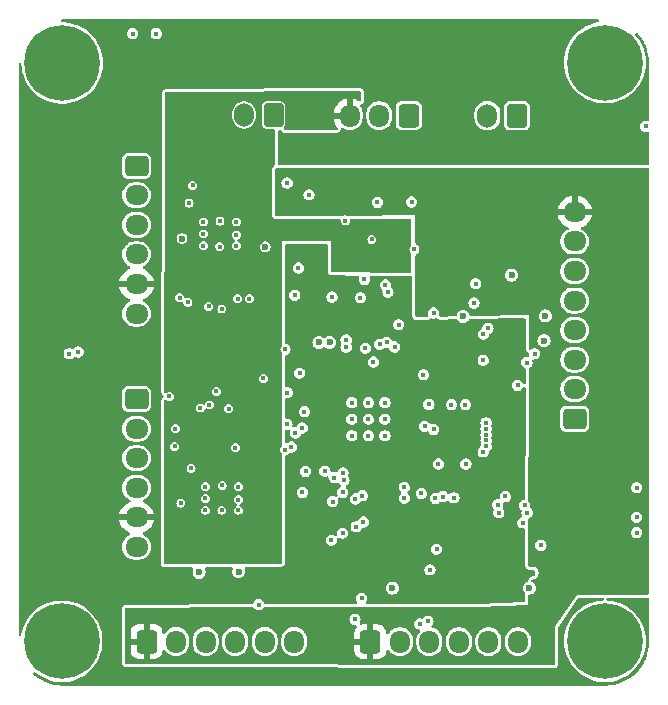
<source format=gbr>
%TF.GenerationSoftware,KiCad,Pcbnew,8.0.1*%
%TF.CreationDate,2024-10-23T09:07:35+02:00*%
%TF.ProjectId,StealthKitty.kicad_pro,53746561-6c74-4684-9b69-7474792e6b69,rev?*%
%TF.SameCoordinates,Original*%
%TF.FileFunction,Copper,L3,Inr*%
%TF.FilePolarity,Positive*%
%FSLAX46Y46*%
G04 Gerber Fmt 4.6, Leading zero omitted, Abs format (unit mm)*
G04 Created by KiCad (PCBNEW 8.0.1) date 2024-10-23 09:07:35*
%MOMM*%
%LPD*%
G01*
G04 APERTURE LIST*
G04 Aperture macros list*
%AMRoundRect*
0 Rectangle with rounded corners*
0 $1 Rounding radius*
0 $2 $3 $4 $5 $6 $7 $8 $9 X,Y pos of 4 corners*
0 Add a 4 corners polygon primitive as box body*
4,1,4,$2,$3,$4,$5,$6,$7,$8,$9,$2,$3,0*
0 Add four circle primitives for the rounded corners*
1,1,$1+$1,$2,$3*
1,1,$1+$1,$4,$5*
1,1,$1+$1,$6,$7*
1,1,$1+$1,$8,$9*
0 Add four rect primitives between the rounded corners*
20,1,$1+$1,$2,$3,$4,$5,0*
20,1,$1+$1,$4,$5,$6,$7,0*
20,1,$1+$1,$6,$7,$8,$9,0*
20,1,$1+$1,$8,$9,$2,$3,0*%
G04 Aperture macros list end*
%TA.AperFunction,ComponentPad*%
%ADD10RoundRect,0.250000X0.600000X0.725000X-0.600000X0.725000X-0.600000X-0.725000X0.600000X-0.725000X0*%
%TD*%
%TA.AperFunction,ComponentPad*%
%ADD11O,1.700000X1.950000*%
%TD*%
%TA.AperFunction,ComponentPad*%
%ADD12C,0.800000*%
%TD*%
%TA.AperFunction,ComponentPad*%
%ADD13C,6.400000*%
%TD*%
%TA.AperFunction,ComponentPad*%
%ADD14RoundRect,0.250000X0.600000X0.750000X-0.600000X0.750000X-0.600000X-0.750000X0.600000X-0.750000X0*%
%TD*%
%TA.AperFunction,ComponentPad*%
%ADD15O,1.700000X2.000000*%
%TD*%
%TA.AperFunction,ComponentPad*%
%ADD16RoundRect,0.250000X-0.600000X-0.725000X0.600000X-0.725000X0.600000X0.725000X-0.600000X0.725000X0*%
%TD*%
%TA.AperFunction,ComponentPad*%
%ADD17RoundRect,0.250000X0.725000X-0.600000X0.725000X0.600000X-0.725000X0.600000X-0.725000X-0.600000X0*%
%TD*%
%TA.AperFunction,ComponentPad*%
%ADD18O,1.950000X1.700000*%
%TD*%
%TA.AperFunction,ComponentPad*%
%ADD19RoundRect,0.250000X-0.725000X0.600000X-0.725000X-0.600000X0.725000X-0.600000X0.725000X0.600000X0*%
%TD*%
%TA.AperFunction,ViaPad*%
%ADD20C,0.600000*%
%TD*%
%TA.AperFunction,ViaPad*%
%ADD21C,0.450000*%
%TD*%
G04 APERTURE END LIST*
D10*
%TO.N,Net-(Alim_charger501-Pin_2)*%
%TO.C,SW501*%
X150337500Y-64450000D03*
D11*
%TO.N,Net-(BT501-+)*%
X147837500Y-64450000D03*
%TO.N,+VBAT*%
X145337500Y-64450000D03*
%TD*%
D12*
%TO.N,GND*%
%TO.C,H402*%
X164550000Y-59950000D03*
X165252944Y-58252944D03*
X165252944Y-61647056D03*
X166950000Y-57550000D03*
D13*
X166950000Y-59950000D03*
D12*
X166950000Y-62350000D03*
X168647056Y-58252944D03*
X168647056Y-61647056D03*
X169350000Y-59950000D03*
%TD*%
D14*
%TO.N,GND*%
%TO.C,Alim_charger501*%
X159500000Y-64450000D03*
D15*
%TO.N,Net-(Alim_charger501-Pin_2)*%
X157000000Y-64450000D03*
%TD*%
D11*
%TO.N,GND*%
%TO.C,J301*%
X159587500Y-109000000D03*
%TO.N,xshunt1*%
X157087500Y-109000000D03*
%TO.N,INT_tof1*%
X154587500Y-109000000D03*
%TO.N,SCL*%
X152087500Y-109000000D03*
%TO.N,SDA*%
X149587500Y-109000000D03*
D16*
%TO.N,+5V*%
X147087500Y-109000000D03*
%TD*%
D12*
%TO.N,GND*%
%TO.C,H401*%
X118600000Y-60000000D03*
X119302944Y-58302944D03*
X119302944Y-61697056D03*
X121000000Y-57600000D03*
D13*
X121000000Y-60000000D03*
D12*
X121000000Y-62400000D03*
X122697056Y-58302944D03*
X122697056Y-61697056D03*
X123400000Y-60000000D03*
%TD*%
D17*
%TO.N,unconnected-(J303-Pin_1-Pad1)*%
%TO.C,J303*%
X164387500Y-90100000D03*
D18*
%TO.N,M_EN*%
X164387500Y-87600000D03*
%TO.N,DEV_EN*%
X164387500Y-85100000D03*
%TO.N,M_SCTR*%
X164387500Y-82600000D03*
%TO.N,GND*%
X164387500Y-80100000D03*
%TO.N,Rx_lidar*%
X164387500Y-77600000D03*
%TO.N,Tx_Lidar*%
X164387500Y-75100000D03*
%TO.N,+5V*%
X164387500Y-72600000D03*
%TD*%
D14*
%TO.N,Net-(BT501-+)*%
%TO.C,BT501*%
X138887500Y-64400000D03*
D15*
%TO.N,GND*%
X136387500Y-64400000D03*
%TD*%
D19*
%TO.N,/motorisation Sheet/Motor1-*%
%TO.C,J201*%
X127287500Y-68700000D03*
D18*
%TO.N,GND*%
X127287500Y-71200000D03*
%TO.N,Codeur1_PH2*%
X127287500Y-73700000D03*
%TO.N,Codeur1_PH1*%
X127287500Y-76200000D03*
%TO.N,+3.3V*%
X127287500Y-78700000D03*
%TO.N,/motorisation Sheet/Motor1+*%
X127287500Y-81200000D03*
%TD*%
D12*
%TO.N,GND*%
%TO.C,H404*%
X118550000Y-108950000D03*
X119252944Y-107252944D03*
X119252944Y-110647056D03*
X120950000Y-106550000D03*
D13*
X120950000Y-108950000D03*
D12*
X120950000Y-111350000D03*
X122647056Y-107252944D03*
X122647056Y-110647056D03*
X123350000Y-108950000D03*
%TD*%
D19*
%TO.N,/motorisation Sheet/Motor2-*%
%TO.C,J202*%
X127287500Y-88450000D03*
D18*
%TO.N,GND*%
X127287500Y-90950000D03*
%TO.N,Codeur2_PH1*%
X127287500Y-93450000D03*
%TO.N,Codeur2_PH2*%
X127287500Y-95950000D03*
%TO.N,+3.3V*%
X127287500Y-98450000D03*
%TO.N,/motorisation Sheet/Motor2+*%
X127287500Y-100950000D03*
%TD*%
D16*
%TO.N,+5V*%
%TO.C,J302*%
X128137500Y-108975000D03*
D11*
%TO.N,SDA*%
X130637500Y-108975000D03*
%TO.N,SCL*%
X133137500Y-108975000D03*
%TO.N,INT_tof2*%
X135637500Y-108975000D03*
%TO.N,xshunt2*%
X138137500Y-108975000D03*
%TO.N,GND*%
X140637500Y-108975000D03*
%TD*%
D12*
%TO.N,GND*%
%TO.C,H403*%
X169350000Y-108950000D03*
X168647056Y-107252944D03*
X168647056Y-110647056D03*
X166950000Y-106550000D03*
D13*
X166950000Y-108950000D03*
D12*
X166950000Y-111350000D03*
X165252944Y-107252944D03*
X165252944Y-110647056D03*
X164550000Y-108950000D03*
%TD*%
D20*
%TO.N,+3.3V*%
X160767500Y-103170000D03*
D21*
%TO.N,GND*%
X136847500Y-79950000D03*
X133397500Y-80590000D03*
X134507500Y-80810000D03*
X156657500Y-82930000D03*
X157047500Y-82460000D03*
X156007500Y-78680000D03*
X133457500Y-88930000D03*
X130057500Y-88220000D03*
X151957500Y-107250000D03*
X151267500Y-107480000D03*
X159977500Y-98920000D03*
X161527500Y-100830000D03*
X158517500Y-96690000D03*
X154157500Y-96800000D03*
%TO.N,+3.3V*%
X145657500Y-85730000D03*
X143477500Y-85430000D03*
%TO.N,INT_tof1*%
X152587500Y-96850000D03*
X152687500Y-101150000D03*
%TO.N,+3.3V*%
X144087500Y-96250000D03*
X150637500Y-93350000D03*
X164406636Y-64264564D03*
X144337500Y-78370000D03*
X135648204Y-92554999D03*
X140437500Y-93800000D03*
X149162500Y-85150000D03*
X147537500Y-80550000D03*
X142587500Y-79900000D03*
X142587500Y-77300000D03*
X150467500Y-93980000D03*
X147237500Y-96200000D03*
X145037500Y-79850000D03*
X147237500Y-96850000D03*
%TO.N,+VBAT*%
X135037500Y-78050000D03*
X133889299Y-100494281D03*
X135202977Y-93010642D03*
X134337500Y-79950000D03*
X133837500Y-78050000D03*
X132837500Y-79750000D03*
D20*
X134937500Y-70250000D03*
D21*
X135146575Y-100401313D03*
X143962500Y-76360000D03*
%TO.N,+5V*%
X145762500Y-69810000D03*
X143437500Y-70150000D03*
X156987500Y-77850000D03*
X157737500Y-77850000D03*
X142867500Y-71150000D03*
X156237500Y-77850000D03*
X146862500Y-69810000D03*
%TO.N,PWM_MOT1_CH1*%
X141497500Y-89510000D03*
X141097500Y-86250000D03*
%TO.N,PWM_MOT1_CH2*%
X140737500Y-91312046D03*
D20*
X138187500Y-75540000D03*
D21*
%TO.N,PWM_MOT2_CH1*%
X140022500Y-90565000D03*
X139837500Y-92750000D03*
%TO.N,/brain Sheet/status_Purple*%
X122337500Y-84450000D03*
X138037500Y-86700000D03*
%TO.N,/brain Sheet/status_Orange*%
X140037500Y-87891224D03*
X121587500Y-84600000D03*
%TO.N,Rx_lidar*%
X144854656Y-95317156D03*
X160987500Y-84600000D03*
%TO.N,M_SCTR*%
X141307500Y-90893226D03*
X151573591Y-86386091D03*
%TO.N,M_EN*%
X159551409Y-87286091D03*
X152037500Y-88900000D03*
%TO.N,Tx_Lidar*%
X160337500Y-85350001D03*
X144765585Y-94707450D03*
%TO.N,Codeur1_PH1*%
X144737500Y-99800000D03*
X144737500Y-96350000D03*
%TO.N,Codeur1_PH2*%
X143887500Y-97118284D03*
X143787500Y-100400000D03*
%TO.N,Codeur2_PH2*%
X146487500Y-98850000D03*
X146401077Y-96619599D03*
%TO.N,Codeur2_PH1*%
X145887500Y-99250000D03*
X145814666Y-96900000D03*
%TO.N,/brain Sheet/SWCLK*%
X157862586Y-97390380D03*
X160137500Y-97450000D03*
%TO.N,/brain Sheet/SWDIO*%
X160357500Y-98060000D03*
X157962500Y-98068284D03*
%TO.N,SCL*%
X146337500Y-105300000D03*
X149952500Y-95900000D03*
%TO.N,SDA*%
X145787500Y-107100000D03*
X149973591Y-96836091D03*
%TO.N,INT_tof2*%
X153237500Y-96700000D03*
X137637500Y-105850000D03*
X152137500Y-102900000D03*
%TO.N,nCS*%
X147884845Y-83800689D03*
X140687500Y-79650000D03*
%TO.N,MOSI*%
X148465617Y-83650000D03*
D20*
X154937500Y-81450000D03*
D21*
X149487500Y-82150000D03*
D20*
%TO.N,INT1_adx*%
X142737500Y-83650000D03*
X159037500Y-77950000D03*
D21*
X146667500Y-84140000D03*
D20*
%TO.N,INT2_adx*%
X143637500Y-83650000D03*
D21*
X156637500Y-85150000D03*
X147347500Y-85310000D03*
%TO.N,GND*%
X140037500Y-70150000D03*
X135737500Y-74550000D03*
X134537500Y-95750000D03*
X148315188Y-88743226D03*
X169637500Y-99753479D03*
X156887500Y-91950000D03*
X156637500Y-92915352D03*
X134334969Y-75527010D03*
X131637500Y-80250000D03*
D20*
X148937500Y-104450000D03*
D21*
X135737500Y-75450000D03*
X152437500Y-91015352D03*
X132937500Y-74450000D03*
X150577500Y-71750000D03*
D20*
X161787500Y-83500000D03*
X161887500Y-81400000D03*
D21*
X130937500Y-79850000D03*
X135737500Y-73450000D03*
X133107669Y-97855175D03*
X153937500Y-88915352D03*
X143837500Y-79800000D03*
X145515188Y-88743226D03*
X151687500Y-90750000D03*
X146587500Y-78320000D03*
D20*
X160537500Y-104450000D03*
D21*
X155864867Y-80304679D03*
X135907669Y-95855175D03*
X126952064Y-57505864D03*
X148361455Y-78774557D03*
X152437500Y-81150000D03*
X148315188Y-91543226D03*
X135837500Y-79950000D03*
X150762500Y-75760000D03*
X132037500Y-70350000D03*
X132687500Y-89200000D03*
X131037500Y-97250000D03*
D20*
X131137500Y-74850000D03*
D21*
X145037500Y-84050000D03*
X156887500Y-92450000D03*
X148577500Y-79390000D03*
X156887500Y-91450000D03*
X146915188Y-91543226D03*
X132937500Y-73450000D03*
X139847500Y-84240000D03*
X144962500Y-73360000D03*
X145037500Y-83450000D03*
X135907669Y-97855175D03*
X132937500Y-75450000D03*
X141887500Y-71150000D03*
X146237500Y-79860000D03*
X134507669Y-97855175D03*
X149148659Y-84034802D03*
X140987500Y-77350000D03*
X133107669Y-96855175D03*
X145515188Y-91543226D03*
X156887500Y-90450000D03*
X135907669Y-96955175D03*
X140385789Y-92506316D03*
X130587500Y-90950000D03*
X155137500Y-88915352D03*
X155178472Y-93950000D03*
X169637500Y-98453479D03*
X156887500Y-90950000D03*
D20*
X135937500Y-103050000D03*
D21*
X146915188Y-90143226D03*
X131737500Y-71850000D03*
X133107669Y-95855175D03*
X151398591Y-96438909D03*
X148315188Y-90143226D03*
D20*
X132587500Y-103100000D03*
D21*
X131902977Y-94310642D03*
X128952064Y-57505864D03*
X145515188Y-90143226D03*
X144037500Y-95090000D03*
X130512500Y-92450000D03*
X169637500Y-95953479D03*
X152837500Y-93950000D03*
X170406636Y-65364564D03*
X134355431Y-73378566D03*
X141337500Y-96350000D03*
X146915188Y-88743226D03*
%TO.N,Net-(IC501-VCC)*%
X147212500Y-74915000D03*
X147672500Y-71795000D03*
%TO.N,/brain Sheet/status_LiDAR*%
X143237500Y-94550000D03*
X141605539Y-94569491D03*
%TO.N,Net-(R406-Pad2)*%
X134037500Y-87800000D03*
X135087500Y-89250000D03*
%TD*%
%TA.AperFunction,Conductor*%
%TO.N,+VBAT*%
G36*
X146260474Y-62409826D02*
G01*
X146306354Y-62462521D01*
X146317662Y-62516590D01*
X146306535Y-63119294D01*
X146285616Y-63185959D01*
X146231977Y-63230731D01*
X146162646Y-63239396D01*
X146109671Y-63217323D01*
X146045057Y-63170379D01*
X145855715Y-63073903D01*
X145653624Y-63008241D01*
X145587500Y-62997768D01*
X145587500Y-64045854D01*
X145520843Y-64007370D01*
X145400035Y-63975000D01*
X145274965Y-63975000D01*
X145154157Y-64007370D01*
X145087500Y-64045854D01*
X145087500Y-62997768D01*
X145087499Y-62997768D01*
X145021375Y-63008241D01*
X144819284Y-63073903D01*
X144629942Y-63170379D01*
X144458040Y-63295272D01*
X144458035Y-63295276D01*
X144307776Y-63445535D01*
X144307772Y-63445540D01*
X144182879Y-63617442D01*
X144086404Y-63806782D01*
X144020742Y-64008869D01*
X144020742Y-64008872D01*
X143990470Y-64200000D01*
X144933354Y-64200000D01*
X144894870Y-64266657D01*
X144862500Y-64387465D01*
X144862500Y-64512535D01*
X144894870Y-64633343D01*
X144933354Y-64700000D01*
X143990470Y-64700000D01*
X144020742Y-64891127D01*
X144020742Y-64891130D01*
X144086404Y-65093217D01*
X144182879Y-65282557D01*
X144299530Y-65443115D01*
X144323010Y-65508921D01*
X144307184Y-65576975D01*
X144257078Y-65625670D01*
X144199212Y-65640000D01*
X139863255Y-65640000D01*
X139796216Y-65620315D01*
X139750461Y-65567511D01*
X139740517Y-65498353D01*
X139769542Y-65434797D01*
X139775574Y-65428319D01*
X139815545Y-65388347D01*
X139815550Y-65388342D01*
X139873146Y-65275304D01*
X139873146Y-65275302D01*
X139873147Y-65275301D01*
X139884041Y-65206518D01*
X139888000Y-65181519D01*
X139887999Y-63618482D01*
X139873146Y-63524696D01*
X139815550Y-63411658D01*
X139815546Y-63411654D01*
X139815545Y-63411652D01*
X139725847Y-63321954D01*
X139725844Y-63321952D01*
X139725842Y-63321950D01*
X139649017Y-63282805D01*
X139612801Y-63264352D01*
X139519024Y-63249500D01*
X138255982Y-63249500D01*
X138175019Y-63262323D01*
X138162196Y-63264354D01*
X138049158Y-63321950D01*
X138049157Y-63321951D01*
X138049152Y-63321954D01*
X137959454Y-63411652D01*
X137959451Y-63411657D01*
X137901852Y-63524698D01*
X137887000Y-63618475D01*
X137887000Y-65181517D01*
X137890960Y-65206518D01*
X137901854Y-65275304D01*
X137959450Y-65388342D01*
X137959452Y-65388344D01*
X137959454Y-65388347D01*
X138049152Y-65478045D01*
X138049154Y-65478046D01*
X138049158Y-65478050D01*
X138162196Y-65535646D01*
X138162198Y-65535647D01*
X138255975Y-65550499D01*
X138255981Y-65550500D01*
X138885738Y-65550499D01*
X138952776Y-65570183D01*
X138998531Y-65622987D01*
X139009734Y-65675430D01*
X138987767Y-68599735D01*
X138967579Y-68666625D01*
X138925134Y-68706556D01*
X138905172Y-68717924D01*
X138852371Y-68763675D01*
X138820743Y-68796452D01*
X138774534Y-68884789D01*
X138774533Y-68884789D01*
X138754851Y-68951821D01*
X138754848Y-68951833D01*
X138744500Y-69023810D01*
X138744500Y-69023812D01*
X138744500Y-70150001D01*
X138744500Y-71150001D01*
X138744500Y-71795001D01*
X138744500Y-72094500D01*
X138744500Y-72825477D01*
X138750454Y-72880315D01*
X138755843Y-72904838D01*
X138769458Y-72966796D01*
X138778586Y-72975275D01*
X138779510Y-72976856D01*
X138819028Y-73045580D01*
X138819033Y-73045588D01*
X138819035Y-73045590D01*
X138819037Y-73045593D01*
X138856468Y-73088426D01*
X138865009Y-73098199D01*
X138872639Y-73105500D01*
X138897918Y-73129687D01*
X138986446Y-73175524D01*
X139053568Y-73194927D01*
X139125595Y-73204974D01*
X139125595Y-73204973D01*
X139125596Y-73204974D01*
X139227021Y-73204547D01*
X144464719Y-73182540D01*
X144531841Y-73201943D01*
X144577817Y-73254554D01*
X144588051Y-73323670D01*
X144587714Y-73325935D01*
X144582319Y-73360001D01*
X144582319Y-73360003D01*
X144600924Y-73477477D01*
X144600924Y-73477478D01*
X144600925Y-73477481D01*
X144600926Y-73477482D01*
X144646783Y-73567482D01*
X144654928Y-73583466D01*
X144654931Y-73583470D01*
X144739029Y-73667568D01*
X144739033Y-73667571D01*
X144739035Y-73667573D01*
X144845018Y-73721574D01*
X144845020Y-73721574D01*
X144845022Y-73721575D01*
X144962497Y-73740181D01*
X144962500Y-73740181D01*
X144962503Y-73740181D01*
X145079977Y-73721575D01*
X145079978Y-73721575D01*
X145079979Y-73721574D01*
X145079982Y-73721574D01*
X145185965Y-73667573D01*
X145270073Y-73583465D01*
X145324074Y-73477482D01*
X145328427Y-73450000D01*
X145342681Y-73360003D01*
X145342681Y-73360000D01*
X145336624Y-73321759D01*
X145345578Y-73252468D01*
X145390573Y-73199015D01*
X145457325Y-73178375D01*
X145458562Y-73178363D01*
X150413579Y-73157545D01*
X150480697Y-73176947D01*
X150526673Y-73229558D01*
X150538094Y-73282325D01*
X150524644Y-75416234D01*
X150504537Y-75483148D01*
X150488329Y-75503131D01*
X150454928Y-75536532D01*
X150400924Y-75642521D01*
X150400924Y-75642522D01*
X150382319Y-75759996D01*
X150382319Y-75760003D01*
X150400924Y-75877477D01*
X150400924Y-75877478D01*
X150400925Y-75877481D01*
X150400926Y-75877482D01*
X150439916Y-75954005D01*
X150454928Y-75983466D01*
X150454930Y-75983469D01*
X150484011Y-76012549D01*
X150517497Y-76073871D01*
X150520329Y-76101013D01*
X150510778Y-77616418D01*
X150490671Y-77683332D01*
X150437580Y-77728753D01*
X150386415Y-77739635D01*
X143844095Y-77720365D01*
X143777114Y-77700484D01*
X143731514Y-77647545D01*
X143720461Y-77595905D01*
X143730000Y-75030000D01*
X143729999Y-75030000D01*
X139600000Y-75050000D01*
X139600295Y-78041312D01*
X139604282Y-83900733D01*
X139584643Y-83967785D01*
X139567964Y-83988497D01*
X139539928Y-84016533D01*
X139485924Y-84122521D01*
X139485924Y-84122522D01*
X139467319Y-84239996D01*
X139467319Y-84240003D01*
X139485924Y-84357477D01*
X139485924Y-84357478D01*
X139485925Y-84357481D01*
X139485926Y-84357482D01*
X139529942Y-84443869D01*
X139539928Y-84463466D01*
X139539931Y-84463470D01*
X139568424Y-84491963D01*
X139601909Y-84553286D01*
X139604743Y-84579560D01*
X139610061Y-92394953D01*
X139590422Y-92462005D01*
X139573744Y-92482717D01*
X139529927Y-92526535D01*
X139475924Y-92632521D01*
X139475924Y-92632522D01*
X139457319Y-92749996D01*
X139457319Y-92750003D01*
X139475924Y-92867477D01*
X139475924Y-92867478D01*
X139475925Y-92867481D01*
X139475926Y-92867482D01*
X139528069Y-92969819D01*
X139529928Y-92973466D01*
X139529931Y-92973470D01*
X139574225Y-93017764D01*
X139607710Y-93079087D01*
X139610544Y-93105361D01*
X139616774Y-102259113D01*
X139597135Y-102326165D01*
X139544362Y-102371956D01*
X139493611Y-102383194D01*
X129725131Y-102449155D01*
X129657960Y-102429924D01*
X129611850Y-102377430D01*
X129600294Y-102324867D01*
X129600449Y-102259113D01*
X129610798Y-97855178D01*
X132727488Y-97855178D01*
X132746093Y-97972652D01*
X132746093Y-97972653D01*
X132746094Y-97972656D01*
X132746095Y-97972657D01*
X132790598Y-98060000D01*
X132800097Y-98078641D01*
X132800100Y-98078645D01*
X132884198Y-98162743D01*
X132884202Y-98162746D01*
X132884204Y-98162748D01*
X132990187Y-98216749D01*
X132990189Y-98216749D01*
X132990191Y-98216750D01*
X133107666Y-98235356D01*
X133107669Y-98235356D01*
X133107672Y-98235356D01*
X133225146Y-98216750D01*
X133225147Y-98216750D01*
X133225148Y-98216749D01*
X133225151Y-98216749D01*
X133331134Y-98162748D01*
X133415242Y-98078640D01*
X133469243Y-97972657D01*
X133487850Y-97855178D01*
X134127488Y-97855178D01*
X134146093Y-97972652D01*
X134146093Y-97972653D01*
X134146094Y-97972656D01*
X134146095Y-97972657D01*
X134190598Y-98060000D01*
X134200097Y-98078641D01*
X134200100Y-98078645D01*
X134284198Y-98162743D01*
X134284202Y-98162746D01*
X134284204Y-98162748D01*
X134390187Y-98216749D01*
X134390189Y-98216749D01*
X134390191Y-98216750D01*
X134507666Y-98235356D01*
X134507669Y-98235356D01*
X134507672Y-98235356D01*
X134625146Y-98216750D01*
X134625147Y-98216750D01*
X134625148Y-98216749D01*
X134625151Y-98216749D01*
X134731134Y-98162748D01*
X134815242Y-98078640D01*
X134869243Y-97972657D01*
X134887850Y-97855178D01*
X135527488Y-97855178D01*
X135546093Y-97972652D01*
X135546093Y-97972653D01*
X135546094Y-97972656D01*
X135546095Y-97972657D01*
X135590598Y-98060000D01*
X135600097Y-98078641D01*
X135600100Y-98078645D01*
X135684198Y-98162743D01*
X135684202Y-98162746D01*
X135684204Y-98162748D01*
X135790187Y-98216749D01*
X135790189Y-98216749D01*
X135790191Y-98216750D01*
X135907666Y-98235356D01*
X135907669Y-98235356D01*
X135907672Y-98235356D01*
X136025146Y-98216750D01*
X136025147Y-98216750D01*
X136025148Y-98216749D01*
X136025151Y-98216749D01*
X136131134Y-98162748D01*
X136215242Y-98078640D01*
X136269243Y-97972657D01*
X136287850Y-97855175D01*
X136287850Y-97855171D01*
X136269244Y-97737697D01*
X136269244Y-97737696D01*
X136269243Y-97737694D01*
X136269243Y-97737693D01*
X136215242Y-97631710D01*
X136215240Y-97631708D01*
X136215237Y-97631704D01*
X136131139Y-97547606D01*
X136131135Y-97547603D01*
X136131134Y-97547602D01*
X136068441Y-97515658D01*
X136017647Y-97467686D01*
X136000851Y-97399865D01*
X136023388Y-97333730D01*
X136068441Y-97294691D01*
X136131134Y-97262748D01*
X136215242Y-97178640D01*
X136269243Y-97072657D01*
X136276548Y-97026535D01*
X136287850Y-96955178D01*
X136287850Y-96955171D01*
X136269244Y-96837697D01*
X136269244Y-96837696D01*
X136269243Y-96837694D01*
X136269243Y-96837693D01*
X136215242Y-96731710D01*
X136215240Y-96731708D01*
X136215237Y-96731704D01*
X136131139Y-96647606D01*
X136131135Y-96647603D01*
X136131134Y-96647602D01*
X136025151Y-96593601D01*
X136025149Y-96593600D01*
X136025146Y-96593599D01*
X135907672Y-96574994D01*
X135907666Y-96574994D01*
X135790191Y-96593599D01*
X135790190Y-96593599D01*
X135684202Y-96647603D01*
X135684198Y-96647606D01*
X135600100Y-96731704D01*
X135600097Y-96731708D01*
X135546093Y-96837696D01*
X135546093Y-96837697D01*
X135527488Y-96955171D01*
X135527488Y-96955178D01*
X135546093Y-97072652D01*
X135546093Y-97072653D01*
X135546094Y-97072656D01*
X135546095Y-97072657D01*
X135591996Y-97162743D01*
X135600097Y-97178641D01*
X135600100Y-97178645D01*
X135684198Y-97262743D01*
X135684200Y-97262744D01*
X135684204Y-97262748D01*
X135746896Y-97294691D01*
X135797691Y-97342665D01*
X135814486Y-97410486D01*
X135791949Y-97476620D01*
X135746896Y-97515658D01*
X135684204Y-97547602D01*
X135684203Y-97547603D01*
X135684198Y-97547606D01*
X135600100Y-97631704D01*
X135600097Y-97631708D01*
X135546093Y-97737696D01*
X135546093Y-97737697D01*
X135527488Y-97855171D01*
X135527488Y-97855178D01*
X134887850Y-97855178D01*
X134887850Y-97855175D01*
X134887850Y-97855171D01*
X134869244Y-97737697D01*
X134869244Y-97737696D01*
X134869243Y-97737694D01*
X134869243Y-97737693D01*
X134815242Y-97631710D01*
X134815240Y-97631708D01*
X134815237Y-97631704D01*
X134731139Y-97547606D01*
X134731135Y-97547603D01*
X134731134Y-97547602D01*
X134625151Y-97493601D01*
X134625149Y-97493600D01*
X134625146Y-97493599D01*
X134507672Y-97474994D01*
X134507666Y-97474994D01*
X134390191Y-97493599D01*
X134390190Y-97493599D01*
X134284202Y-97547603D01*
X134284198Y-97547606D01*
X134200100Y-97631704D01*
X134200097Y-97631708D01*
X134146093Y-97737696D01*
X134146093Y-97737697D01*
X134127488Y-97855171D01*
X134127488Y-97855178D01*
X133487850Y-97855178D01*
X133487850Y-97855175D01*
X133487850Y-97855171D01*
X133469244Y-97737697D01*
X133469244Y-97737696D01*
X133469243Y-97737694D01*
X133469243Y-97737693D01*
X133415242Y-97631710D01*
X133415240Y-97631708D01*
X133415237Y-97631704D01*
X133331139Y-97547606D01*
X133331135Y-97547603D01*
X133331134Y-97547602D01*
X133225151Y-97493601D01*
X133225149Y-97493600D01*
X133225146Y-97493599D01*
X133124429Y-97477648D01*
X133107981Y-97469851D01*
X133090909Y-97477648D01*
X132990190Y-97493599D01*
X132884202Y-97547603D01*
X132884198Y-97547606D01*
X132800100Y-97631704D01*
X132800097Y-97631708D01*
X132746093Y-97737696D01*
X132746093Y-97737697D01*
X132727488Y-97855171D01*
X132727488Y-97855178D01*
X129610798Y-97855178D01*
X129612220Y-97250003D01*
X130657319Y-97250003D01*
X130675924Y-97367477D01*
X130675924Y-97367478D01*
X130675925Y-97367481D01*
X130675926Y-97367482D01*
X130726982Y-97467686D01*
X130729928Y-97473466D01*
X130729931Y-97473470D01*
X130814029Y-97557568D01*
X130814033Y-97557571D01*
X130814035Y-97557573D01*
X130920018Y-97611574D01*
X130920020Y-97611574D01*
X130920022Y-97611575D01*
X131037497Y-97630181D01*
X131037500Y-97630181D01*
X131037503Y-97630181D01*
X131154977Y-97611575D01*
X131154978Y-97611575D01*
X131154979Y-97611574D01*
X131154982Y-97611574D01*
X131260965Y-97557573D01*
X131345073Y-97473465D01*
X131399074Y-97367482D01*
X131405037Y-97329833D01*
X131417681Y-97250003D01*
X131417681Y-97249996D01*
X131399075Y-97132522D01*
X131399075Y-97132521D01*
X131399074Y-97132519D01*
X131399074Y-97132518D01*
X131345073Y-97026535D01*
X131345071Y-97026533D01*
X131345068Y-97026529D01*
X131260970Y-96942431D01*
X131260966Y-96942428D01*
X131260965Y-96942427D01*
X131154982Y-96888426D01*
X131154980Y-96888425D01*
X131154977Y-96888424D01*
X131037503Y-96869819D01*
X131037497Y-96869819D01*
X130920022Y-96888424D01*
X130920021Y-96888424D01*
X130814033Y-96942428D01*
X130814029Y-96942431D01*
X130729931Y-97026529D01*
X130729928Y-97026533D01*
X130675924Y-97132521D01*
X130675924Y-97132522D01*
X130657319Y-97249996D01*
X130657319Y-97250003D01*
X129612220Y-97250003D01*
X129613148Y-96855178D01*
X132727488Y-96855178D01*
X132746093Y-96972652D01*
X132746093Y-96972653D01*
X132746094Y-96972656D01*
X132746095Y-96972657D01*
X132797459Y-97073465D01*
X132800097Y-97078641D01*
X132800100Y-97078645D01*
X132884198Y-97162743D01*
X132884202Y-97162746D01*
X132884204Y-97162748D01*
X132990187Y-97216749D01*
X132990188Y-97216749D01*
X132990190Y-97216750D01*
X133090909Y-97232702D01*
X133107355Y-97240498D01*
X133124429Y-97232702D01*
X133225146Y-97216750D01*
X133225147Y-97216750D01*
X133225148Y-97216749D01*
X133225151Y-97216749D01*
X133331134Y-97162748D01*
X133415242Y-97078640D01*
X133469243Y-96972657D01*
X133470063Y-96967482D01*
X133487850Y-96855178D01*
X133487850Y-96855171D01*
X133469244Y-96737697D01*
X133469244Y-96737696D01*
X133469243Y-96737694D01*
X133469243Y-96737693D01*
X133415242Y-96631710D01*
X133415240Y-96631708D01*
X133415237Y-96631704D01*
X133331139Y-96547606D01*
X133331135Y-96547603D01*
X133331134Y-96547602D01*
X133225151Y-96493601D01*
X133225149Y-96493600D01*
X133225146Y-96493599D01*
X133124429Y-96477648D01*
X133107981Y-96469851D01*
X133090909Y-96477648D01*
X132990190Y-96493599D01*
X132884202Y-96547603D01*
X132884198Y-96547606D01*
X132800100Y-96631704D01*
X132800097Y-96631708D01*
X132746093Y-96737696D01*
X132746093Y-96737697D01*
X132727488Y-96855171D01*
X132727488Y-96855178D01*
X129613148Y-96855178D01*
X129615498Y-95855178D01*
X132727488Y-95855178D01*
X132746093Y-95972652D01*
X132746093Y-95972653D01*
X132746094Y-95972656D01*
X132746095Y-95972657D01*
X132789359Y-96057568D01*
X132800097Y-96078641D01*
X132800100Y-96078645D01*
X132884198Y-96162743D01*
X132884202Y-96162746D01*
X132884204Y-96162748D01*
X132990187Y-96216749D01*
X132990188Y-96216749D01*
X132990190Y-96216750D01*
X133090909Y-96232702D01*
X133107355Y-96240498D01*
X133124429Y-96232702D01*
X133225146Y-96216750D01*
X133225147Y-96216750D01*
X133225148Y-96216749D01*
X133225151Y-96216749D01*
X133331134Y-96162748D01*
X133415242Y-96078640D01*
X133469243Y-95972657D01*
X133469244Y-95972652D01*
X133487850Y-95855178D01*
X133487850Y-95855171D01*
X133471193Y-95750003D01*
X134157319Y-95750003D01*
X134175924Y-95867477D01*
X134175924Y-95867478D01*
X134175925Y-95867481D01*
X134175926Y-95867482D01*
X134229515Y-95972657D01*
X134229928Y-95973466D01*
X134229931Y-95973470D01*
X134314029Y-96057568D01*
X134314033Y-96057571D01*
X134314035Y-96057573D01*
X134420018Y-96111574D01*
X134420020Y-96111574D01*
X134420022Y-96111575D01*
X134537497Y-96130181D01*
X134537500Y-96130181D01*
X134537503Y-96130181D01*
X134654977Y-96111575D01*
X134654978Y-96111575D01*
X134654979Y-96111574D01*
X134654982Y-96111574D01*
X134760965Y-96057573D01*
X134845073Y-95973465D01*
X134899074Y-95867482D01*
X134901023Y-95855178D01*
X135527488Y-95855178D01*
X135546093Y-95972652D01*
X135546093Y-95972653D01*
X135546094Y-95972656D01*
X135546095Y-95972657D01*
X135589359Y-96057568D01*
X135600097Y-96078641D01*
X135600100Y-96078645D01*
X135684198Y-96162743D01*
X135684202Y-96162746D01*
X135684204Y-96162748D01*
X135790187Y-96216749D01*
X135790189Y-96216749D01*
X135790191Y-96216750D01*
X135907666Y-96235356D01*
X135907669Y-96235356D01*
X135907672Y-96235356D01*
X136025146Y-96216750D01*
X136025147Y-96216750D01*
X136025148Y-96216749D01*
X136025151Y-96216749D01*
X136131134Y-96162748D01*
X136215242Y-96078640D01*
X136269243Y-95972657D01*
X136269244Y-95972652D01*
X136287850Y-95855178D01*
X136287850Y-95855171D01*
X136269244Y-95737697D01*
X136269244Y-95737696D01*
X136269243Y-95737694D01*
X136269243Y-95737693D01*
X136215242Y-95631710D01*
X136215240Y-95631708D01*
X136215237Y-95631704D01*
X136131139Y-95547606D01*
X136131135Y-95547603D01*
X136131134Y-95547602D01*
X136025151Y-95493601D01*
X136025149Y-95493600D01*
X136025146Y-95493599D01*
X135907672Y-95474994D01*
X135907666Y-95474994D01*
X135790191Y-95493599D01*
X135790190Y-95493599D01*
X135684202Y-95547603D01*
X135684198Y-95547606D01*
X135600100Y-95631704D01*
X135600097Y-95631708D01*
X135546093Y-95737696D01*
X135546093Y-95737697D01*
X135527488Y-95855171D01*
X135527488Y-95855178D01*
X134901023Y-95855178D01*
X134912058Y-95785503D01*
X134917681Y-95750003D01*
X134917681Y-95749996D01*
X134899075Y-95632522D01*
X134899075Y-95632521D01*
X134899074Y-95632519D01*
X134899074Y-95632518D01*
X134845073Y-95526535D01*
X134845071Y-95526533D01*
X134845068Y-95526529D01*
X134760970Y-95442431D01*
X134760966Y-95442428D01*
X134760965Y-95442427D01*
X134654982Y-95388426D01*
X134654980Y-95388425D01*
X134654977Y-95388424D01*
X134537503Y-95369819D01*
X134537497Y-95369819D01*
X134420022Y-95388424D01*
X134420021Y-95388424D01*
X134314033Y-95442428D01*
X134314029Y-95442431D01*
X134229931Y-95526529D01*
X134229928Y-95526533D01*
X134175924Y-95632521D01*
X134175924Y-95632522D01*
X134157319Y-95749996D01*
X134157319Y-95750003D01*
X133471193Y-95750003D01*
X133469244Y-95737697D01*
X133469244Y-95737696D01*
X133469243Y-95737694D01*
X133469243Y-95737693D01*
X133415242Y-95631710D01*
X133415240Y-95631708D01*
X133415237Y-95631704D01*
X133331139Y-95547606D01*
X133331135Y-95547603D01*
X133331134Y-95547602D01*
X133225151Y-95493601D01*
X133225149Y-95493600D01*
X133225146Y-95493599D01*
X133107672Y-95474994D01*
X133107666Y-95474994D01*
X132990191Y-95493599D01*
X132990190Y-95493599D01*
X132884202Y-95547603D01*
X132884198Y-95547606D01*
X132800100Y-95631704D01*
X132800097Y-95631708D01*
X132746093Y-95737696D01*
X132746093Y-95737697D01*
X132727488Y-95855171D01*
X132727488Y-95855178D01*
X129615498Y-95855178D01*
X129619127Y-94310645D01*
X131522796Y-94310645D01*
X131541401Y-94428119D01*
X131541401Y-94428120D01*
X131595405Y-94534108D01*
X131595408Y-94534112D01*
X131679506Y-94618210D01*
X131679510Y-94618213D01*
X131679512Y-94618215D01*
X131785495Y-94672216D01*
X131785497Y-94672216D01*
X131785499Y-94672217D01*
X131902974Y-94690823D01*
X131902977Y-94690823D01*
X131902980Y-94690823D01*
X132020454Y-94672217D01*
X132020455Y-94672217D01*
X132020456Y-94672216D01*
X132020459Y-94672216D01*
X132126442Y-94618215D01*
X132210550Y-94534107D01*
X132264551Y-94428124D01*
X132283158Y-94310642D01*
X132283158Y-94310638D01*
X132264552Y-94193164D01*
X132264552Y-94193163D01*
X132264551Y-94193161D01*
X132264551Y-94193160D01*
X132210550Y-94087177D01*
X132210548Y-94087175D01*
X132210545Y-94087171D01*
X132126447Y-94003073D01*
X132126443Y-94003070D01*
X132126442Y-94003069D01*
X132020459Y-93949068D01*
X132020457Y-93949067D01*
X132020454Y-93949066D01*
X131902980Y-93930461D01*
X131902974Y-93930461D01*
X131785499Y-93949066D01*
X131785498Y-93949066D01*
X131679510Y-94003070D01*
X131679506Y-94003073D01*
X131595408Y-94087171D01*
X131595405Y-94087175D01*
X131541401Y-94193163D01*
X131541401Y-94193164D01*
X131522796Y-94310638D01*
X131522796Y-94310645D01*
X129619127Y-94310645D01*
X129623500Y-92450003D01*
X130132319Y-92450003D01*
X130150924Y-92567477D01*
X130150924Y-92567478D01*
X130150925Y-92567481D01*
X130150926Y-92567482D01*
X130204423Y-92672476D01*
X130204928Y-92673466D01*
X130204931Y-92673470D01*
X130289029Y-92757568D01*
X130289033Y-92757571D01*
X130289035Y-92757573D01*
X130395018Y-92811574D01*
X130395020Y-92811574D01*
X130395022Y-92811575D01*
X130512497Y-92830181D01*
X130512500Y-92830181D01*
X130512503Y-92830181D01*
X130629977Y-92811575D01*
X130629978Y-92811575D01*
X130629979Y-92811574D01*
X130629982Y-92811574D01*
X130735965Y-92757573D01*
X130820073Y-92673465D01*
X130874074Y-92567482D01*
X130876051Y-92555002D01*
X135268023Y-92555002D01*
X135286628Y-92672476D01*
X135286628Y-92672477D01*
X135286629Y-92672480D01*
X135286630Y-92672481D01*
X135329985Y-92757571D01*
X135340632Y-92778465D01*
X135340635Y-92778469D01*
X135424733Y-92862567D01*
X135424737Y-92862570D01*
X135424739Y-92862572D01*
X135530722Y-92916573D01*
X135530724Y-92916573D01*
X135530726Y-92916574D01*
X135648201Y-92935180D01*
X135648204Y-92935180D01*
X135648207Y-92935180D01*
X135765681Y-92916574D01*
X135765682Y-92916574D01*
X135765683Y-92916573D01*
X135765686Y-92916573D01*
X135871669Y-92862572D01*
X135955777Y-92778464D01*
X136009778Y-92672481D01*
X136016107Y-92632521D01*
X136028385Y-92555002D01*
X136028385Y-92554995D01*
X136009779Y-92437521D01*
X136009779Y-92437520D01*
X136009778Y-92437518D01*
X136009778Y-92437517D01*
X135955777Y-92331534D01*
X135955775Y-92331532D01*
X135955772Y-92331528D01*
X135871674Y-92247430D01*
X135871670Y-92247427D01*
X135871669Y-92247426D01*
X135765686Y-92193425D01*
X135765684Y-92193424D01*
X135765681Y-92193423D01*
X135648207Y-92174818D01*
X135648201Y-92174818D01*
X135530726Y-92193423D01*
X135530725Y-92193423D01*
X135424737Y-92247427D01*
X135424733Y-92247430D01*
X135340635Y-92331528D01*
X135340632Y-92331532D01*
X135286628Y-92437520D01*
X135286628Y-92437521D01*
X135268023Y-92554995D01*
X135268023Y-92555002D01*
X130876051Y-92555002D01*
X130876052Y-92554995D01*
X130892681Y-92450003D01*
X130892681Y-92449996D01*
X130874075Y-92332522D01*
X130874075Y-92332521D01*
X130874074Y-92332519D01*
X130874074Y-92332518D01*
X130820073Y-92226535D01*
X130820071Y-92226533D01*
X130820068Y-92226529D01*
X130735970Y-92142431D01*
X130735966Y-92142428D01*
X130735965Y-92142427D01*
X130629982Y-92088426D01*
X130629980Y-92088425D01*
X130629977Y-92088424D01*
X130512503Y-92069819D01*
X130512497Y-92069819D01*
X130395022Y-92088424D01*
X130395021Y-92088424D01*
X130289033Y-92142428D01*
X130289029Y-92142431D01*
X130204931Y-92226529D01*
X130204928Y-92226533D01*
X130150924Y-92332521D01*
X130150924Y-92332522D01*
X130132319Y-92449996D01*
X130132319Y-92450003D01*
X129623500Y-92450003D01*
X129627025Y-90950003D01*
X130207319Y-90950003D01*
X130225924Y-91067477D01*
X130225924Y-91067478D01*
X130225925Y-91067481D01*
X130225926Y-91067482D01*
X130236676Y-91088581D01*
X130279928Y-91173466D01*
X130279931Y-91173470D01*
X130364029Y-91257568D01*
X130364033Y-91257571D01*
X130364035Y-91257573D01*
X130470018Y-91311574D01*
X130470020Y-91311574D01*
X130470022Y-91311575D01*
X130587497Y-91330181D01*
X130587500Y-91330181D01*
X130587503Y-91330181D01*
X130704977Y-91311575D01*
X130704978Y-91311575D01*
X130704979Y-91311574D01*
X130704982Y-91311574D01*
X130810965Y-91257573D01*
X130895073Y-91173465D01*
X130949074Y-91067482D01*
X130958066Y-91010708D01*
X130967681Y-90950003D01*
X130967681Y-90949996D01*
X130949075Y-90832522D01*
X130949075Y-90832521D01*
X130949074Y-90832519D01*
X130949074Y-90832518D01*
X130895073Y-90726535D01*
X130895071Y-90726533D01*
X130895068Y-90726529D01*
X130810970Y-90642431D01*
X130810966Y-90642428D01*
X130810965Y-90642427D01*
X130704982Y-90588426D01*
X130704980Y-90588425D01*
X130704977Y-90588424D01*
X130587503Y-90569819D01*
X130587497Y-90569819D01*
X130470022Y-90588424D01*
X130470021Y-90588424D01*
X130364033Y-90642428D01*
X130364029Y-90642431D01*
X130279931Y-90726529D01*
X130279928Y-90726533D01*
X130225924Y-90832521D01*
X130225924Y-90832522D01*
X130207319Y-90949996D01*
X130207319Y-90950003D01*
X129627025Y-90950003D01*
X129631137Y-89200003D01*
X132307319Y-89200003D01*
X132325924Y-89317477D01*
X132325924Y-89317478D01*
X132325925Y-89317481D01*
X132325926Y-89317482D01*
X132351402Y-89367482D01*
X132379928Y-89423466D01*
X132379931Y-89423470D01*
X132464029Y-89507568D01*
X132464033Y-89507571D01*
X132464035Y-89507573D01*
X132570018Y-89561574D01*
X132570020Y-89561574D01*
X132570022Y-89561575D01*
X132687497Y-89580181D01*
X132687500Y-89580181D01*
X132687503Y-89580181D01*
X132804977Y-89561575D01*
X132804978Y-89561575D01*
X132804979Y-89561574D01*
X132804982Y-89561574D01*
X132910965Y-89507573D01*
X132995073Y-89423465D01*
X133049074Y-89317482D01*
X133049075Y-89317477D01*
X133052091Y-89308197D01*
X133055326Y-89309248D01*
X133077797Y-89261804D01*
X133137095Y-89224851D01*
X133206958Y-89225824D01*
X133226665Y-89233818D01*
X133340018Y-89291574D01*
X133340022Y-89291575D01*
X133457497Y-89310181D01*
X133457500Y-89310181D01*
X133457503Y-89310181D01*
X133574977Y-89291575D01*
X133574978Y-89291575D01*
X133574979Y-89291574D01*
X133574982Y-89291574D01*
X133656570Y-89250003D01*
X134707319Y-89250003D01*
X134725924Y-89367477D01*
X134725924Y-89367478D01*
X134725925Y-89367481D01*
X134725926Y-89367482D01*
X134776030Y-89465817D01*
X134779928Y-89473466D01*
X134779931Y-89473470D01*
X134864029Y-89557568D01*
X134864033Y-89557571D01*
X134864035Y-89557573D01*
X134970018Y-89611574D01*
X134970020Y-89611574D01*
X134970022Y-89611575D01*
X135087497Y-89630181D01*
X135087500Y-89630181D01*
X135087503Y-89630181D01*
X135204977Y-89611575D01*
X135204978Y-89611575D01*
X135204979Y-89611574D01*
X135204982Y-89611574D01*
X135310965Y-89557573D01*
X135395073Y-89473465D01*
X135449074Y-89367482D01*
X135456994Y-89317477D01*
X135467681Y-89250003D01*
X135467681Y-89249996D01*
X135449075Y-89132522D01*
X135449075Y-89132521D01*
X135449074Y-89132519D01*
X135449074Y-89132518D01*
X135395073Y-89026535D01*
X135395071Y-89026533D01*
X135395068Y-89026529D01*
X135310970Y-88942431D01*
X135310966Y-88942428D01*
X135310965Y-88942427D01*
X135204982Y-88888426D01*
X135204980Y-88888425D01*
X135204977Y-88888424D01*
X135087503Y-88869819D01*
X135087497Y-88869819D01*
X134970022Y-88888424D01*
X134970021Y-88888424D01*
X134864033Y-88942428D01*
X134864029Y-88942431D01*
X134779931Y-89026529D01*
X134779928Y-89026533D01*
X134725924Y-89132521D01*
X134725924Y-89132522D01*
X134707319Y-89249996D01*
X134707319Y-89250003D01*
X133656570Y-89250003D01*
X133680965Y-89237573D01*
X133765073Y-89153465D01*
X133819074Y-89047482D01*
X133831870Y-88966691D01*
X133837681Y-88930003D01*
X133837681Y-88929996D01*
X133819075Y-88812522D01*
X133819075Y-88812521D01*
X133819074Y-88812519D01*
X133819074Y-88812518D01*
X133765073Y-88706535D01*
X133765071Y-88706533D01*
X133765068Y-88706529D01*
X133680970Y-88622431D01*
X133680966Y-88622428D01*
X133680965Y-88622427D01*
X133574982Y-88568426D01*
X133574980Y-88568425D01*
X133574977Y-88568424D01*
X133457503Y-88549819D01*
X133457497Y-88549819D01*
X133340022Y-88568424D01*
X133340021Y-88568424D01*
X133234033Y-88622428D01*
X133234029Y-88622431D01*
X133149931Y-88706529D01*
X133149928Y-88706533D01*
X133095924Y-88812521D01*
X133092909Y-88821803D01*
X133089680Y-88820753D01*
X133067160Y-88868242D01*
X133007843Y-88905165D01*
X132937980Y-88904157D01*
X132918334Y-88896181D01*
X132804981Y-88838425D01*
X132804977Y-88838424D01*
X132687503Y-88819819D01*
X132687497Y-88819819D01*
X132570022Y-88838424D01*
X132570021Y-88838424D01*
X132464033Y-88892428D01*
X132464029Y-88892431D01*
X132379931Y-88976529D01*
X132379928Y-88976533D01*
X132325924Y-89082521D01*
X132325924Y-89082522D01*
X132307319Y-89199996D01*
X132307319Y-89200003D01*
X129631137Y-89200003D01*
X129632490Y-88624211D01*
X129652332Y-88557222D01*
X129705244Y-88511591D01*
X129774425Y-88501810D01*
X129829371Y-88524185D01*
X129834030Y-88527569D01*
X129834032Y-88527570D01*
X129834035Y-88527573D01*
X129940018Y-88581574D01*
X129940020Y-88581574D01*
X129940022Y-88581575D01*
X130057497Y-88600181D01*
X130057500Y-88600181D01*
X130057503Y-88600181D01*
X130174977Y-88581575D01*
X130174978Y-88581575D01*
X130174979Y-88581574D01*
X130174982Y-88581574D01*
X130280965Y-88527573D01*
X130365073Y-88443465D01*
X130419074Y-88337482D01*
X130421414Y-88322706D01*
X130437681Y-88220003D01*
X130437681Y-88219996D01*
X130419075Y-88102522D01*
X130419075Y-88102521D01*
X130419074Y-88102519D01*
X130419074Y-88102518D01*
X130365073Y-87996535D01*
X130365071Y-87996533D01*
X130365068Y-87996529D01*
X130280970Y-87912431D01*
X130280966Y-87912428D01*
X130280965Y-87912427D01*
X130174982Y-87858426D01*
X130174980Y-87858425D01*
X130174977Y-87858424D01*
X130057503Y-87839819D01*
X130057497Y-87839819D01*
X129940022Y-87858424D01*
X129940021Y-87858424D01*
X129834029Y-87912430D01*
X129831270Y-87914435D01*
X129827354Y-87915831D01*
X129825340Y-87916858D01*
X129825207Y-87916597D01*
X129765461Y-87937907D01*
X129697409Y-87922075D01*
X129648719Y-87871964D01*
X129634395Y-87813818D01*
X129634427Y-87800003D01*
X133657319Y-87800003D01*
X133675924Y-87917477D01*
X133675924Y-87917478D01*
X133675925Y-87917481D01*
X133675926Y-87917482D01*
X133716205Y-87996535D01*
X133729928Y-88023466D01*
X133729931Y-88023470D01*
X133814029Y-88107568D01*
X133814033Y-88107571D01*
X133814035Y-88107573D01*
X133920018Y-88161574D01*
X133920020Y-88161574D01*
X133920022Y-88161575D01*
X134037497Y-88180181D01*
X134037500Y-88180181D01*
X134037503Y-88180181D01*
X134154977Y-88161575D01*
X134154978Y-88161575D01*
X134154979Y-88161574D01*
X134154982Y-88161574D01*
X134260965Y-88107573D01*
X134345073Y-88023465D01*
X134399074Y-87917482D01*
X134399214Y-87916597D01*
X134417681Y-87800003D01*
X134417681Y-87799996D01*
X134399075Y-87682522D01*
X134399075Y-87682521D01*
X134399074Y-87682519D01*
X134399074Y-87682518D01*
X134345073Y-87576535D01*
X134345071Y-87576533D01*
X134345068Y-87576529D01*
X134260970Y-87492431D01*
X134260966Y-87492428D01*
X134260965Y-87492427D01*
X134154982Y-87438426D01*
X134154980Y-87438425D01*
X134154977Y-87438424D01*
X134037503Y-87419819D01*
X134037497Y-87419819D01*
X133920022Y-87438424D01*
X133920021Y-87438424D01*
X133814033Y-87492428D01*
X133814029Y-87492431D01*
X133729931Y-87576529D01*
X133729928Y-87576533D01*
X133675924Y-87682521D01*
X133675924Y-87682522D01*
X133657319Y-87799996D01*
X133657319Y-87800003D01*
X129634427Y-87800003D01*
X129637012Y-86700003D01*
X137657319Y-86700003D01*
X137675924Y-86817477D01*
X137675924Y-86817478D01*
X137729928Y-86923466D01*
X137729931Y-86923470D01*
X137814029Y-87007568D01*
X137814033Y-87007571D01*
X137814035Y-87007573D01*
X137920018Y-87061574D01*
X137920020Y-87061574D01*
X137920022Y-87061575D01*
X138037497Y-87080181D01*
X138037500Y-87080181D01*
X138037503Y-87080181D01*
X138154977Y-87061575D01*
X138154978Y-87061575D01*
X138154979Y-87061574D01*
X138154982Y-87061574D01*
X138260965Y-87007573D01*
X138345073Y-86923465D01*
X138399074Y-86817482D01*
X138417681Y-86700000D01*
X138417681Y-86699996D01*
X138399075Y-86582522D01*
X138399075Y-86582521D01*
X138399074Y-86582519D01*
X138399074Y-86582518D01*
X138345073Y-86476535D01*
X138345071Y-86476533D01*
X138345068Y-86476529D01*
X138260970Y-86392431D01*
X138260966Y-86392428D01*
X138260965Y-86392427D01*
X138154982Y-86338426D01*
X138154980Y-86338425D01*
X138154977Y-86338424D01*
X138037503Y-86319819D01*
X138037497Y-86319819D01*
X137920022Y-86338424D01*
X137920021Y-86338424D01*
X137814033Y-86392428D01*
X137814029Y-86392431D01*
X137729931Y-86476529D01*
X137729928Y-86476533D01*
X137675924Y-86582521D01*
X137675924Y-86582522D01*
X137657319Y-86699996D01*
X137657319Y-86700003D01*
X129637012Y-86700003D01*
X129653110Y-79850003D01*
X130557319Y-79850003D01*
X130575924Y-79967477D01*
X130575924Y-79967478D01*
X130575925Y-79967481D01*
X130575926Y-79967482D01*
X130626876Y-80067478D01*
X130629928Y-80073466D01*
X130629931Y-80073470D01*
X130714029Y-80157568D01*
X130714033Y-80157571D01*
X130714035Y-80157573D01*
X130820018Y-80211574D01*
X130820020Y-80211574D01*
X130820022Y-80211575D01*
X130937497Y-80230181D01*
X130937500Y-80230181D01*
X130937503Y-80230181D01*
X131054977Y-80211575D01*
X131054977Y-80211574D01*
X131054982Y-80211574D01*
X131084511Y-80196527D01*
X131153175Y-80183632D01*
X131217916Y-80209907D01*
X131258174Y-80267013D01*
X131263276Y-80287615D01*
X131275924Y-80367478D01*
X131275925Y-80367481D01*
X131275926Y-80367482D01*
X131329514Y-80472655D01*
X131329928Y-80473466D01*
X131329931Y-80473470D01*
X131414029Y-80557568D01*
X131414033Y-80557571D01*
X131414035Y-80557573D01*
X131520018Y-80611574D01*
X131520020Y-80611574D01*
X131520022Y-80611575D01*
X131637497Y-80630181D01*
X131637500Y-80630181D01*
X131637503Y-80630181D01*
X131754977Y-80611575D01*
X131754978Y-80611575D01*
X131754979Y-80611574D01*
X131754982Y-80611574D01*
X131797317Y-80590003D01*
X133017319Y-80590003D01*
X133035924Y-80707477D01*
X133035924Y-80707478D01*
X133035925Y-80707481D01*
X133035926Y-80707482D01*
X133088161Y-80810000D01*
X133089928Y-80813466D01*
X133089931Y-80813470D01*
X133174029Y-80897568D01*
X133174033Y-80897571D01*
X133174035Y-80897573D01*
X133280018Y-80951574D01*
X133280020Y-80951574D01*
X133280022Y-80951575D01*
X133397497Y-80970181D01*
X133397500Y-80970181D01*
X133397503Y-80970181D01*
X133514977Y-80951575D01*
X133514978Y-80951575D01*
X133514979Y-80951574D01*
X133514982Y-80951574D01*
X133620965Y-80897573D01*
X133705073Y-80813465D01*
X133706837Y-80810003D01*
X134127319Y-80810003D01*
X134145924Y-80927477D01*
X134145924Y-80927478D01*
X134145925Y-80927481D01*
X134145926Y-80927482D01*
X134173715Y-80982022D01*
X134199928Y-81033466D01*
X134199931Y-81033470D01*
X134284029Y-81117568D01*
X134284033Y-81117571D01*
X134284035Y-81117573D01*
X134390018Y-81171574D01*
X134390020Y-81171574D01*
X134390022Y-81171575D01*
X134507497Y-81190181D01*
X134507500Y-81190181D01*
X134507503Y-81190181D01*
X134624977Y-81171575D01*
X134624978Y-81171575D01*
X134624979Y-81171574D01*
X134624982Y-81171574D01*
X134730965Y-81117573D01*
X134815073Y-81033465D01*
X134869074Y-80927482D01*
X134873811Y-80897573D01*
X134887681Y-80810003D01*
X134887681Y-80809996D01*
X134869075Y-80692522D01*
X134869075Y-80692521D01*
X134869074Y-80692519D01*
X134869074Y-80692518D01*
X134815073Y-80586535D01*
X134815071Y-80586533D01*
X134815068Y-80586529D01*
X134730970Y-80502431D01*
X134730966Y-80502428D01*
X134730965Y-80502427D01*
X134624982Y-80448426D01*
X134624980Y-80448425D01*
X134624977Y-80448424D01*
X134507503Y-80429819D01*
X134507497Y-80429819D01*
X134390022Y-80448424D01*
X134390021Y-80448424D01*
X134284033Y-80502428D01*
X134284029Y-80502431D01*
X134199931Y-80586529D01*
X134199928Y-80586533D01*
X134145924Y-80692521D01*
X134145924Y-80692522D01*
X134127319Y-80809996D01*
X134127319Y-80810003D01*
X133706837Y-80810003D01*
X133759074Y-80707482D01*
X133759075Y-80707477D01*
X133777681Y-80590003D01*
X133777681Y-80589996D01*
X133759075Y-80472522D01*
X133759075Y-80472521D01*
X133759074Y-80472519D01*
X133759074Y-80472518D01*
X133705073Y-80366535D01*
X133705071Y-80366533D01*
X133705068Y-80366529D01*
X133620970Y-80282431D01*
X133620966Y-80282428D01*
X133620965Y-80282427D01*
X133514982Y-80228426D01*
X133514980Y-80228425D01*
X133514977Y-80228424D01*
X133397503Y-80209819D01*
X133397497Y-80209819D01*
X133280022Y-80228424D01*
X133280021Y-80228424D01*
X133174033Y-80282428D01*
X133174029Y-80282431D01*
X133089931Y-80366529D01*
X133089928Y-80366533D01*
X133035924Y-80472521D01*
X133035924Y-80472522D01*
X133017319Y-80589996D01*
X133017319Y-80590003D01*
X131797317Y-80590003D01*
X131860965Y-80557573D01*
X131945073Y-80473465D01*
X131999074Y-80367482D01*
X131999224Y-80366535D01*
X132017681Y-80250003D01*
X132017681Y-80249996D01*
X131999075Y-80132522D01*
X131999075Y-80132521D01*
X131999074Y-80132519D01*
X131999074Y-80132518D01*
X131945073Y-80026535D01*
X131945071Y-80026533D01*
X131945068Y-80026529D01*
X131868542Y-79950003D01*
X135457319Y-79950003D01*
X135475924Y-80067477D01*
X135475924Y-80067478D01*
X135475925Y-80067481D01*
X135475926Y-80067482D01*
X135528069Y-80169819D01*
X135529928Y-80173466D01*
X135529931Y-80173470D01*
X135614029Y-80257568D01*
X135614033Y-80257571D01*
X135614035Y-80257573D01*
X135720018Y-80311574D01*
X135720020Y-80311574D01*
X135720022Y-80311575D01*
X135837497Y-80330181D01*
X135837500Y-80330181D01*
X135837503Y-80330181D01*
X135954977Y-80311575D01*
X135954978Y-80311575D01*
X135954979Y-80311574D01*
X135954982Y-80311574D01*
X136060965Y-80257573D01*
X136145073Y-80173465D01*
X136199074Y-80067482D01*
X136204457Y-80033494D01*
X136217681Y-79950003D01*
X136467319Y-79950003D01*
X136485924Y-80067477D01*
X136485924Y-80067478D01*
X136485925Y-80067481D01*
X136485926Y-80067482D01*
X136538069Y-80169819D01*
X136539928Y-80173466D01*
X136539931Y-80173470D01*
X136624029Y-80257568D01*
X136624033Y-80257571D01*
X136624035Y-80257573D01*
X136730018Y-80311574D01*
X136730020Y-80311574D01*
X136730022Y-80311575D01*
X136847497Y-80330181D01*
X136847500Y-80330181D01*
X136847503Y-80330181D01*
X136964977Y-80311575D01*
X136964978Y-80311575D01*
X136964979Y-80311574D01*
X136964982Y-80311574D01*
X137070965Y-80257573D01*
X137155073Y-80173465D01*
X137209074Y-80067482D01*
X137214457Y-80033494D01*
X137227681Y-79950003D01*
X137227681Y-79949996D01*
X137209075Y-79832522D01*
X137209075Y-79832521D01*
X137209074Y-79832519D01*
X137209074Y-79832518D01*
X137155073Y-79726535D01*
X137155071Y-79726533D01*
X137155068Y-79726529D01*
X137070970Y-79642431D01*
X137070966Y-79642428D01*
X137070965Y-79642427D01*
X136964982Y-79588426D01*
X136964980Y-79588425D01*
X136964977Y-79588424D01*
X136847503Y-79569819D01*
X136847497Y-79569819D01*
X136730022Y-79588424D01*
X136730021Y-79588424D01*
X136624033Y-79642428D01*
X136624029Y-79642431D01*
X136539931Y-79726529D01*
X136539928Y-79726533D01*
X136485924Y-79832521D01*
X136485924Y-79832522D01*
X136467319Y-79949996D01*
X136467319Y-79950003D01*
X136217681Y-79950003D01*
X136217681Y-79949996D01*
X136199075Y-79832522D01*
X136199075Y-79832521D01*
X136199074Y-79832519D01*
X136199074Y-79832518D01*
X136145073Y-79726535D01*
X136145071Y-79726533D01*
X136145068Y-79726529D01*
X136060970Y-79642431D01*
X136060966Y-79642428D01*
X136060965Y-79642427D01*
X135954982Y-79588426D01*
X135954980Y-79588425D01*
X135954977Y-79588424D01*
X135837503Y-79569819D01*
X135837497Y-79569819D01*
X135720022Y-79588424D01*
X135720021Y-79588424D01*
X135614033Y-79642428D01*
X135614029Y-79642431D01*
X135529931Y-79726529D01*
X135529928Y-79726533D01*
X135475924Y-79832521D01*
X135475924Y-79832522D01*
X135457319Y-79949996D01*
X135457319Y-79950003D01*
X131868542Y-79950003D01*
X131860970Y-79942431D01*
X131860966Y-79942428D01*
X131860965Y-79942427D01*
X131754982Y-79888426D01*
X131754980Y-79888425D01*
X131754977Y-79888424D01*
X131637503Y-79869819D01*
X131637497Y-79869819D01*
X131520022Y-79888424D01*
X131520020Y-79888425D01*
X131520018Y-79888425D01*
X131520018Y-79888426D01*
X131493121Y-79902131D01*
X131490489Y-79903472D01*
X131421820Y-79916367D01*
X131357080Y-79890090D01*
X131316824Y-79832983D01*
X131311724Y-79812393D01*
X131299074Y-79732518D01*
X131245073Y-79626535D01*
X131245071Y-79626533D01*
X131245068Y-79626529D01*
X131160970Y-79542431D01*
X131160966Y-79542428D01*
X131160965Y-79542427D01*
X131054982Y-79488426D01*
X131054980Y-79488425D01*
X131054977Y-79488424D01*
X130937503Y-79469819D01*
X130937497Y-79469819D01*
X130820022Y-79488424D01*
X130820021Y-79488424D01*
X130714033Y-79542428D01*
X130714029Y-79542431D01*
X130629931Y-79626529D01*
X130629928Y-79626533D01*
X130575924Y-79732521D01*
X130575924Y-79732522D01*
X130557319Y-79849996D01*
X130557319Y-79850003D01*
X129653110Y-79850003D01*
X129663450Y-75450003D01*
X132557319Y-75450003D01*
X132575924Y-75567477D01*
X132575924Y-75567478D01*
X132575925Y-75567481D01*
X132575926Y-75567482D01*
X132627257Y-75668225D01*
X132629928Y-75673466D01*
X132629931Y-75673470D01*
X132714029Y-75757568D01*
X132714033Y-75757571D01*
X132714035Y-75757573D01*
X132820018Y-75811574D01*
X132820020Y-75811574D01*
X132820022Y-75811575D01*
X132937497Y-75830181D01*
X132937500Y-75830181D01*
X132937503Y-75830181D01*
X133054977Y-75811575D01*
X133054978Y-75811575D01*
X133054979Y-75811574D01*
X133054982Y-75811574D01*
X133160965Y-75757573D01*
X133245073Y-75673465D01*
X133299074Y-75567482D01*
X133303427Y-75540000D01*
X133305484Y-75527013D01*
X133954788Y-75527013D01*
X133973393Y-75644487D01*
X133973393Y-75644488D01*
X133973394Y-75644491D01*
X133973395Y-75644492D01*
X133988157Y-75673465D01*
X134027397Y-75750476D01*
X134027400Y-75750480D01*
X134111498Y-75834578D01*
X134111502Y-75834581D01*
X134111504Y-75834583D01*
X134217487Y-75888584D01*
X134217489Y-75888584D01*
X134217491Y-75888585D01*
X134334966Y-75907191D01*
X134334969Y-75907191D01*
X134334972Y-75907191D01*
X134452446Y-75888585D01*
X134452447Y-75888585D01*
X134452448Y-75888584D01*
X134452451Y-75888584D01*
X134558434Y-75834583D01*
X134642542Y-75750475D01*
X134696543Y-75644492D01*
X134713093Y-75540000D01*
X134715150Y-75527013D01*
X134715150Y-75527006D01*
X134702954Y-75450003D01*
X135357319Y-75450003D01*
X135375924Y-75567477D01*
X135375924Y-75567478D01*
X135375925Y-75567481D01*
X135375926Y-75567482D01*
X135427257Y-75668225D01*
X135429928Y-75673466D01*
X135429931Y-75673470D01*
X135514029Y-75757568D01*
X135514033Y-75757571D01*
X135514035Y-75757573D01*
X135620018Y-75811574D01*
X135620020Y-75811574D01*
X135620022Y-75811575D01*
X135737497Y-75830181D01*
X135737500Y-75830181D01*
X135737503Y-75830181D01*
X135854977Y-75811575D01*
X135854978Y-75811575D01*
X135854979Y-75811574D01*
X135854982Y-75811574D01*
X135960965Y-75757573D01*
X136045073Y-75673465D01*
X136099074Y-75567482D01*
X136103427Y-75540000D01*
X137732367Y-75540000D01*
X137750802Y-75668225D01*
X137804617Y-75786061D01*
X137804618Y-75786063D01*
X137889451Y-75883967D01*
X137998431Y-75954004D01*
X138098772Y-75983466D01*
X138122725Y-75990499D01*
X138122727Y-75990500D01*
X138122728Y-75990500D01*
X138252273Y-75990500D01*
X138252273Y-75990499D01*
X138376569Y-75954004D01*
X138485549Y-75883967D01*
X138570382Y-75786063D01*
X138624197Y-75668226D01*
X138642633Y-75540000D01*
X138624197Y-75411774D01*
X138570382Y-75293937D01*
X138485549Y-75196033D01*
X138376569Y-75125996D01*
X138376565Y-75125994D01*
X138376564Y-75125994D01*
X138252274Y-75089500D01*
X138252272Y-75089500D01*
X138122728Y-75089500D01*
X138122726Y-75089500D01*
X137998435Y-75125994D01*
X137998432Y-75125995D01*
X137998431Y-75125996D01*
X137972858Y-75142431D01*
X137889450Y-75196033D01*
X137804618Y-75293937D01*
X137804617Y-75293938D01*
X137750802Y-75411774D01*
X137732367Y-75540000D01*
X136103427Y-75540000D01*
X136117681Y-75450003D01*
X136117681Y-75449996D01*
X136099075Y-75332522D01*
X136099075Y-75332521D01*
X136099074Y-75332519D01*
X136099074Y-75332518D01*
X136045073Y-75226535D01*
X136045071Y-75226533D01*
X136045068Y-75226529D01*
X135960970Y-75142431D01*
X135960966Y-75142428D01*
X135960965Y-75142427D01*
X135898272Y-75110483D01*
X135847478Y-75062511D01*
X135830682Y-74994690D01*
X135853219Y-74928555D01*
X135868859Y-74915003D01*
X146832319Y-74915003D01*
X146850924Y-75032477D01*
X146850924Y-75032478D01*
X146850925Y-75032481D01*
X146850926Y-75032482D01*
X146890670Y-75110485D01*
X146904928Y-75138466D01*
X146904931Y-75138470D01*
X146989029Y-75222568D01*
X146989033Y-75222571D01*
X146989035Y-75222573D01*
X147095018Y-75276574D01*
X147095020Y-75276574D01*
X147095022Y-75276575D01*
X147212497Y-75295181D01*
X147212500Y-75295181D01*
X147212503Y-75295181D01*
X147329977Y-75276575D01*
X147329978Y-75276575D01*
X147329979Y-75276574D01*
X147329982Y-75276574D01*
X147435965Y-75222573D01*
X147520073Y-75138465D01*
X147574074Y-75032482D01*
X147574467Y-75030000D01*
X147592681Y-74915003D01*
X147592681Y-74914996D01*
X147574075Y-74797522D01*
X147574075Y-74797521D01*
X147574074Y-74797519D01*
X147574074Y-74797518D01*
X147520073Y-74691535D01*
X147520071Y-74691533D01*
X147520068Y-74691529D01*
X147435970Y-74607431D01*
X147435966Y-74607428D01*
X147435965Y-74607427D01*
X147329982Y-74553426D01*
X147329980Y-74553425D01*
X147329977Y-74553424D01*
X147212503Y-74534819D01*
X147212497Y-74534819D01*
X147095022Y-74553424D01*
X147095021Y-74553424D01*
X146989033Y-74607428D01*
X146989029Y-74607431D01*
X146904931Y-74691529D01*
X146904928Y-74691533D01*
X146850924Y-74797521D01*
X146850924Y-74797522D01*
X146832319Y-74914996D01*
X146832319Y-74915003D01*
X135868859Y-74915003D01*
X135898272Y-74889516D01*
X135960965Y-74857573D01*
X136045073Y-74773465D01*
X136099074Y-74667482D01*
X136100715Y-74657120D01*
X136117681Y-74550003D01*
X136117681Y-74549996D01*
X136099075Y-74432522D01*
X136099075Y-74432521D01*
X136099074Y-74432519D01*
X136099074Y-74432518D01*
X136045073Y-74326535D01*
X136045071Y-74326533D01*
X136045068Y-74326529D01*
X135960970Y-74242431D01*
X135960966Y-74242428D01*
X135960965Y-74242427D01*
X135854982Y-74188426D01*
X135854980Y-74188425D01*
X135854977Y-74188424D01*
X135737503Y-74169819D01*
X135737497Y-74169819D01*
X135620022Y-74188424D01*
X135620021Y-74188424D01*
X135514033Y-74242428D01*
X135514029Y-74242431D01*
X135429931Y-74326529D01*
X135429928Y-74326533D01*
X135375924Y-74432521D01*
X135375924Y-74432522D01*
X135357319Y-74549996D01*
X135357319Y-74550003D01*
X135375924Y-74667477D01*
X135375924Y-74667478D01*
X135375925Y-74667481D01*
X135375926Y-74667482D01*
X135421827Y-74757568D01*
X135429928Y-74773466D01*
X135429931Y-74773470D01*
X135514029Y-74857568D01*
X135514031Y-74857569D01*
X135514035Y-74857573D01*
X135576727Y-74889516D01*
X135627522Y-74937490D01*
X135644317Y-75005311D01*
X135621780Y-75071445D01*
X135576727Y-75110483D01*
X135514035Y-75142427D01*
X135514034Y-75142428D01*
X135514029Y-75142431D01*
X135429931Y-75226529D01*
X135429928Y-75226533D01*
X135375924Y-75332521D01*
X135375924Y-75332522D01*
X135357319Y-75449996D01*
X135357319Y-75450003D01*
X134702954Y-75450003D01*
X134696544Y-75409532D01*
X134696544Y-75409531D01*
X134696543Y-75409529D01*
X134696543Y-75409528D01*
X134642542Y-75303545D01*
X134642540Y-75303543D01*
X134642537Y-75303539D01*
X134558439Y-75219441D01*
X134558436Y-75219439D01*
X134558434Y-75219437D01*
X134452451Y-75165436D01*
X134452449Y-75165435D01*
X134452446Y-75165434D01*
X134334972Y-75146829D01*
X134334966Y-75146829D01*
X134217491Y-75165434D01*
X134217490Y-75165434D01*
X134166555Y-75191386D01*
X134111504Y-75219437D01*
X134111502Y-75219438D01*
X134111498Y-75219441D01*
X134027400Y-75303539D01*
X134027397Y-75303543D01*
X133973393Y-75409531D01*
X133973393Y-75409532D01*
X133954788Y-75527006D01*
X133954788Y-75527013D01*
X133305484Y-75527013D01*
X133317681Y-75450003D01*
X133317681Y-75449996D01*
X133299075Y-75332522D01*
X133299075Y-75332521D01*
X133299074Y-75332519D01*
X133299074Y-75332518D01*
X133245073Y-75226535D01*
X133245071Y-75226533D01*
X133245068Y-75226529D01*
X133160970Y-75142431D01*
X133160966Y-75142428D01*
X133160965Y-75142427D01*
X133054982Y-75088426D01*
X133054980Y-75088425D01*
X133054977Y-75088424D01*
X132954260Y-75072473D01*
X132937812Y-75064676D01*
X132920740Y-75072473D01*
X132820021Y-75088424D01*
X132714033Y-75142428D01*
X132714029Y-75142431D01*
X132629931Y-75226529D01*
X132629928Y-75226533D01*
X132575924Y-75332521D01*
X132575924Y-75332522D01*
X132557319Y-75449996D01*
X132557319Y-75450003D01*
X129663450Y-75450003D01*
X129664860Y-74850000D01*
X130682367Y-74850000D01*
X130700802Y-74978225D01*
X130743375Y-75071445D01*
X130754618Y-75096063D01*
X130839451Y-75193967D01*
X130948431Y-75264004D01*
X131054613Y-75295181D01*
X131072725Y-75300499D01*
X131072727Y-75300500D01*
X131072728Y-75300500D01*
X131202273Y-75300500D01*
X131202273Y-75300499D01*
X131326569Y-75264004D01*
X131435549Y-75193967D01*
X131520382Y-75096063D01*
X131574197Y-74978226D01*
X131592633Y-74850000D01*
X131574197Y-74721774D01*
X131520382Y-74603937D01*
X131435549Y-74506033D01*
X131348364Y-74450003D01*
X132557319Y-74450003D01*
X132575924Y-74567477D01*
X132575924Y-74567478D01*
X132575925Y-74567481D01*
X132575926Y-74567482D01*
X132626876Y-74667478D01*
X132629928Y-74673466D01*
X132629931Y-74673470D01*
X132714029Y-74757568D01*
X132714033Y-74757571D01*
X132714035Y-74757573D01*
X132820018Y-74811574D01*
X132820019Y-74811574D01*
X132820021Y-74811575D01*
X132920740Y-74827527D01*
X132937186Y-74835323D01*
X132954260Y-74827527D01*
X133054977Y-74811575D01*
X133054978Y-74811575D01*
X133054979Y-74811574D01*
X133054982Y-74811574D01*
X133160965Y-74757573D01*
X133245073Y-74673465D01*
X133299074Y-74567482D01*
X133301301Y-74553424D01*
X133317681Y-74450003D01*
X133317681Y-74449996D01*
X133299075Y-74332522D01*
X133299075Y-74332521D01*
X133299074Y-74332519D01*
X133299074Y-74332518D01*
X133245073Y-74226535D01*
X133245071Y-74226533D01*
X133245068Y-74226529D01*
X133160970Y-74142431D01*
X133160966Y-74142428D01*
X133160965Y-74142427D01*
X133054982Y-74088426D01*
X133054980Y-74088425D01*
X133054977Y-74088424D01*
X132954260Y-74072473D01*
X132937812Y-74064676D01*
X132920740Y-74072473D01*
X132820021Y-74088424D01*
X132714033Y-74142428D01*
X132714029Y-74142431D01*
X132629931Y-74226529D01*
X132629928Y-74226533D01*
X132575924Y-74332521D01*
X132575924Y-74332522D01*
X132557319Y-74449996D01*
X132557319Y-74450003D01*
X131348364Y-74450003D01*
X131326569Y-74435996D01*
X131326565Y-74435994D01*
X131326564Y-74435994D01*
X131202274Y-74399500D01*
X131202272Y-74399500D01*
X131072728Y-74399500D01*
X131072726Y-74399500D01*
X130948435Y-74435994D01*
X130948432Y-74435995D01*
X130948431Y-74435996D01*
X130897177Y-74468934D01*
X130839450Y-74506033D01*
X130754618Y-74603937D01*
X130754617Y-74603938D01*
X130700802Y-74721774D01*
X130682367Y-74850000D01*
X129664860Y-74850000D01*
X129668150Y-73450003D01*
X132557319Y-73450003D01*
X132575924Y-73567477D01*
X132575924Y-73567478D01*
X132575925Y-73567481D01*
X132575926Y-73567482D01*
X132628019Y-73669721D01*
X132629928Y-73673466D01*
X132629931Y-73673470D01*
X132714029Y-73757568D01*
X132714033Y-73757571D01*
X132714035Y-73757573D01*
X132820018Y-73811574D01*
X132820019Y-73811574D01*
X132820021Y-73811575D01*
X132920740Y-73827527D01*
X132937186Y-73835323D01*
X132954260Y-73827527D01*
X133054977Y-73811575D01*
X133054978Y-73811575D01*
X133054979Y-73811574D01*
X133054982Y-73811574D01*
X133160965Y-73757573D01*
X133245073Y-73673465D01*
X133299074Y-73567482D01*
X133310388Y-73496048D01*
X133317681Y-73450003D01*
X133317681Y-73449996D01*
X133306368Y-73378569D01*
X133975250Y-73378569D01*
X133993855Y-73496043D01*
X133993855Y-73496044D01*
X133993856Y-73496047D01*
X133993857Y-73496048D01*
X134038398Y-73583465D01*
X134047859Y-73602032D01*
X134047862Y-73602036D01*
X134131960Y-73686134D01*
X134131964Y-73686137D01*
X134131966Y-73686139D01*
X134237949Y-73740140D01*
X134237951Y-73740140D01*
X134237953Y-73740141D01*
X134355428Y-73758747D01*
X134355431Y-73758747D01*
X134355434Y-73758747D01*
X134472908Y-73740141D01*
X134472909Y-73740141D01*
X134472910Y-73740140D01*
X134472913Y-73740140D01*
X134578896Y-73686139D01*
X134663004Y-73602031D01*
X134717005Y-73496048D01*
X134719946Y-73477478D01*
X134724298Y-73450003D01*
X135357319Y-73450003D01*
X135375924Y-73567477D01*
X135375924Y-73567478D01*
X135375925Y-73567481D01*
X135375926Y-73567482D01*
X135428019Y-73669721D01*
X135429928Y-73673466D01*
X135429931Y-73673470D01*
X135514029Y-73757568D01*
X135514033Y-73757571D01*
X135514035Y-73757573D01*
X135620018Y-73811574D01*
X135620020Y-73811574D01*
X135620022Y-73811575D01*
X135737497Y-73830181D01*
X135737500Y-73830181D01*
X135737503Y-73830181D01*
X135854977Y-73811575D01*
X135854978Y-73811575D01*
X135854979Y-73811574D01*
X135854982Y-73811574D01*
X135960965Y-73757573D01*
X136045073Y-73673465D01*
X136099074Y-73567482D01*
X136110388Y-73496048D01*
X136117681Y-73450003D01*
X136117681Y-73449996D01*
X136099075Y-73332522D01*
X136099075Y-73332521D01*
X136099074Y-73332519D01*
X136099074Y-73332518D01*
X136045073Y-73226535D01*
X136045071Y-73226533D01*
X136045068Y-73226529D01*
X135960970Y-73142431D01*
X135960966Y-73142428D01*
X135960965Y-73142427D01*
X135854982Y-73088426D01*
X135854980Y-73088425D01*
X135854977Y-73088424D01*
X135737503Y-73069819D01*
X135737497Y-73069819D01*
X135620022Y-73088424D01*
X135620021Y-73088424D01*
X135514033Y-73142428D01*
X135514029Y-73142431D01*
X135429931Y-73226529D01*
X135429928Y-73226533D01*
X135375924Y-73332521D01*
X135375924Y-73332522D01*
X135357319Y-73449996D01*
X135357319Y-73450003D01*
X134724298Y-73450003D01*
X134735612Y-73378569D01*
X134735612Y-73378562D01*
X134717006Y-73261088D01*
X134717006Y-73261087D01*
X134717005Y-73261085D01*
X134717005Y-73261084D01*
X134663004Y-73155101D01*
X134663002Y-73155099D01*
X134662999Y-73155095D01*
X134578901Y-73070997D01*
X134578897Y-73070994D01*
X134578896Y-73070993D01*
X134472913Y-73016992D01*
X134472911Y-73016991D01*
X134472908Y-73016990D01*
X134355434Y-72998385D01*
X134355428Y-72998385D01*
X134237953Y-73016990D01*
X134237952Y-73016990D01*
X134131964Y-73070994D01*
X134131960Y-73070997D01*
X134047862Y-73155095D01*
X134047859Y-73155099D01*
X133993855Y-73261087D01*
X133993855Y-73261088D01*
X133975250Y-73378562D01*
X133975250Y-73378569D01*
X133306368Y-73378569D01*
X133299075Y-73332522D01*
X133299075Y-73332521D01*
X133299074Y-73332519D01*
X133299074Y-73332518D01*
X133245073Y-73226535D01*
X133245071Y-73226533D01*
X133245068Y-73226529D01*
X133160970Y-73142431D01*
X133160966Y-73142428D01*
X133160965Y-73142427D01*
X133054982Y-73088426D01*
X133054980Y-73088425D01*
X133054977Y-73088424D01*
X132937503Y-73069819D01*
X132937497Y-73069819D01*
X132820022Y-73088424D01*
X132820021Y-73088424D01*
X132714033Y-73142428D01*
X132714029Y-73142431D01*
X132629931Y-73226529D01*
X132629928Y-73226533D01*
X132575924Y-73332521D01*
X132575924Y-73332522D01*
X132557319Y-73449996D01*
X132557319Y-73450003D01*
X129668150Y-73450003D01*
X129671910Y-71850003D01*
X131357319Y-71850003D01*
X131375924Y-71967477D01*
X131375924Y-71967478D01*
X131375925Y-71967481D01*
X131375926Y-71967482D01*
X131405923Y-72026355D01*
X131429928Y-72073466D01*
X131429931Y-72073470D01*
X131514029Y-72157568D01*
X131514033Y-72157571D01*
X131514035Y-72157573D01*
X131620018Y-72211574D01*
X131620020Y-72211574D01*
X131620022Y-72211575D01*
X131737497Y-72230181D01*
X131737500Y-72230181D01*
X131737503Y-72230181D01*
X131854977Y-72211575D01*
X131854978Y-72211575D01*
X131854979Y-72211574D01*
X131854982Y-72211574D01*
X131960965Y-72157573D01*
X132045073Y-72073465D01*
X132099074Y-71967482D01*
X132111823Y-71886986D01*
X132117681Y-71850003D01*
X132117681Y-71849996D01*
X132099075Y-71732522D01*
X132099075Y-71732521D01*
X132099074Y-71732519D01*
X132099074Y-71732518D01*
X132045073Y-71626535D01*
X132045071Y-71626533D01*
X132045068Y-71626529D01*
X131960970Y-71542431D01*
X131960966Y-71542428D01*
X131960965Y-71542427D01*
X131854982Y-71488426D01*
X131854980Y-71488425D01*
X131854977Y-71488424D01*
X131737503Y-71469819D01*
X131737497Y-71469819D01*
X131620022Y-71488424D01*
X131620021Y-71488424D01*
X131514033Y-71542428D01*
X131514029Y-71542431D01*
X131429931Y-71626529D01*
X131429928Y-71626533D01*
X131375924Y-71732521D01*
X131375924Y-71732522D01*
X131357319Y-71849996D01*
X131357319Y-71850003D01*
X129671910Y-71850003D01*
X129675435Y-70350003D01*
X131657319Y-70350003D01*
X131675924Y-70467477D01*
X131675924Y-70467478D01*
X131729928Y-70573466D01*
X131729931Y-70573470D01*
X131814029Y-70657568D01*
X131814033Y-70657571D01*
X131814035Y-70657573D01*
X131920018Y-70711574D01*
X131920020Y-70711574D01*
X131920022Y-70711575D01*
X132037497Y-70730181D01*
X132037500Y-70730181D01*
X132037503Y-70730181D01*
X132154977Y-70711575D01*
X132154978Y-70711575D01*
X132154979Y-70711574D01*
X132154982Y-70711574D01*
X132260965Y-70657573D01*
X132345073Y-70573465D01*
X132399074Y-70467482D01*
X132417681Y-70350000D01*
X132417681Y-70349996D01*
X132399075Y-70232522D01*
X132399075Y-70232521D01*
X132399074Y-70232519D01*
X132399074Y-70232518D01*
X132345073Y-70126535D01*
X132345071Y-70126533D01*
X132345068Y-70126529D01*
X132260970Y-70042431D01*
X132260966Y-70042428D01*
X132260965Y-70042427D01*
X132154982Y-69988426D01*
X132154980Y-69988425D01*
X132154977Y-69988424D01*
X132037503Y-69969819D01*
X132037497Y-69969819D01*
X131920022Y-69988424D01*
X131920021Y-69988424D01*
X131814033Y-70042428D01*
X131814029Y-70042431D01*
X131729931Y-70126529D01*
X131729928Y-70126533D01*
X131675924Y-70232521D01*
X131675924Y-70232522D01*
X131657319Y-70349996D01*
X131657319Y-70350003D01*
X129675435Y-70350003D01*
X129688833Y-64648543D01*
X135386999Y-64648543D01*
X135425447Y-64841829D01*
X135425450Y-64841839D01*
X135500864Y-65023907D01*
X135500871Y-65023920D01*
X135610360Y-65187781D01*
X135610363Y-65187785D01*
X135749714Y-65327136D01*
X135749718Y-65327139D01*
X135913579Y-65436628D01*
X135913592Y-65436635D01*
X136073934Y-65503050D01*
X136095665Y-65512051D01*
X136095669Y-65512051D01*
X136095670Y-65512052D01*
X136288956Y-65550500D01*
X136288959Y-65550500D01*
X136486043Y-65550500D01*
X136616082Y-65524632D01*
X136679335Y-65512051D01*
X136861414Y-65436632D01*
X137025282Y-65327139D01*
X137164639Y-65187782D01*
X137274132Y-65023914D01*
X137349551Y-64841835D01*
X137388000Y-64648541D01*
X137388000Y-64151459D01*
X137388000Y-64151456D01*
X137349552Y-63958170D01*
X137349551Y-63958169D01*
X137349551Y-63958165D01*
X137286847Y-63806782D01*
X137274135Y-63776092D01*
X137274128Y-63776079D01*
X137164639Y-63612218D01*
X137164636Y-63612214D01*
X137025285Y-63472863D01*
X137025281Y-63472860D01*
X136861420Y-63363371D01*
X136861407Y-63363364D01*
X136679339Y-63287950D01*
X136679329Y-63287947D01*
X136486043Y-63249500D01*
X136486041Y-63249500D01*
X136288959Y-63249500D01*
X136288957Y-63249500D01*
X136095670Y-63287947D01*
X136095660Y-63287950D01*
X135913592Y-63363364D01*
X135913579Y-63363371D01*
X135749718Y-63472860D01*
X135749714Y-63472863D01*
X135610363Y-63612214D01*
X135610360Y-63612218D01*
X135500871Y-63776079D01*
X135500864Y-63776092D01*
X135425450Y-63958160D01*
X135425447Y-63958170D01*
X135387000Y-64151456D01*
X135387000Y-64151459D01*
X135387000Y-64648541D01*
X135387000Y-64648543D01*
X135386999Y-64648543D01*
X129688833Y-64648543D01*
X129693758Y-62552997D01*
X129713600Y-62486008D01*
X129766512Y-62440377D01*
X129817462Y-62429292D01*
X146193389Y-62390301D01*
X146260474Y-62409826D01*
G37*
%TD.AperFunction*%
%TD*%
%TA.AperFunction,Conductor*%
%TO.N,+3.3V*%
G36*
X166405679Y-56320185D02*
G01*
X166451434Y-56372989D01*
X166461378Y-56442147D01*
X166432353Y-56505703D01*
X166373575Y-56543477D01*
X166365296Y-56545601D01*
X166025538Y-56620386D01*
X165751440Y-56712741D01*
X165670962Y-56739858D01*
X165670959Y-56739859D01*
X165670951Y-56739862D01*
X165331391Y-56896959D01*
X165331378Y-56896966D01*
X165010794Y-57089853D01*
X165010789Y-57089857D01*
X164712913Y-57316296D01*
X164712912Y-57316297D01*
X164441272Y-57573608D01*
X164199052Y-57858770D01*
X164199045Y-57858780D01*
X163989073Y-58168465D01*
X163813815Y-58499036D01*
X163813806Y-58499054D01*
X163675318Y-58846635D01*
X163675317Y-58846637D01*
X163575223Y-59207146D01*
X163575222Y-59207149D01*
X163514688Y-59576389D01*
X163494432Y-59949997D01*
X163494432Y-59950002D01*
X163514688Y-60323610D01*
X163575222Y-60692850D01*
X163575223Y-60692853D01*
X163675317Y-61053362D01*
X163675318Y-61053364D01*
X163813806Y-61400945D01*
X163813815Y-61400963D01*
X163989073Y-61731534D01*
X164199045Y-62041219D01*
X164199052Y-62041229D01*
X164441272Y-62326391D01*
X164441273Y-62326392D01*
X164712913Y-62583703D01*
X165010780Y-62810136D01*
X165010785Y-62810139D01*
X165010789Y-62810142D01*
X165010794Y-62810146D01*
X165331378Y-63003033D01*
X165331383Y-63003036D01*
X165331387Y-63003037D01*
X165331391Y-63003040D01*
X165592864Y-63124010D01*
X165670962Y-63160142D01*
X166025538Y-63279613D01*
X166390951Y-63360046D01*
X166762919Y-63400500D01*
X166762925Y-63400500D01*
X167137075Y-63400500D01*
X167137081Y-63400500D01*
X167509049Y-63360046D01*
X167874462Y-63279613D01*
X168229038Y-63160142D01*
X168568617Y-63003036D01*
X168806103Y-62860146D01*
X168889205Y-62810146D01*
X168889210Y-62810142D01*
X168889209Y-62810142D01*
X168889220Y-62810136D01*
X169187087Y-62583703D01*
X169458727Y-62326392D01*
X169700954Y-62041221D01*
X169910928Y-61731531D01*
X170086189Y-61400955D01*
X170224680Y-61053368D01*
X170324779Y-60692845D01*
X170385311Y-60323613D01*
X170405568Y-59950000D01*
X170385311Y-59576387D01*
X170324779Y-59207155D01*
X170238564Y-58896637D01*
X170224682Y-58846637D01*
X170224681Y-58846635D01*
X170086193Y-58499054D01*
X170086184Y-58499036D01*
X169910926Y-58168465D01*
X169734855Y-57908780D01*
X169700954Y-57858779D01*
X169700950Y-57858774D01*
X169700947Y-57858770D01*
X169542349Y-57672055D01*
X169513951Y-57608217D01*
X169524575Y-57539159D01*
X169570848Y-57486809D01*
X169638078Y-57467785D01*
X169704920Y-57488129D01*
X169728733Y-57508504D01*
X169819107Y-57608217D01*
X169855657Y-57648544D01*
X169863377Y-57657950D01*
X170072396Y-57939779D01*
X170079156Y-57949897D01*
X170259533Y-58250837D01*
X170265270Y-58261570D01*
X170415289Y-58578762D01*
X170419945Y-58590003D01*
X170538147Y-58920353D01*
X170541680Y-58931998D01*
X170626934Y-59272351D01*
X170629308Y-59284287D01*
X170680791Y-59631359D01*
X170681984Y-59643468D01*
X170699351Y-59996966D01*
X170699500Y-60003051D01*
X170699500Y-64789337D01*
X170679815Y-64856376D01*
X170627011Y-64902131D01*
X170557853Y-64912075D01*
X170540566Y-64908314D01*
X170475005Y-64889064D01*
X170475003Y-64889064D01*
X170338269Y-64889064D01*
X170338268Y-64889064D01*
X170207076Y-64927585D01*
X170092049Y-65001506D01*
X170092045Y-65001510D01*
X170002508Y-65104842D01*
X170002503Y-65104849D01*
X169945706Y-65229218D01*
X169945704Y-65229226D01*
X169926246Y-65364564D01*
X169945704Y-65499901D01*
X169945706Y-65499909D01*
X170002503Y-65624278D01*
X170002508Y-65624285D01*
X170092045Y-65727617D01*
X170092049Y-65727621D01*
X170142748Y-65760202D01*
X170207075Y-65801542D01*
X170232114Y-65808894D01*
X170338268Y-65840064D01*
X170338269Y-65840064D01*
X170475003Y-65840064D01*
X170540566Y-65820813D01*
X170610434Y-65820813D01*
X170669212Y-65858587D01*
X170698238Y-65922142D01*
X170699500Y-65939790D01*
X170699500Y-68472656D01*
X170679815Y-68539695D01*
X170627011Y-68585450D01*
X170575688Y-68596656D01*
X139368065Y-68643941D01*
X139300996Y-68624358D01*
X139255161Y-68571623D01*
X139243880Y-68519013D01*
X139264504Y-65773567D01*
X139284692Y-65706678D01*
X139337838Y-65661321D01*
X139388501Y-65650499D01*
X139437262Y-65650499D01*
X139504301Y-65670184D01*
X139545016Y-65713139D01*
X139557367Y-65734828D01*
X139563218Y-65741580D01*
X139603118Y-65787628D01*
X139603121Y-65787631D01*
X139603122Y-65787632D01*
X139635896Y-65819257D01*
X139724231Y-65865465D01*
X139724232Y-65865465D01*
X139724232Y-65865466D01*
X139774360Y-65880184D01*
X139791270Y-65885150D01*
X139791274Y-65885150D01*
X139791276Y-65885151D01*
X139802907Y-65886823D01*
X139863255Y-65895500D01*
X139863256Y-65895500D01*
X144199207Y-65895500D01*
X144199212Y-65895500D01*
X144260629Y-65888008D01*
X144318495Y-65873678D01*
X144351473Y-65863093D01*
X144435145Y-65808897D01*
X144485251Y-65760202D01*
X144514953Y-65725677D01*
X144556043Y-65634847D01*
X144566861Y-65588326D01*
X144601218Y-65527488D01*
X144663014Y-65494883D01*
X144732627Y-65500862D01*
X144756444Y-65513868D01*
X144756556Y-65513686D01*
X144760205Y-65515922D01*
X144760528Y-65516098D01*
X144760712Y-65516232D01*
X144915055Y-65594873D01*
X145079799Y-65648402D01*
X145250889Y-65675500D01*
X145250890Y-65675500D01*
X145424110Y-65675500D01*
X145424111Y-65675500D01*
X145595201Y-65648402D01*
X145759945Y-65594873D01*
X145914288Y-65516232D01*
X146054428Y-65414414D01*
X146176914Y-65291928D01*
X146278732Y-65151788D01*
X146357373Y-64997445D01*
X146410902Y-64832701D01*
X146438000Y-64661611D01*
X146737000Y-64661611D01*
X146764098Y-64832701D01*
X146817627Y-64997445D01*
X146896268Y-65151788D01*
X146998086Y-65291928D01*
X147120572Y-65414414D01*
X147260712Y-65516232D01*
X147415055Y-65594873D01*
X147579799Y-65648402D01*
X147750889Y-65675500D01*
X147750890Y-65675500D01*
X147924110Y-65675500D01*
X147924111Y-65675500D01*
X148095201Y-65648402D01*
X148259945Y-65594873D01*
X148414288Y-65516232D01*
X148554428Y-65414414D01*
X148676914Y-65291928D01*
X148727088Y-65222870D01*
X149237000Y-65222870D01*
X149237001Y-65222876D01*
X149243408Y-65282483D01*
X149293702Y-65417328D01*
X149293706Y-65417335D01*
X149379952Y-65532544D01*
X149379955Y-65532547D01*
X149495164Y-65618793D01*
X149495171Y-65618797D01*
X149630017Y-65669091D01*
X149630016Y-65669091D01*
X149636944Y-65669835D01*
X149689627Y-65675500D01*
X150985372Y-65675499D01*
X151044983Y-65669091D01*
X151179831Y-65618796D01*
X151295046Y-65532546D01*
X151381296Y-65417331D01*
X151431591Y-65282483D01*
X151438000Y-65222873D01*
X151438000Y-64686610D01*
X155899500Y-64686610D01*
X155922637Y-64832697D01*
X155926598Y-64857701D01*
X155980127Y-65022445D01*
X156058768Y-65176788D01*
X156160586Y-65316928D01*
X156283072Y-65439414D01*
X156423212Y-65541232D01*
X156577555Y-65619873D01*
X156742299Y-65673402D01*
X156913389Y-65700500D01*
X156913390Y-65700500D01*
X157086610Y-65700500D01*
X157086611Y-65700500D01*
X157257701Y-65673402D01*
X157422445Y-65619873D01*
X157576788Y-65541232D01*
X157716928Y-65439414D01*
X157839414Y-65316928D01*
X157889588Y-65247870D01*
X158399500Y-65247870D01*
X158399501Y-65247876D01*
X158405908Y-65307483D01*
X158456202Y-65442328D01*
X158456206Y-65442335D01*
X158542452Y-65557544D01*
X158542455Y-65557547D01*
X158657664Y-65643793D01*
X158657671Y-65643797D01*
X158792517Y-65694091D01*
X158792516Y-65694091D01*
X158799444Y-65694835D01*
X158852127Y-65700500D01*
X160147872Y-65700499D01*
X160207483Y-65694091D01*
X160342331Y-65643796D01*
X160457546Y-65557546D01*
X160543796Y-65442331D01*
X160594091Y-65307483D01*
X160600500Y-65247873D01*
X160600499Y-63652128D01*
X160594091Y-63592517D01*
X160590568Y-63583072D01*
X160543797Y-63457671D01*
X160543793Y-63457664D01*
X160457547Y-63342455D01*
X160457544Y-63342452D01*
X160342335Y-63256206D01*
X160342328Y-63256202D01*
X160207482Y-63205908D01*
X160207483Y-63205908D01*
X160147883Y-63199501D01*
X160147881Y-63199500D01*
X160147873Y-63199500D01*
X160147864Y-63199500D01*
X158852129Y-63199500D01*
X158852123Y-63199501D01*
X158792516Y-63205908D01*
X158657671Y-63256202D01*
X158657664Y-63256206D01*
X158542455Y-63342452D01*
X158542452Y-63342455D01*
X158456206Y-63457664D01*
X158456202Y-63457671D01*
X158405908Y-63592517D01*
X158399501Y-63652116D01*
X158399501Y-63652123D01*
X158399500Y-63652135D01*
X158399500Y-65247870D01*
X157889588Y-65247870D01*
X157941232Y-65176788D01*
X158019873Y-65022445D01*
X158073402Y-64857701D01*
X158100500Y-64686611D01*
X158100500Y-64213389D01*
X158073402Y-64042299D01*
X158019873Y-63877555D01*
X157941232Y-63723212D01*
X157839414Y-63583072D01*
X157716928Y-63460586D01*
X157576788Y-63358768D01*
X157422445Y-63280127D01*
X157257701Y-63226598D01*
X157257699Y-63226597D01*
X157257698Y-63226597D01*
X157126271Y-63205781D01*
X157086611Y-63199500D01*
X156913389Y-63199500D01*
X156873728Y-63205781D01*
X156742302Y-63226597D01*
X156577552Y-63280128D01*
X156423211Y-63358768D01*
X156365774Y-63400499D01*
X156283072Y-63460586D01*
X156283070Y-63460588D01*
X156283069Y-63460588D01*
X156160588Y-63583069D01*
X156160588Y-63583070D01*
X156160586Y-63583072D01*
X156135561Y-63617516D01*
X156058768Y-63723211D01*
X155980128Y-63877552D01*
X155926597Y-64042302D01*
X155899500Y-64213389D01*
X155899500Y-64686610D01*
X151438000Y-64686610D01*
X151437999Y-63677128D01*
X151431591Y-63617517D01*
X151428068Y-63608072D01*
X151381297Y-63482671D01*
X151381293Y-63482664D01*
X151295047Y-63367455D01*
X151295044Y-63367452D01*
X151179835Y-63281206D01*
X151179828Y-63281202D01*
X151044982Y-63230908D01*
X151044983Y-63230908D01*
X150985383Y-63224501D01*
X150985381Y-63224500D01*
X150985373Y-63224500D01*
X150985364Y-63224500D01*
X149689629Y-63224500D01*
X149689623Y-63224501D01*
X149630016Y-63230908D01*
X149495171Y-63281202D01*
X149495164Y-63281206D01*
X149379955Y-63367452D01*
X149379952Y-63367455D01*
X149293706Y-63482664D01*
X149293702Y-63482671D01*
X149243408Y-63617517D01*
X149239687Y-63652135D01*
X149237001Y-63677123D01*
X149237000Y-63677135D01*
X149237000Y-65222870D01*
X148727088Y-65222870D01*
X148778732Y-65151788D01*
X148857373Y-64997445D01*
X148910902Y-64832701D01*
X148938000Y-64661611D01*
X148938000Y-64238389D01*
X148910902Y-64067299D01*
X148857373Y-63902555D01*
X148778732Y-63748212D01*
X148676914Y-63608072D01*
X148554428Y-63485586D01*
X148414288Y-63383768D01*
X148259945Y-63305127D01*
X148095201Y-63251598D01*
X148095199Y-63251597D01*
X148095198Y-63251597D01*
X147937357Y-63226598D01*
X147924111Y-63224500D01*
X147750889Y-63224500D01*
X147737643Y-63226598D01*
X147579802Y-63251597D01*
X147415052Y-63305128D01*
X147260711Y-63383768D01*
X147180756Y-63441859D01*
X147120572Y-63485586D01*
X147120570Y-63485588D01*
X147120569Y-63485588D01*
X146998088Y-63608069D01*
X146998088Y-63608070D01*
X146998086Y-63608072D01*
X146991225Y-63617516D01*
X146896268Y-63748211D01*
X146817628Y-63902552D01*
X146764097Y-64067302D01*
X146740960Y-64213389D01*
X146737000Y-64238389D01*
X146737000Y-64661611D01*
X146438000Y-64661611D01*
X146438000Y-64238389D01*
X146410902Y-64067299D01*
X146357373Y-63902555D01*
X146278732Y-63748212D01*
X146222738Y-63671144D01*
X146199259Y-63605339D01*
X146215084Y-63537285D01*
X146265190Y-63488590D01*
X146296774Y-63477077D01*
X146308175Y-63474604D01*
X146395701Y-63426880D01*
X146449340Y-63382108D01*
X146481565Y-63349923D01*
X146529396Y-63262455D01*
X146550315Y-63195790D01*
X146561991Y-63124010D01*
X146573118Y-62521306D01*
X146567751Y-62464286D01*
X146556443Y-62410217D01*
X146548587Y-62381259D01*
X146499050Y-62294746D01*
X146497114Y-62292523D01*
X146453176Y-62242058D01*
X146453170Y-62242051D01*
X146453161Y-62242043D01*
X146453155Y-62242036D01*
X146420320Y-62210504D01*
X146420319Y-62210503D01*
X146331874Y-62164505D01*
X146264789Y-62144980D01*
X146192781Y-62134802D01*
X146192780Y-62134802D01*
X129816852Y-62173793D01*
X129763147Y-62179632D01*
X129763136Y-62179634D01*
X129712192Y-62190718D01*
X129691057Y-62196490D01*
X129686396Y-62197763D01*
X129686395Y-62197763D01*
X129686393Y-62197764D01*
X129686390Y-62197765D01*
X129599651Y-62246889D01*
X129546734Y-62292523D01*
X129546732Y-62292526D01*
X129515039Y-62325215D01*
X129468621Y-62413446D01*
X129448781Y-62480427D01*
X129448779Y-62480434D01*
X129438259Y-62552392D01*
X129438259Y-62552397D01*
X129433392Y-64623378D01*
X129433334Y-64647943D01*
X129419936Y-70349403D01*
X129419935Y-70350000D01*
X129416410Y-71850001D01*
X129412651Y-73449403D01*
X129412650Y-73450001D01*
X129410300Y-74450001D01*
X129409361Y-74849400D01*
X129409360Y-74849999D01*
X129407951Y-75449403D01*
X129407950Y-75450001D01*
X129397611Y-79849403D01*
X129397610Y-79850001D01*
X129396872Y-80164053D01*
X129395871Y-80590001D01*
X129395354Y-80810001D01*
X129381513Y-86699403D01*
X129381512Y-86700000D01*
X129379031Y-87755878D01*
X129378928Y-87799492D01*
X129378927Y-87799954D01*
X129378927Y-87800002D01*
X129378895Y-87813224D01*
X129386311Y-87874932D01*
X129386312Y-87874933D01*
X129400634Y-87933070D01*
X129400636Y-87933080D01*
X129411286Y-87966335D01*
X129465468Y-88050005D01*
X129465471Y-88050008D01*
X129465474Y-88050013D01*
X129514164Y-88100124D01*
X129533986Y-88117180D01*
X129571964Y-88175824D01*
X129577110Y-88211174D01*
X129577110Y-88227899D01*
X129557425Y-88294938D01*
X129534093Y-88321802D01*
X129485469Y-88363735D01*
X129485464Y-88363740D01*
X129453771Y-88396429D01*
X129407353Y-88484660D01*
X129387513Y-88551641D01*
X129387511Y-88551648D01*
X129376991Y-88623606D01*
X129376991Y-88623611D01*
X129376138Y-88986702D01*
X129375638Y-89199403D01*
X129375637Y-89200001D01*
X129371526Y-90949403D01*
X129371525Y-90950001D01*
X129368001Y-92449403D01*
X129368000Y-92450001D01*
X129363628Y-94310045D01*
X129363627Y-94310642D01*
X129359999Y-95854578D01*
X129359998Y-95855176D01*
X129357649Y-96854577D01*
X129357648Y-96855176D01*
X129356721Y-97249402D01*
X129356721Y-97249403D01*
X129356720Y-97250001D01*
X129355640Y-97709721D01*
X129355299Y-97854620D01*
X129355298Y-97855108D01*
X129355298Y-97855176D01*
X129344794Y-102324271D01*
X129350753Y-102379722D01*
X129350754Y-102379729D01*
X129354767Y-102397982D01*
X129362310Y-102432293D01*
X129369975Y-102459750D01*
X129414625Y-102536946D01*
X129419889Y-102546046D01*
X129453327Y-102584114D01*
X129466001Y-102598542D01*
X129466002Y-102598543D01*
X129498986Y-102629943D01*
X129498987Y-102629944D01*
X129498988Y-102629945D01*
X129498990Y-102629946D01*
X129587636Y-102675555D01*
X129654807Y-102694786D01*
X129673393Y-102697330D01*
X129726854Y-102704649D01*
X129726855Y-102704648D01*
X129726856Y-102704649D01*
X131975277Y-102689466D01*
X132042448Y-102708697D01*
X132088558Y-102761191D01*
X132098968Y-102830281D01*
X132090675Y-102860915D01*
X132051171Y-102956287D01*
X132051170Y-102956291D01*
X132040763Y-103035342D01*
X132032250Y-103100000D01*
X132049473Y-103230823D01*
X132051170Y-103243708D01*
X132051171Y-103243712D01*
X132106637Y-103377622D01*
X132106638Y-103377624D01*
X132106639Y-103377625D01*
X132194879Y-103492621D01*
X132309875Y-103580861D01*
X132309876Y-103580861D01*
X132309877Y-103580862D01*
X132335727Y-103591569D01*
X132443791Y-103636330D01*
X132570780Y-103653048D01*
X132587499Y-103655250D01*
X132587500Y-103655250D01*
X132587501Y-103655250D01*
X132602477Y-103653278D01*
X132731209Y-103636330D01*
X132865125Y-103580861D01*
X132980121Y-103492621D01*
X133068361Y-103377625D01*
X133123830Y-103243709D01*
X133142750Y-103100000D01*
X133123830Y-102956291D01*
X133080914Y-102852681D01*
X133073445Y-102783212D01*
X133104720Y-102720733D01*
X133164810Y-102685081D01*
X133194637Y-102681232D01*
X135313904Y-102666922D01*
X135381075Y-102686153D01*
X135427185Y-102738647D01*
X135437595Y-102807737D01*
X135429303Y-102838370D01*
X135410986Y-102882593D01*
X135401170Y-102906291D01*
X135382250Y-103050000D01*
X135400179Y-103186185D01*
X135401170Y-103193708D01*
X135401171Y-103193712D01*
X135456637Y-103327622D01*
X135456638Y-103327624D01*
X135456639Y-103327625D01*
X135544879Y-103442621D01*
X135659875Y-103530861D01*
X135793791Y-103586330D01*
X135920780Y-103603048D01*
X135937499Y-103605250D01*
X135937500Y-103605250D01*
X135937501Y-103605250D01*
X135952477Y-103603278D01*
X136081209Y-103586330D01*
X136215125Y-103530861D01*
X136330121Y-103442621D01*
X136418361Y-103327625D01*
X136473830Y-103193709D01*
X136492750Y-103050000D01*
X136473830Y-102906291D01*
X136471224Y-102900000D01*
X151657110Y-102900000D01*
X151676568Y-103035337D01*
X151676570Y-103035345D01*
X151733367Y-103159714D01*
X151733372Y-103159721D01*
X151822909Y-103263053D01*
X151822913Y-103263057D01*
X151883479Y-103301979D01*
X151937939Y-103336978D01*
X152003536Y-103356239D01*
X152069132Y-103375500D01*
X152069133Y-103375500D01*
X152205867Y-103375500D01*
X152337061Y-103336978D01*
X152452089Y-103263055D01*
X152541630Y-103159718D01*
X152598431Y-103035342D01*
X152617890Y-102900000D01*
X152598431Y-102764658D01*
X152572874Y-102708697D01*
X152541632Y-102640285D01*
X152541627Y-102640278D01*
X152452090Y-102536946D01*
X152452086Y-102536942D01*
X152337059Y-102463021D01*
X152205868Y-102424500D01*
X152205867Y-102424500D01*
X152069133Y-102424500D01*
X152069132Y-102424500D01*
X151937940Y-102463021D01*
X151822913Y-102536942D01*
X151822909Y-102536946D01*
X151733372Y-102640278D01*
X151733367Y-102640285D01*
X151676570Y-102764654D01*
X151676568Y-102764662D01*
X151657110Y-102900000D01*
X136471224Y-102900000D01*
X136442222Y-102829983D01*
X136434754Y-102760515D01*
X136466029Y-102698036D01*
X136526118Y-102662384D01*
X136555939Y-102658536D01*
X139495336Y-102638688D01*
X139548849Y-102632651D01*
X139599600Y-102621413D01*
X139625214Y-102614326D01*
X139711810Y-102564936D01*
X139764583Y-102519145D01*
X139796186Y-102486349D01*
X139828486Y-102424500D01*
X139842332Y-102397986D01*
X139842335Y-102397979D01*
X139861968Y-102330949D01*
X139861968Y-102330944D01*
X139861973Y-102330930D01*
X139872274Y-102258939D01*
X139871519Y-101150000D01*
X152207110Y-101150000D01*
X152226568Y-101285337D01*
X152226570Y-101285345D01*
X152283367Y-101409714D01*
X152283372Y-101409721D01*
X152372909Y-101513053D01*
X152372913Y-101513057D01*
X152394280Y-101526788D01*
X152487939Y-101586978D01*
X152553536Y-101606239D01*
X152619132Y-101625500D01*
X152619133Y-101625500D01*
X152755867Y-101625500D01*
X152887061Y-101586978D01*
X153002089Y-101513055D01*
X153091630Y-101409718D01*
X153148431Y-101285342D01*
X153167890Y-101150000D01*
X153148431Y-101014658D01*
X153136177Y-100987827D01*
X153091632Y-100890285D01*
X153091627Y-100890278D01*
X153002090Y-100786946D01*
X153002086Y-100786942D01*
X152887059Y-100713021D01*
X152755868Y-100674500D01*
X152755867Y-100674500D01*
X152619133Y-100674500D01*
X152619132Y-100674500D01*
X152487940Y-100713021D01*
X152372913Y-100786942D01*
X152372909Y-100786946D01*
X152283372Y-100890278D01*
X152283367Y-100890285D01*
X152226570Y-101014654D01*
X152226568Y-101014662D01*
X152207110Y-101150000D01*
X139871519Y-101150000D01*
X139871009Y-100400000D01*
X143307110Y-100400000D01*
X143326568Y-100535337D01*
X143326570Y-100535345D01*
X143383367Y-100659714D01*
X143383372Y-100659721D01*
X143472909Y-100763053D01*
X143472913Y-100763057D01*
X143533479Y-100801979D01*
X143587939Y-100836978D01*
X143653536Y-100856239D01*
X143719132Y-100875500D01*
X143719133Y-100875500D01*
X143855867Y-100875500D01*
X143987061Y-100836978D01*
X144102089Y-100763055D01*
X144191630Y-100659718D01*
X144248431Y-100535342D01*
X144267890Y-100400000D01*
X144253213Y-100297919D01*
X144263157Y-100228763D01*
X144308911Y-100175959D01*
X144375951Y-100156274D01*
X144442987Y-100175957D01*
X144537939Y-100236978D01*
X144537941Y-100236978D01*
X144537942Y-100236979D01*
X144669132Y-100275500D01*
X144669133Y-100275500D01*
X144805867Y-100275500D01*
X144937061Y-100236978D01*
X145052089Y-100163055D01*
X145141630Y-100059718D01*
X145198431Y-99935342D01*
X145217890Y-99800000D01*
X145198431Y-99664658D01*
X145186177Y-99637827D01*
X145141632Y-99540285D01*
X145141627Y-99540278D01*
X145052090Y-99436946D01*
X145052086Y-99436942D01*
X144937059Y-99363021D01*
X144805868Y-99324500D01*
X144805867Y-99324500D01*
X144669133Y-99324500D01*
X144669132Y-99324500D01*
X144537940Y-99363021D01*
X144422913Y-99436942D01*
X144422909Y-99436946D01*
X144333372Y-99540278D01*
X144333367Y-99540285D01*
X144276570Y-99664654D01*
X144276568Y-99664662D01*
X144257110Y-99800000D01*
X144271786Y-99902079D01*
X144261842Y-99971237D01*
X144216087Y-100024041D01*
X144149047Y-100043725D01*
X144082010Y-100024041D01*
X143987061Y-99963022D01*
X143987059Y-99963021D01*
X143987057Y-99963020D01*
X143855868Y-99924500D01*
X143855867Y-99924500D01*
X143719133Y-99924500D01*
X143719132Y-99924500D01*
X143587940Y-99963021D01*
X143472913Y-100036942D01*
X143472909Y-100036946D01*
X143383372Y-100140278D01*
X143383367Y-100140285D01*
X143326570Y-100264654D01*
X143326568Y-100264662D01*
X143307110Y-100400000D01*
X139871009Y-100400000D01*
X139870226Y-99250000D01*
X145407110Y-99250000D01*
X145426568Y-99385337D01*
X145426570Y-99385345D01*
X145483367Y-99509714D01*
X145483372Y-99509721D01*
X145572909Y-99613053D01*
X145572913Y-99613057D01*
X145633479Y-99651979D01*
X145687939Y-99686978D01*
X145736014Y-99701094D01*
X145819132Y-99725500D01*
X145819133Y-99725500D01*
X145955867Y-99725500D01*
X146087061Y-99686978D01*
X146202089Y-99613055D01*
X146291630Y-99509718D01*
X146342656Y-99397988D01*
X146388411Y-99345184D01*
X146455450Y-99325500D01*
X146555867Y-99325500D01*
X146687061Y-99286978D01*
X146802089Y-99213055D01*
X146891630Y-99109718D01*
X146948431Y-98985342D01*
X146967890Y-98850000D01*
X146948431Y-98714658D01*
X146923596Y-98660278D01*
X146891632Y-98590285D01*
X146891627Y-98590278D01*
X146802090Y-98486946D01*
X146802086Y-98486942D01*
X146687059Y-98413021D01*
X146555868Y-98374500D01*
X146555867Y-98374500D01*
X146419133Y-98374500D01*
X146419132Y-98374500D01*
X146287940Y-98413021D01*
X146172913Y-98486942D01*
X146172909Y-98486946D01*
X146083372Y-98590278D01*
X146083369Y-98590283D01*
X146032344Y-98702012D01*
X145986589Y-98754816D01*
X145919550Y-98774500D01*
X145819132Y-98774500D01*
X145687940Y-98813021D01*
X145572913Y-98886942D01*
X145572909Y-98886946D01*
X145483372Y-98990278D01*
X145483367Y-98990285D01*
X145426570Y-99114654D01*
X145426568Y-99114662D01*
X145407110Y-99250000D01*
X139870226Y-99250000D01*
X139868252Y-96350000D01*
X140857110Y-96350000D01*
X140876568Y-96485337D01*
X140876570Y-96485345D01*
X140933367Y-96609714D01*
X140933372Y-96609721D01*
X141022909Y-96713053D01*
X141022913Y-96713057D01*
X141075485Y-96746842D01*
X141137939Y-96786978D01*
X141203536Y-96806239D01*
X141269132Y-96825500D01*
X141269133Y-96825500D01*
X141405867Y-96825500D01*
X141537061Y-96786978D01*
X141652089Y-96713055D01*
X141741630Y-96609718D01*
X141798431Y-96485342D01*
X141817890Y-96350000D01*
X141798431Y-96214658D01*
X141766208Y-96144099D01*
X141741632Y-96090285D01*
X141741627Y-96090278D01*
X141652090Y-95986946D01*
X141652086Y-95986942D01*
X141537059Y-95913021D01*
X141405868Y-95874500D01*
X141405867Y-95874500D01*
X141269133Y-95874500D01*
X141269132Y-95874500D01*
X141137940Y-95913021D01*
X141022913Y-95986942D01*
X141022909Y-95986946D01*
X140933372Y-96090278D01*
X140933367Y-96090285D01*
X140876570Y-96214654D01*
X140876568Y-96214662D01*
X140857110Y-96350000D01*
X139868252Y-96350000D01*
X139867040Y-94569491D01*
X141125149Y-94569491D01*
X141144607Y-94704828D01*
X141144609Y-94704836D01*
X141201406Y-94829205D01*
X141201411Y-94829212D01*
X141290948Y-94932544D01*
X141290952Y-94932548D01*
X141332061Y-94958966D01*
X141405978Y-95006469D01*
X141449309Y-95019192D01*
X141537171Y-95044991D01*
X141537172Y-95044991D01*
X141673906Y-95044991D01*
X141805100Y-95006469D01*
X141920128Y-94932546D01*
X142009669Y-94829209D01*
X142066470Y-94704833D01*
X142085929Y-94569491D01*
X142083127Y-94550000D01*
X142757110Y-94550000D01*
X142776568Y-94685337D01*
X142776570Y-94685345D01*
X142833367Y-94809714D01*
X142833372Y-94809721D01*
X142922909Y-94913053D01*
X142922913Y-94913057D01*
X142953243Y-94932548D01*
X143037939Y-94986978D01*
X143074271Y-94997646D01*
X143169132Y-95025500D01*
X143169133Y-95025500D01*
X143305867Y-95025500D01*
X143400729Y-94997646D01*
X143470596Y-94997646D01*
X143529374Y-95035420D01*
X143558400Y-95098975D01*
X143558400Y-95098976D01*
X143576568Y-95225337D01*
X143576570Y-95225345D01*
X143633367Y-95349714D01*
X143633372Y-95349721D01*
X143722909Y-95453053D01*
X143722913Y-95453057D01*
X143780281Y-95489924D01*
X143837939Y-95526978D01*
X143871884Y-95536945D01*
X143969132Y-95565500D01*
X143969133Y-95565500D01*
X144105867Y-95565500D01*
X144237061Y-95526978D01*
X144264090Y-95509607D01*
X144331127Y-95489924D01*
X144398167Y-95509609D01*
X144443921Y-95562411D01*
X144450526Y-95576874D01*
X144450528Y-95576877D01*
X144540065Y-95680209D01*
X144540069Y-95680213D01*
X144559914Y-95692966D01*
X144605670Y-95745769D01*
X144615614Y-95814928D01*
X144586590Y-95878484D01*
X144544395Y-95910073D01*
X144537940Y-95913021D01*
X144422913Y-95986942D01*
X144422909Y-95986946D01*
X144333372Y-96090278D01*
X144333367Y-96090285D01*
X144276570Y-96214654D01*
X144276568Y-96214662D01*
X144257110Y-96350000D01*
X144276568Y-96485337D01*
X144276568Y-96485339D01*
X144276568Y-96485340D01*
X144276569Y-96485342D01*
X144301661Y-96540285D01*
X144306533Y-96550953D01*
X144316476Y-96620112D01*
X144287450Y-96683667D01*
X144228672Y-96721441D01*
X144158802Y-96721441D01*
X144126700Y-96706780D01*
X144100588Y-96689999D01*
X144087061Y-96681306D01*
X144087060Y-96681305D01*
X144087059Y-96681305D01*
X143955868Y-96642784D01*
X143955867Y-96642784D01*
X143819133Y-96642784D01*
X143819132Y-96642784D01*
X143687940Y-96681305D01*
X143572913Y-96755226D01*
X143572909Y-96755230D01*
X143483372Y-96858562D01*
X143483367Y-96858569D01*
X143426570Y-96982938D01*
X143426568Y-96982946D01*
X143407110Y-97118284D01*
X143426568Y-97253621D01*
X143426570Y-97253629D01*
X143483367Y-97377998D01*
X143483372Y-97378005D01*
X143572909Y-97481337D01*
X143572913Y-97481341D01*
X143633479Y-97520263D01*
X143687939Y-97555262D01*
X143739954Y-97570535D01*
X143819132Y-97593784D01*
X143819133Y-97593784D01*
X143955867Y-97593784D01*
X144087061Y-97555262D01*
X144202089Y-97481339D01*
X144280905Y-97390380D01*
X157382196Y-97390380D01*
X157401654Y-97525717D01*
X157401656Y-97525725D01*
X157458453Y-97650094D01*
X157458458Y-97650102D01*
X157519092Y-97720077D01*
X157548117Y-97783632D01*
X157538173Y-97852790D01*
X157501570Y-97932938D01*
X157501568Y-97932946D01*
X157482110Y-98068284D01*
X157501568Y-98203621D01*
X157501570Y-98203629D01*
X157558367Y-98327998D01*
X157558372Y-98328005D01*
X157647909Y-98431337D01*
X157647913Y-98431341D01*
X157693975Y-98460942D01*
X157762939Y-98505262D01*
X157787709Y-98512535D01*
X157894132Y-98543784D01*
X157894133Y-98543784D01*
X158030867Y-98543784D01*
X158162061Y-98505262D01*
X158277089Y-98431339D01*
X158366630Y-98328002D01*
X158423431Y-98203626D01*
X158442890Y-98068284D01*
X158423431Y-97932942D01*
X158411177Y-97906111D01*
X158366632Y-97808569D01*
X158366630Y-97808567D01*
X158366630Y-97808566D01*
X158305993Y-97738586D01*
X158276969Y-97675030D01*
X158286913Y-97605872D01*
X158323517Y-97525722D01*
X158342976Y-97390380D01*
X158331009Y-97307146D01*
X158340953Y-97237988D01*
X158386708Y-97185184D01*
X158453747Y-97165500D01*
X158585867Y-97165500D01*
X158717061Y-97126978D01*
X158832089Y-97053055D01*
X158921630Y-96949718D01*
X158978431Y-96825342D01*
X158997890Y-96690000D01*
X158978431Y-96554658D01*
X158947508Y-96486946D01*
X158921632Y-96430285D01*
X158921627Y-96430278D01*
X158832090Y-96326946D01*
X158832086Y-96326942D01*
X158732670Y-96263053D01*
X158717061Y-96253022D01*
X158717060Y-96253021D01*
X158717059Y-96253021D01*
X158585868Y-96214500D01*
X158585867Y-96214500D01*
X158449133Y-96214500D01*
X158449132Y-96214500D01*
X158317940Y-96253021D01*
X158202913Y-96326942D01*
X158202909Y-96326946D01*
X158113372Y-96430278D01*
X158113367Y-96430285D01*
X158056570Y-96554654D01*
X158056568Y-96554662D01*
X158037110Y-96689999D01*
X158037110Y-96690000D01*
X158047844Y-96764658D01*
X158049077Y-96773233D01*
X158039133Y-96842392D01*
X157993378Y-96895196D01*
X157926339Y-96914880D01*
X157794218Y-96914880D01*
X157663026Y-96953401D01*
X157547999Y-97027322D01*
X157547995Y-97027326D01*
X157458458Y-97130658D01*
X157458453Y-97130665D01*
X157401656Y-97255034D01*
X157401654Y-97255042D01*
X157382196Y-97390380D01*
X144280905Y-97390380D01*
X144291630Y-97378002D01*
X144348431Y-97253626D01*
X144367890Y-97118284D01*
X144348431Y-96982942D01*
X144318467Y-96917330D01*
X144315975Y-96900000D01*
X145334276Y-96900000D01*
X145353734Y-97035337D01*
X145353736Y-97035345D01*
X145410533Y-97159714D01*
X145410538Y-97159721D01*
X145500075Y-97263053D01*
X145500079Y-97263057D01*
X145537302Y-97286978D01*
X145615105Y-97336978D01*
X145680702Y-97356239D01*
X145746298Y-97375500D01*
X145746299Y-97375500D01*
X145883033Y-97375500D01*
X146014227Y-97336978D01*
X146129255Y-97263055D01*
X146218796Y-97159718D01*
X146218800Y-97159708D01*
X146223588Y-97152260D01*
X146226730Y-97154279D01*
X146260971Y-97114774D01*
X146327996Y-97095099D01*
X146469444Y-97095099D01*
X146600638Y-97056577D01*
X146715666Y-96982654D01*
X146805207Y-96879317D01*
X146806774Y-96875887D01*
X146824948Y-96836091D01*
X146862008Y-96754941D01*
X146881467Y-96619599D01*
X146862008Y-96484257D01*
X146837358Y-96430282D01*
X146805209Y-96359884D01*
X146805204Y-96359877D01*
X146715667Y-96256545D01*
X146715663Y-96256541D01*
X146600636Y-96182620D01*
X146469445Y-96144099D01*
X146469444Y-96144099D01*
X146332710Y-96144099D01*
X146332709Y-96144099D01*
X146201517Y-96182620D01*
X146086490Y-96256541D01*
X146086486Y-96256545D01*
X145996949Y-96359877D01*
X145992153Y-96367341D01*
X145988983Y-96365303D01*
X145954971Y-96404697D01*
X145887967Y-96424500D01*
X145746298Y-96424500D01*
X145615106Y-96463021D01*
X145500079Y-96536942D01*
X145500075Y-96536946D01*
X145410538Y-96640278D01*
X145410533Y-96640285D01*
X145353736Y-96764654D01*
X145353734Y-96764662D01*
X145334276Y-96900000D01*
X144315975Y-96900000D01*
X144308523Y-96848172D01*
X144337548Y-96784616D01*
X144396326Y-96746842D01*
X144466196Y-96746842D01*
X144498295Y-96761500D01*
X144537939Y-96786978D01*
X144537941Y-96786978D01*
X144537942Y-96786979D01*
X144669132Y-96825500D01*
X144669133Y-96825500D01*
X144805867Y-96825500D01*
X144937061Y-96786978D01*
X145052089Y-96713055D01*
X145141630Y-96609718D01*
X145198431Y-96485342D01*
X145217890Y-96350000D01*
X145198431Y-96214658D01*
X145166208Y-96144099D01*
X145141632Y-96090285D01*
X145141627Y-96090278D01*
X145052090Y-95986946D01*
X145052089Y-95986945D01*
X145032239Y-95974188D01*
X144986485Y-95921385D01*
X144983410Y-95900000D01*
X149472110Y-95900000D01*
X149491568Y-96035337D01*
X149491570Y-96035345D01*
X149548367Y-96159714D01*
X149548372Y-96159721D01*
X149637909Y-96263053D01*
X149637911Y-96263055D01*
X149649806Y-96270699D01*
X149695562Y-96323502D01*
X149705507Y-96392660D01*
X149676484Y-96456217D01*
X149663977Y-96468724D01*
X149659003Y-96473033D01*
X149569463Y-96576369D01*
X149569458Y-96576376D01*
X149512661Y-96700745D01*
X149512659Y-96700753D01*
X149493201Y-96836091D01*
X149512659Y-96971428D01*
X149512661Y-96971436D01*
X149569458Y-97095805D01*
X149569463Y-97095812D01*
X149659000Y-97199144D01*
X149659004Y-97199148D01*
X149680648Y-97213057D01*
X149774030Y-97273069D01*
X149821400Y-97286978D01*
X149905223Y-97311591D01*
X149905224Y-97311591D01*
X150041958Y-97311591D01*
X150173152Y-97273069D01*
X150288180Y-97199146D01*
X150377721Y-97095809D01*
X150381771Y-97086942D01*
X150405334Y-97035345D01*
X150434522Y-96971433D01*
X150453981Y-96836091D01*
X150434522Y-96700749D01*
X150406909Y-96640285D01*
X150377723Y-96576376D01*
X150377718Y-96576369D01*
X150288181Y-96473037D01*
X150288177Y-96473033D01*
X150276283Y-96465390D01*
X150253336Y-96438909D01*
X150918201Y-96438909D01*
X150937659Y-96574246D01*
X150937661Y-96574254D01*
X150994458Y-96698623D01*
X150994463Y-96698630D01*
X151084000Y-96801962D01*
X151084004Y-96801966D01*
X151120379Y-96825342D01*
X151199030Y-96875887D01*
X151251294Y-96891233D01*
X151330223Y-96914409D01*
X151330224Y-96914409D01*
X151466958Y-96914409D01*
X151598152Y-96875887D01*
X151638434Y-96850000D01*
X152107110Y-96850000D01*
X152126568Y-96985337D01*
X152126570Y-96985345D01*
X152183367Y-97109714D01*
X152183372Y-97109721D01*
X152272909Y-97213053D01*
X152272913Y-97213057D01*
X152310136Y-97236978D01*
X152387939Y-97286978D01*
X152453536Y-97306239D01*
X152519132Y-97325500D01*
X152519133Y-97325500D01*
X152655867Y-97325500D01*
X152787061Y-97286978D01*
X152902089Y-97213055D01*
X152930006Y-97180835D01*
X152988782Y-97143061D01*
X153058652Y-97143060D01*
X153058654Y-97143061D01*
X153169132Y-97175500D01*
X153169133Y-97175500D01*
X153305867Y-97175500D01*
X153437061Y-97136978D01*
X153552089Y-97063055D01*
X153560461Y-97053393D01*
X153619234Y-97015618D01*
X153689104Y-97015615D01*
X153747883Y-97053387D01*
X153747887Y-97053391D01*
X153756261Y-97063055D01*
X153842911Y-97163055D01*
X153842913Y-97163056D01*
X153842913Y-97163057D01*
X153903479Y-97201979D01*
X153957939Y-97236978D01*
X154014620Y-97253621D01*
X154089132Y-97275500D01*
X154089133Y-97275500D01*
X154225867Y-97275500D01*
X154357061Y-97236978D01*
X154472089Y-97163055D01*
X154561630Y-97059718D01*
X154563065Y-97056577D01*
X154595595Y-96985345D01*
X154618431Y-96935342D01*
X154637890Y-96800000D01*
X154618431Y-96664658D01*
X154606079Y-96637612D01*
X154561632Y-96540285D01*
X154561627Y-96540278D01*
X154472090Y-96436946D01*
X154472086Y-96436942D01*
X154371727Y-96372447D01*
X154357061Y-96363022D01*
X154357060Y-96363021D01*
X154357059Y-96363021D01*
X154225868Y-96324500D01*
X154225867Y-96324500D01*
X154089133Y-96324500D01*
X154089132Y-96324500D01*
X153957940Y-96363021D01*
X153842913Y-96436942D01*
X153842911Y-96436945D01*
X153834536Y-96446610D01*
X153775757Y-96484383D01*
X153705887Y-96484381D01*
X153647112Y-96446608D01*
X153612738Y-96406939D01*
X153552089Y-96336945D01*
X153552086Y-96336943D01*
X153552086Y-96336942D01*
X153437059Y-96263021D01*
X153305868Y-96224500D01*
X153305867Y-96224500D01*
X153169133Y-96224500D01*
X153169132Y-96224500D01*
X153037940Y-96263021D01*
X152922913Y-96336942D01*
X152922912Y-96336944D01*
X152922911Y-96336944D01*
X152922911Y-96336945D01*
X152917294Y-96343428D01*
X152894992Y-96369165D01*
X152836214Y-96406939D01*
X152766346Y-96406938D01*
X152655870Y-96374500D01*
X152655867Y-96374500D01*
X152519133Y-96374500D01*
X152519132Y-96374500D01*
X152387940Y-96413021D01*
X152272913Y-96486942D01*
X152272909Y-96486946D01*
X152183372Y-96590278D01*
X152183367Y-96590285D01*
X152126570Y-96714654D01*
X152126568Y-96714662D01*
X152107110Y-96850000D01*
X151638434Y-96850000D01*
X151713180Y-96801964D01*
X151802721Y-96698627D01*
X151859522Y-96574251D01*
X151878981Y-96438909D01*
X151859522Y-96303567D01*
X151823413Y-96224500D01*
X151802723Y-96179194D01*
X151802718Y-96179187D01*
X151713181Y-96075855D01*
X151713177Y-96075851D01*
X151598150Y-96001930D01*
X151466959Y-95963409D01*
X151466958Y-95963409D01*
X151330224Y-95963409D01*
X151330223Y-95963409D01*
X151199031Y-96001930D01*
X151084004Y-96075851D01*
X151084000Y-96075855D01*
X150994463Y-96179187D01*
X150994458Y-96179194D01*
X150937661Y-96303563D01*
X150937659Y-96303571D01*
X150918201Y-96438909D01*
X150253336Y-96438909D01*
X150230527Y-96412587D01*
X150220583Y-96343428D01*
X150249607Y-96279872D01*
X150262122Y-96267358D01*
X150267078Y-96263061D01*
X150267089Y-96263055D01*
X150356630Y-96159718D01*
X150413431Y-96035342D01*
X150432890Y-95900000D01*
X150413431Y-95764658D01*
X150374865Y-95680211D01*
X150356632Y-95640285D01*
X150356627Y-95640278D01*
X150267090Y-95536946D01*
X150267086Y-95536942D01*
X150152059Y-95463021D01*
X150020868Y-95424500D01*
X150020867Y-95424500D01*
X149884133Y-95424500D01*
X149884132Y-95424500D01*
X149752940Y-95463021D01*
X149637913Y-95536942D01*
X149637909Y-95536946D01*
X149548372Y-95640278D01*
X149548367Y-95640285D01*
X149491570Y-95764654D01*
X149491568Y-95764662D01*
X149472110Y-95900000D01*
X144983410Y-95900000D01*
X144976541Y-95852226D01*
X145005566Y-95788670D01*
X145047769Y-95757078D01*
X145054210Y-95754135D01*
X145054217Y-95754134D01*
X145169245Y-95680211D01*
X145258786Y-95576874D01*
X145315587Y-95452498D01*
X145335046Y-95317156D01*
X145315587Y-95181814D01*
X145277756Y-95098976D01*
X145258788Y-95057441D01*
X145258783Y-95057433D01*
X145225646Y-95019192D01*
X145196620Y-94955637D01*
X145206562Y-94886483D01*
X145226516Y-94842792D01*
X145245975Y-94707450D01*
X145226516Y-94572108D01*
X145179826Y-94469871D01*
X145169717Y-94447735D01*
X145169712Y-94447728D01*
X145080175Y-94344396D01*
X145080171Y-94344392D01*
X144965144Y-94270471D01*
X144833953Y-94231950D01*
X144833952Y-94231950D01*
X144697218Y-94231950D01*
X144697217Y-94231950D01*
X144566025Y-94270471D01*
X144450998Y-94344392D01*
X144450994Y-94344396D01*
X144361457Y-94447728D01*
X144361454Y-94447733D01*
X144308713Y-94563218D01*
X144262958Y-94616022D01*
X144195918Y-94635706D01*
X144160985Y-94630683D01*
X144105870Y-94614500D01*
X144105867Y-94614500D01*
X143969133Y-94614500D01*
X143969130Y-94614500D01*
X143874271Y-94642353D01*
X143804402Y-94642353D01*
X143745624Y-94604578D01*
X143716599Y-94541023D01*
X143716599Y-94541022D01*
X143714066Y-94523402D01*
X143698431Y-94414658D01*
X143666343Y-94344395D01*
X143641632Y-94290285D01*
X143641627Y-94290278D01*
X143552090Y-94186946D01*
X143552086Y-94186942D01*
X143437059Y-94113021D01*
X143305868Y-94074500D01*
X143305867Y-94074500D01*
X143169133Y-94074500D01*
X143169132Y-94074500D01*
X143037940Y-94113021D01*
X142922913Y-94186942D01*
X142922909Y-94186946D01*
X142833372Y-94290278D01*
X142833367Y-94290285D01*
X142776570Y-94414654D01*
X142776568Y-94414662D01*
X142757110Y-94550000D01*
X142083127Y-94550000D01*
X142066470Y-94434149D01*
X142025481Y-94344396D01*
X142009671Y-94309776D01*
X142009666Y-94309769D01*
X141920129Y-94206437D01*
X141920125Y-94206433D01*
X141805098Y-94132512D01*
X141673907Y-94093991D01*
X141673906Y-94093991D01*
X141537172Y-94093991D01*
X141537171Y-94093991D01*
X141405979Y-94132512D01*
X141290952Y-94206433D01*
X141290948Y-94206437D01*
X141201411Y-94309769D01*
X141201406Y-94309776D01*
X141144609Y-94434145D01*
X141144607Y-94434153D01*
X141125149Y-94569491D01*
X139867040Y-94569491D01*
X139866619Y-93950000D01*
X152357110Y-93950000D01*
X152376568Y-94085337D01*
X152376570Y-94085345D01*
X152433367Y-94209714D01*
X152433372Y-94209721D01*
X152522909Y-94313053D01*
X152522913Y-94313057D01*
X152571679Y-94344396D01*
X152637939Y-94386978D01*
X152703536Y-94406239D01*
X152769132Y-94425500D01*
X152769133Y-94425500D01*
X152905867Y-94425500D01*
X153037061Y-94386978D01*
X153152089Y-94313055D01*
X153241630Y-94209718D01*
X153243129Y-94206437D01*
X153261172Y-94166928D01*
X153298431Y-94085342D01*
X153317890Y-93950000D01*
X154698082Y-93950000D01*
X154717540Y-94085337D01*
X154717542Y-94085345D01*
X154774339Y-94209714D01*
X154774344Y-94209721D01*
X154863881Y-94313053D01*
X154863885Y-94313057D01*
X154912651Y-94344396D01*
X154978911Y-94386978D01*
X155044508Y-94406239D01*
X155110104Y-94425500D01*
X155110105Y-94425500D01*
X155246839Y-94425500D01*
X155378033Y-94386978D01*
X155493061Y-94313055D01*
X155582602Y-94209718D01*
X155584101Y-94206437D01*
X155602144Y-94166928D01*
X155639403Y-94085342D01*
X155658862Y-93950000D01*
X155639403Y-93814658D01*
X155627149Y-93787827D01*
X155582604Y-93690285D01*
X155582599Y-93690278D01*
X155493062Y-93586946D01*
X155493058Y-93586942D01*
X155378031Y-93513021D01*
X155246840Y-93474500D01*
X155246839Y-93474500D01*
X155110105Y-93474500D01*
X155110104Y-93474500D01*
X154978912Y-93513021D01*
X154863885Y-93586942D01*
X154863881Y-93586946D01*
X154774344Y-93690278D01*
X154774339Y-93690285D01*
X154717542Y-93814654D01*
X154717540Y-93814662D01*
X154698082Y-93950000D01*
X153317890Y-93950000D01*
X153298431Y-93814658D01*
X153286177Y-93787827D01*
X153241632Y-93690285D01*
X153241627Y-93690278D01*
X153152090Y-93586946D01*
X153152086Y-93586942D01*
X153037059Y-93513021D01*
X152905868Y-93474500D01*
X152905867Y-93474500D01*
X152769133Y-93474500D01*
X152769132Y-93474500D01*
X152637940Y-93513021D01*
X152522913Y-93586942D01*
X152522909Y-93586946D01*
X152433372Y-93690278D01*
X152433367Y-93690285D01*
X152376570Y-93814654D01*
X152376568Y-93814662D01*
X152357110Y-93950000D01*
X139866619Y-93950000D01*
X139866197Y-93330056D01*
X139885836Y-93263005D01*
X139938609Y-93217214D01*
X139955263Y-93210996D01*
X140037058Y-93186979D01*
X140037059Y-93186979D01*
X140055586Y-93175073D01*
X140152089Y-93113055D01*
X140206122Y-93050697D01*
X140228723Y-93024614D01*
X140287501Y-92986839D01*
X140322436Y-92981816D01*
X140454156Y-92981816D01*
X140585350Y-92943294D01*
X140628829Y-92915352D01*
X156157110Y-92915352D01*
X156176568Y-93050689D01*
X156176570Y-93050697D01*
X156233367Y-93175066D01*
X156233372Y-93175073D01*
X156322909Y-93278405D01*
X156322913Y-93278409D01*
X156383479Y-93317331D01*
X156437939Y-93352330D01*
X156475603Y-93363389D01*
X156569132Y-93390852D01*
X156569133Y-93390852D01*
X156705867Y-93390852D01*
X156837061Y-93352330D01*
X156952089Y-93278407D01*
X157041630Y-93175070D01*
X157098431Y-93050694D01*
X157117464Y-92918312D01*
X157146489Y-92854757D01*
X157173157Y-92831647D01*
X157202089Y-92813055D01*
X157291630Y-92709718D01*
X157348431Y-92585342D01*
X157367890Y-92450000D01*
X157348431Y-92314658D01*
X157319591Y-92251508D01*
X157309648Y-92182354D01*
X157319590Y-92148493D01*
X157348431Y-92085342D01*
X157367890Y-91950000D01*
X157348431Y-91814658D01*
X157319591Y-91751508D01*
X157309648Y-91682354D01*
X157319590Y-91648493D01*
X157348431Y-91585342D01*
X157367890Y-91450000D01*
X157348431Y-91314658D01*
X157319591Y-91251508D01*
X157309648Y-91182354D01*
X157319590Y-91148493D01*
X157348431Y-91085342D01*
X157367890Y-90950000D01*
X157348431Y-90814658D01*
X157319591Y-90751508D01*
X157309648Y-90682354D01*
X157319590Y-90648493D01*
X157348431Y-90585342D01*
X157367890Y-90450000D01*
X157348431Y-90314658D01*
X157311171Y-90233070D01*
X157291632Y-90190285D01*
X157291627Y-90190278D01*
X157202090Y-90086946D01*
X157202086Y-90086942D01*
X157087059Y-90013021D01*
X156955868Y-89974500D01*
X156955867Y-89974500D01*
X156819133Y-89974500D01*
X156819132Y-89974500D01*
X156687940Y-90013021D01*
X156572913Y-90086942D01*
X156572909Y-90086946D01*
X156483372Y-90190278D01*
X156483367Y-90190285D01*
X156426570Y-90314654D01*
X156426568Y-90314662D01*
X156407110Y-90450000D01*
X156426568Y-90585341D01*
X156426570Y-90585345D01*
X156455406Y-90648490D01*
X156465349Y-90717649D01*
X156455406Y-90751510D01*
X156426570Y-90814654D01*
X156426568Y-90814658D01*
X156407110Y-90950000D01*
X156426568Y-91085341D01*
X156426570Y-91085345D01*
X156455406Y-91148490D01*
X156465349Y-91217649D01*
X156455406Y-91251510D01*
X156426570Y-91314654D01*
X156426568Y-91314658D01*
X156407110Y-91450000D01*
X156426568Y-91585341D01*
X156426570Y-91585345D01*
X156455406Y-91648490D01*
X156465349Y-91717649D01*
X156455406Y-91751510D01*
X156426570Y-91814654D01*
X156426568Y-91814658D01*
X156407110Y-91950000D01*
X156426568Y-92085341D01*
X156426570Y-92085345D01*
X156455406Y-92148490D01*
X156465349Y-92217649D01*
X156455406Y-92251510D01*
X156426570Y-92314654D01*
X156426568Y-92314658D01*
X156407535Y-92447039D01*
X156378510Y-92510594D01*
X156351839Y-92533705D01*
X156322911Y-92552296D01*
X156233370Y-92655634D01*
X156233367Y-92655637D01*
X156176570Y-92780006D01*
X156176568Y-92780014D01*
X156157110Y-92915352D01*
X140628829Y-92915352D01*
X140700378Y-92869371D01*
X140789919Y-92766034D01*
X140846720Y-92641658D01*
X140866179Y-92506316D01*
X140846720Y-92370974D01*
X140821001Y-92314657D01*
X140789921Y-92246601D01*
X140789916Y-92246594D01*
X140700379Y-92143262D01*
X140700375Y-92143258D01*
X140585348Y-92069337D01*
X140454157Y-92030816D01*
X140454156Y-92030816D01*
X140317422Y-92030816D01*
X140317421Y-92030816D01*
X140186229Y-92069337D01*
X140071198Y-92143261D01*
X140070524Y-92143846D01*
X140069712Y-92144216D01*
X140063738Y-92148056D01*
X140063185Y-92147196D01*
X140006967Y-92172868D01*
X139937809Y-92162921D01*
X139885007Y-92117164D01*
X139865326Y-92050213D01*
X139865305Y-92018726D01*
X139864723Y-91164582D01*
X139884362Y-91097532D01*
X139937135Y-91051741D01*
X139988723Y-91040500D01*
X140090867Y-91040500D01*
X140120068Y-91031926D01*
X140189938Y-91031926D01*
X140248716Y-91069700D01*
X140277741Y-91133256D01*
X140277741Y-91168549D01*
X140257110Y-91312045D01*
X140257110Y-91312046D01*
X140257486Y-91314658D01*
X140276568Y-91447383D01*
X140276570Y-91447391D01*
X140333367Y-91571760D01*
X140333372Y-91571767D01*
X140422909Y-91675099D01*
X140422913Y-91675103D01*
X140461655Y-91700000D01*
X140537939Y-91749024D01*
X140603536Y-91768285D01*
X140669132Y-91787546D01*
X140669133Y-91787546D01*
X140805867Y-91787546D01*
X140937061Y-91749024D01*
X141052089Y-91675101D01*
X141141630Y-91571764D01*
X141154663Y-91543226D01*
X145034798Y-91543226D01*
X145054256Y-91678563D01*
X145054258Y-91678571D01*
X145111055Y-91802940D01*
X145111060Y-91802947D01*
X145200597Y-91906279D01*
X145200601Y-91906283D01*
X145261167Y-91945205D01*
X145315627Y-91980204D01*
X145381224Y-91999465D01*
X145446820Y-92018726D01*
X145446821Y-92018726D01*
X145583555Y-92018726D01*
X145714749Y-91980204D01*
X145829777Y-91906281D01*
X145919318Y-91802944D01*
X145976119Y-91678568D01*
X145995578Y-91543226D01*
X146434798Y-91543226D01*
X146454256Y-91678563D01*
X146454258Y-91678571D01*
X146511055Y-91802940D01*
X146511060Y-91802947D01*
X146600597Y-91906279D01*
X146600601Y-91906283D01*
X146661167Y-91945205D01*
X146715627Y-91980204D01*
X146781224Y-91999465D01*
X146846820Y-92018726D01*
X146846821Y-92018726D01*
X146983555Y-92018726D01*
X147114749Y-91980204D01*
X147229777Y-91906281D01*
X147319318Y-91802944D01*
X147376119Y-91678568D01*
X147395578Y-91543226D01*
X147834798Y-91543226D01*
X147854256Y-91678563D01*
X147854258Y-91678571D01*
X147911055Y-91802940D01*
X147911060Y-91802947D01*
X148000597Y-91906279D01*
X148000601Y-91906283D01*
X148061167Y-91945205D01*
X148115627Y-91980204D01*
X148181224Y-91999465D01*
X148246820Y-92018726D01*
X148246821Y-92018726D01*
X148383555Y-92018726D01*
X148514749Y-91980204D01*
X148629777Y-91906281D01*
X148719318Y-91802944D01*
X148776119Y-91678568D01*
X148795578Y-91543226D01*
X148776119Y-91407884D01*
X148754454Y-91360445D01*
X148719320Y-91283511D01*
X148719315Y-91283504D01*
X148629778Y-91180172D01*
X148629774Y-91180168D01*
X148514747Y-91106247D01*
X148383556Y-91067726D01*
X148383555Y-91067726D01*
X148246821Y-91067726D01*
X148246820Y-91067726D01*
X148115628Y-91106247D01*
X148000601Y-91180168D01*
X148000597Y-91180172D01*
X147911060Y-91283504D01*
X147911055Y-91283511D01*
X147854258Y-91407880D01*
X147854256Y-91407888D01*
X147834798Y-91543226D01*
X147395578Y-91543226D01*
X147376119Y-91407884D01*
X147354454Y-91360445D01*
X147319320Y-91283511D01*
X147319315Y-91283504D01*
X147229778Y-91180172D01*
X147229774Y-91180168D01*
X147114747Y-91106247D01*
X146983556Y-91067726D01*
X146983555Y-91067726D01*
X146846821Y-91067726D01*
X146846820Y-91067726D01*
X146715628Y-91106247D01*
X146600601Y-91180168D01*
X146600597Y-91180172D01*
X146511060Y-91283504D01*
X146511055Y-91283511D01*
X146454258Y-91407880D01*
X146454256Y-91407888D01*
X146434798Y-91543226D01*
X145995578Y-91543226D01*
X145976119Y-91407884D01*
X145954454Y-91360445D01*
X145919320Y-91283511D01*
X145919315Y-91283504D01*
X145829778Y-91180172D01*
X145829774Y-91180168D01*
X145714747Y-91106247D01*
X145583556Y-91067726D01*
X145583555Y-91067726D01*
X145446821Y-91067726D01*
X145446820Y-91067726D01*
X145315628Y-91106247D01*
X145200601Y-91180168D01*
X145200597Y-91180172D01*
X145111060Y-91283504D01*
X145111055Y-91283511D01*
X145054258Y-91407880D01*
X145054256Y-91407888D01*
X145034798Y-91543226D01*
X141154663Y-91543226D01*
X141198431Y-91447388D01*
X141201251Y-91441214D01*
X141247006Y-91388410D01*
X141314045Y-91368726D01*
X141375867Y-91368726D01*
X141507061Y-91330204D01*
X141622089Y-91256281D01*
X141711630Y-91152944D01*
X141768431Y-91028568D01*
X141787890Y-90893226D01*
X141768431Y-90757884D01*
X141764830Y-90750000D01*
X151207110Y-90750000D01*
X151226568Y-90885337D01*
X151226570Y-90885345D01*
X151283367Y-91009714D01*
X151283372Y-91009721D01*
X151372909Y-91113053D01*
X151372913Y-91113057D01*
X151428050Y-91148490D01*
X151487939Y-91186978D01*
X151532288Y-91200000D01*
X151619132Y-91225500D01*
X151619133Y-91225500D01*
X151755867Y-91225500D01*
X151877505Y-91189784D01*
X151947371Y-91189784D01*
X152006149Y-91227558D01*
X152025231Y-91257248D01*
X152033370Y-91275070D01*
X152033372Y-91275073D01*
X152122909Y-91378405D01*
X152122913Y-91378409D01*
X152168785Y-91407888D01*
X152237939Y-91452330D01*
X152303536Y-91471591D01*
X152369132Y-91490852D01*
X152369133Y-91490852D01*
X152505867Y-91490852D01*
X152637061Y-91452330D01*
X152752089Y-91378407D01*
X152841630Y-91275070D01*
X152898431Y-91150694D01*
X152917890Y-91015352D01*
X152898431Y-90880010D01*
X152869592Y-90816861D01*
X152841632Y-90755637D01*
X152841627Y-90755630D01*
X152752090Y-90652298D01*
X152752086Y-90652294D01*
X152647908Y-90585345D01*
X152637061Y-90578374D01*
X152637060Y-90578373D01*
X152637059Y-90578373D01*
X152505868Y-90539852D01*
X152505867Y-90539852D01*
X152369133Y-90539852D01*
X152369129Y-90539852D01*
X152247496Y-90575566D01*
X152177626Y-90575566D01*
X152118848Y-90537791D01*
X152099768Y-90508101D01*
X152091630Y-90490283D01*
X152091630Y-90490282D01*
X152002089Y-90386945D01*
X152002086Y-90386942D01*
X151889613Y-90314662D01*
X151887061Y-90313022D01*
X151887060Y-90313021D01*
X151887059Y-90313021D01*
X151755868Y-90274500D01*
X151755867Y-90274500D01*
X151619133Y-90274500D01*
X151619132Y-90274500D01*
X151487940Y-90313021D01*
X151372913Y-90386942D01*
X151372909Y-90386946D01*
X151283372Y-90490278D01*
X151283367Y-90490285D01*
X151226570Y-90614654D01*
X151226568Y-90614662D01*
X151207110Y-90750000D01*
X141764830Y-90750000D01*
X141738479Y-90692299D01*
X141711632Y-90633511D01*
X141711627Y-90633504D01*
X141622090Y-90530172D01*
X141622086Y-90530168D01*
X141507059Y-90456247D01*
X141375868Y-90417726D01*
X141375867Y-90417726D01*
X141239133Y-90417726D01*
X141239132Y-90417726D01*
X141107940Y-90456247D01*
X140992913Y-90530168D01*
X140992909Y-90530172D01*
X140903372Y-90633504D01*
X140903367Y-90633511D01*
X140843750Y-90764057D01*
X140797996Y-90816861D01*
X140730956Y-90836546D01*
X140669129Y-90836546D01*
X140639927Y-90845120D01*
X140570058Y-90845118D01*
X140511281Y-90807342D01*
X140482258Y-90743785D01*
X140482258Y-90708495D01*
X140483429Y-90700344D01*
X140483431Y-90700342D01*
X140502890Y-90565000D01*
X140483431Y-90429658D01*
X140463925Y-90386946D01*
X140426632Y-90305285D01*
X140426627Y-90305278D01*
X140337090Y-90201946D01*
X140337086Y-90201942D01*
X140245719Y-90143226D01*
X145034798Y-90143226D01*
X145054256Y-90278563D01*
X145054258Y-90278571D01*
X145111055Y-90402940D01*
X145111060Y-90402947D01*
X145200597Y-90506279D01*
X145200601Y-90506283D01*
X145249630Y-90537791D01*
X145315627Y-90580204D01*
X145333136Y-90585345D01*
X145446820Y-90618726D01*
X145446821Y-90618726D01*
X145583555Y-90618726D01*
X145714749Y-90580204D01*
X145829777Y-90506281D01*
X145919318Y-90402944D01*
X145976119Y-90278568D01*
X145995578Y-90143226D01*
X146434798Y-90143226D01*
X146454256Y-90278563D01*
X146454258Y-90278571D01*
X146511055Y-90402940D01*
X146511060Y-90402947D01*
X146600597Y-90506279D01*
X146600601Y-90506283D01*
X146649630Y-90537791D01*
X146715627Y-90580204D01*
X146733136Y-90585345D01*
X146846820Y-90618726D01*
X146846821Y-90618726D01*
X146983555Y-90618726D01*
X147114749Y-90580204D01*
X147229777Y-90506281D01*
X147319318Y-90402944D01*
X147376119Y-90278568D01*
X147395578Y-90143226D01*
X147834798Y-90143226D01*
X147854256Y-90278563D01*
X147854258Y-90278571D01*
X147911055Y-90402940D01*
X147911060Y-90402947D01*
X148000597Y-90506279D01*
X148000601Y-90506283D01*
X148049630Y-90537791D01*
X148115627Y-90580204D01*
X148133136Y-90585345D01*
X148246820Y-90618726D01*
X148246821Y-90618726D01*
X148383555Y-90618726D01*
X148514749Y-90580204D01*
X148629777Y-90506281D01*
X148719318Y-90402944D01*
X148776119Y-90278568D01*
X148795578Y-90143226D01*
X148776119Y-90007884D01*
X148740609Y-89930128D01*
X148719320Y-89883511D01*
X148719315Y-89883504D01*
X148629778Y-89780172D01*
X148629774Y-89780168D01*
X148514747Y-89706247D01*
X148383556Y-89667726D01*
X148383555Y-89667726D01*
X148246821Y-89667726D01*
X148246820Y-89667726D01*
X148115628Y-89706247D01*
X148000601Y-89780168D01*
X148000597Y-89780172D01*
X147911060Y-89883504D01*
X147911055Y-89883511D01*
X147854258Y-90007880D01*
X147854256Y-90007888D01*
X147834798Y-90143226D01*
X147395578Y-90143226D01*
X147376119Y-90007884D01*
X147340609Y-89930128D01*
X147319320Y-89883511D01*
X147319315Y-89883504D01*
X147229778Y-89780172D01*
X147229774Y-89780168D01*
X147114747Y-89706247D01*
X146983556Y-89667726D01*
X146983555Y-89667726D01*
X146846821Y-89667726D01*
X146846820Y-89667726D01*
X146715628Y-89706247D01*
X146600601Y-89780168D01*
X146600597Y-89780172D01*
X146511060Y-89883504D01*
X146511055Y-89883511D01*
X146454258Y-90007880D01*
X146454256Y-90007888D01*
X146434798Y-90143226D01*
X145995578Y-90143226D01*
X145976119Y-90007884D01*
X145940609Y-89930128D01*
X145919320Y-89883511D01*
X145919315Y-89883504D01*
X145829778Y-89780172D01*
X145829774Y-89780168D01*
X145714747Y-89706247D01*
X145583556Y-89667726D01*
X145583555Y-89667726D01*
X145446821Y-89667726D01*
X145446820Y-89667726D01*
X145315628Y-89706247D01*
X145200601Y-89780168D01*
X145200597Y-89780172D01*
X145111060Y-89883504D01*
X145111055Y-89883511D01*
X145054258Y-90007880D01*
X145054256Y-90007888D01*
X145034798Y-90143226D01*
X140245719Y-90143226D01*
X140222059Y-90128021D01*
X140090868Y-90089500D01*
X140090867Y-90089500D01*
X139987908Y-90089500D01*
X139920869Y-90069815D01*
X139875114Y-90017011D01*
X139863908Y-89965584D01*
X139863598Y-89510000D01*
X141017110Y-89510000D01*
X141036568Y-89645337D01*
X141036570Y-89645345D01*
X141093367Y-89769714D01*
X141093372Y-89769721D01*
X141182909Y-89873053D01*
X141182913Y-89873057D01*
X141243479Y-89911979D01*
X141297939Y-89946978D01*
X141361305Y-89965584D01*
X141429132Y-89985500D01*
X141429133Y-89985500D01*
X141565867Y-89985500D01*
X141697061Y-89946978D01*
X141812089Y-89873055D01*
X141901630Y-89769718D01*
X141958431Y-89645342D01*
X141977890Y-89510000D01*
X141958431Y-89374658D01*
X141920835Y-89292335D01*
X141901632Y-89250285D01*
X141901627Y-89250278D01*
X141812090Y-89146946D01*
X141812086Y-89146942D01*
X141697059Y-89073021D01*
X141565868Y-89034500D01*
X141565867Y-89034500D01*
X141429133Y-89034500D01*
X141429132Y-89034500D01*
X141297940Y-89073021D01*
X141182913Y-89146942D01*
X141182909Y-89146946D01*
X141093372Y-89250278D01*
X141093367Y-89250285D01*
X141036570Y-89374654D01*
X141036568Y-89374662D01*
X141017110Y-89510000D01*
X139863598Y-89510000D01*
X139863076Y-88743226D01*
X145034798Y-88743226D01*
X145054256Y-88878563D01*
X145054258Y-88878571D01*
X145111055Y-89002940D01*
X145111060Y-89002947D01*
X145200597Y-89106279D01*
X145200601Y-89106283D01*
X145261167Y-89145205D01*
X145315627Y-89180204D01*
X145381013Y-89199403D01*
X145446820Y-89218726D01*
X145446821Y-89218726D01*
X145583555Y-89218726D01*
X145714749Y-89180204D01*
X145829777Y-89106281D01*
X145919318Y-89002944D01*
X145976119Y-88878568D01*
X145995578Y-88743226D01*
X146434798Y-88743226D01*
X146454256Y-88878563D01*
X146454258Y-88878571D01*
X146511055Y-89002940D01*
X146511060Y-89002947D01*
X146600597Y-89106279D01*
X146600601Y-89106283D01*
X146661167Y-89145205D01*
X146715627Y-89180204D01*
X146781013Y-89199403D01*
X146846820Y-89218726D01*
X146846821Y-89218726D01*
X146983555Y-89218726D01*
X147114749Y-89180204D01*
X147229777Y-89106281D01*
X147319318Y-89002944D01*
X147376119Y-88878568D01*
X147395578Y-88743226D01*
X147834798Y-88743226D01*
X147854256Y-88878563D01*
X147854258Y-88878571D01*
X147911055Y-89002940D01*
X147911060Y-89002947D01*
X148000597Y-89106279D01*
X148000601Y-89106283D01*
X148061167Y-89145205D01*
X148115627Y-89180204D01*
X148181013Y-89199403D01*
X148246820Y-89218726D01*
X148246821Y-89218726D01*
X148383555Y-89218726D01*
X148514749Y-89180204D01*
X148629777Y-89106281D01*
X148719318Y-89002944D01*
X148766331Y-88900000D01*
X151557110Y-88900000D01*
X151576568Y-89035337D01*
X151576570Y-89035345D01*
X151633367Y-89159714D01*
X151633372Y-89159721D01*
X151722909Y-89263053D01*
X151722913Y-89263057D01*
X151768461Y-89292328D01*
X151837939Y-89336978D01*
X151890223Y-89352330D01*
X151969132Y-89375500D01*
X151969133Y-89375500D01*
X152105867Y-89375500D01*
X152237061Y-89336978D01*
X152352089Y-89263055D01*
X152441630Y-89159718D01*
X152498431Y-89035342D01*
X152515683Y-88915352D01*
X153457110Y-88915352D01*
X153476568Y-89050689D01*
X153476570Y-89050697D01*
X153533367Y-89175066D01*
X153533372Y-89175073D01*
X153622909Y-89278405D01*
X153622913Y-89278409D01*
X153683479Y-89317331D01*
X153737939Y-89352330D01*
X153803536Y-89371591D01*
X153869132Y-89390852D01*
X153869133Y-89390852D01*
X154005867Y-89390852D01*
X154137061Y-89352330D01*
X154252089Y-89278407D01*
X154341630Y-89175070D01*
X154398431Y-89050694D01*
X154414762Y-88937106D01*
X154424697Y-88915351D01*
X154650302Y-88915351D01*
X154660238Y-88937107D01*
X154676568Y-89050689D01*
X154676570Y-89050697D01*
X154733367Y-89175066D01*
X154733372Y-89175073D01*
X154822909Y-89278405D01*
X154822913Y-89278409D01*
X154883479Y-89317331D01*
X154937939Y-89352330D01*
X155003536Y-89371591D01*
X155069132Y-89390852D01*
X155069133Y-89390852D01*
X155205867Y-89390852D01*
X155337061Y-89352330D01*
X155452089Y-89278407D01*
X155541630Y-89175070D01*
X155598431Y-89050694D01*
X155617890Y-88915352D01*
X155598431Y-88780010D01*
X155581632Y-88743226D01*
X155541632Y-88655637D01*
X155541627Y-88655630D01*
X155452090Y-88552298D01*
X155452086Y-88552294D01*
X155345054Y-88483511D01*
X155337061Y-88478374D01*
X155337060Y-88478373D01*
X155337059Y-88478373D01*
X155205868Y-88439852D01*
X155205867Y-88439852D01*
X155069133Y-88439852D01*
X155069132Y-88439852D01*
X154937940Y-88478373D01*
X154822913Y-88552294D01*
X154822909Y-88552298D01*
X154733372Y-88655630D01*
X154733367Y-88655637D01*
X154676570Y-88780006D01*
X154676568Y-88780014D01*
X154660238Y-88893596D01*
X154650302Y-88915351D01*
X154424697Y-88915351D01*
X154414762Y-88893596D01*
X154412601Y-88878563D01*
X154398431Y-88780010D01*
X154381632Y-88743226D01*
X154341632Y-88655637D01*
X154341627Y-88655630D01*
X154252090Y-88552298D01*
X154252086Y-88552294D01*
X154145054Y-88483511D01*
X154137061Y-88478374D01*
X154137060Y-88478373D01*
X154137059Y-88478373D01*
X154005868Y-88439852D01*
X154005867Y-88439852D01*
X153869133Y-88439852D01*
X153869132Y-88439852D01*
X153737940Y-88478373D01*
X153622913Y-88552294D01*
X153622909Y-88552298D01*
X153533372Y-88655630D01*
X153533367Y-88655637D01*
X153476570Y-88780006D01*
X153476568Y-88780014D01*
X153457110Y-88915352D01*
X152515683Y-88915352D01*
X152517890Y-88900000D01*
X152498431Y-88764658D01*
X152486177Y-88737827D01*
X152441632Y-88640285D01*
X152441627Y-88640278D01*
X152352090Y-88536946D01*
X152352086Y-88536942D01*
X152261236Y-88478558D01*
X152237061Y-88463022D01*
X152237060Y-88463021D01*
X152237059Y-88463021D01*
X152105868Y-88424500D01*
X152105867Y-88424500D01*
X151969133Y-88424500D01*
X151969132Y-88424500D01*
X151837940Y-88463021D01*
X151722913Y-88536942D01*
X151722909Y-88536946D01*
X151633372Y-88640278D01*
X151633367Y-88640285D01*
X151576570Y-88764654D01*
X151576568Y-88764662D01*
X151557110Y-88900000D01*
X148766331Y-88900000D01*
X148776119Y-88878568D01*
X148795578Y-88743226D01*
X148776119Y-88607884D01*
X148750434Y-88551641D01*
X148719320Y-88483511D01*
X148719315Y-88483504D01*
X148629778Y-88380172D01*
X148629774Y-88380168D01*
X148538924Y-88321784D01*
X148514749Y-88306248D01*
X148514748Y-88306247D01*
X148514747Y-88306247D01*
X148383556Y-88267726D01*
X148383555Y-88267726D01*
X148246821Y-88267726D01*
X148246820Y-88267726D01*
X148115628Y-88306247D01*
X148000601Y-88380168D01*
X148000597Y-88380172D01*
X147911060Y-88483504D01*
X147911055Y-88483511D01*
X147854258Y-88607880D01*
X147854256Y-88607888D01*
X147834798Y-88743226D01*
X147395578Y-88743226D01*
X147376119Y-88607884D01*
X147350434Y-88551641D01*
X147319320Y-88483511D01*
X147319315Y-88483504D01*
X147229778Y-88380172D01*
X147229774Y-88380168D01*
X147138924Y-88321784D01*
X147114749Y-88306248D01*
X147114748Y-88306247D01*
X147114747Y-88306247D01*
X146983556Y-88267726D01*
X146983555Y-88267726D01*
X146846821Y-88267726D01*
X146846820Y-88267726D01*
X146715628Y-88306247D01*
X146600601Y-88380168D01*
X146600597Y-88380172D01*
X146511060Y-88483504D01*
X146511055Y-88483511D01*
X146454258Y-88607880D01*
X146454256Y-88607888D01*
X146434798Y-88743226D01*
X145995578Y-88743226D01*
X145976119Y-88607884D01*
X145950434Y-88551641D01*
X145919320Y-88483511D01*
X145919315Y-88483504D01*
X145829778Y-88380172D01*
X145829774Y-88380168D01*
X145738924Y-88321784D01*
X145714749Y-88306248D01*
X145714748Y-88306247D01*
X145714747Y-88306247D01*
X145583556Y-88267726D01*
X145583555Y-88267726D01*
X145446821Y-88267726D01*
X145446820Y-88267726D01*
X145315628Y-88306247D01*
X145200601Y-88380168D01*
X145200597Y-88380172D01*
X145111060Y-88483504D01*
X145111055Y-88483511D01*
X145054258Y-88607880D01*
X145054256Y-88607888D01*
X145034798Y-88743226D01*
X139863076Y-88743226D01*
X139862904Y-88490808D01*
X139882543Y-88423756D01*
X139935316Y-88377965D01*
X139986904Y-88366724D01*
X140105867Y-88366724D01*
X140237061Y-88328202D01*
X140352089Y-88254279D01*
X140441630Y-88150942D01*
X140498431Y-88026566D01*
X140517890Y-87891224D01*
X140498431Y-87755882D01*
X140483446Y-87723069D01*
X140441632Y-87631509D01*
X140441627Y-87631502D01*
X140352090Y-87528170D01*
X140352086Y-87528166D01*
X140261236Y-87469782D01*
X140237061Y-87454246D01*
X140237060Y-87454245D01*
X140237059Y-87454245D01*
X140105868Y-87415724D01*
X140105867Y-87415724D01*
X139986088Y-87415724D01*
X139919049Y-87396039D01*
X139873294Y-87343235D01*
X139862088Y-87291808D01*
X139862016Y-87186310D01*
X139861379Y-86250000D01*
X140617110Y-86250000D01*
X140636568Y-86385337D01*
X140636570Y-86385345D01*
X140693367Y-86509714D01*
X140693372Y-86509721D01*
X140782909Y-86613053D01*
X140782913Y-86613057D01*
X140843479Y-86651979D01*
X140897939Y-86686978D01*
X140942288Y-86700000D01*
X141029132Y-86725500D01*
X141029133Y-86725500D01*
X141165867Y-86725500D01*
X141297061Y-86686978D01*
X141412089Y-86613055D01*
X141501630Y-86509718D01*
X141558089Y-86386091D01*
X151093201Y-86386091D01*
X151112659Y-86521428D01*
X151112661Y-86521436D01*
X151169458Y-86645805D01*
X151169463Y-86645812D01*
X151259000Y-86749144D01*
X151259004Y-86749148D01*
X151319570Y-86788070D01*
X151374030Y-86823069D01*
X151439627Y-86842330D01*
X151505223Y-86861591D01*
X151505224Y-86861591D01*
X151641958Y-86861591D01*
X151773152Y-86823069D01*
X151888180Y-86749146D01*
X151977721Y-86645809D01*
X152034522Y-86521433D01*
X152053981Y-86386091D01*
X152034522Y-86250749D01*
X152022268Y-86223918D01*
X151977723Y-86126376D01*
X151977718Y-86126369D01*
X151888181Y-86023037D01*
X151888177Y-86023033D01*
X151773150Y-85949112D01*
X151641959Y-85910591D01*
X151641958Y-85910591D01*
X151505224Y-85910591D01*
X151505223Y-85910591D01*
X151374031Y-85949112D01*
X151259004Y-86023033D01*
X151259000Y-86023037D01*
X151169463Y-86126369D01*
X151169458Y-86126376D01*
X151112661Y-86250745D01*
X151112659Y-86250753D01*
X151093201Y-86386091D01*
X141558089Y-86386091D01*
X141558431Y-86385342D01*
X141577890Y-86250000D01*
X141558431Y-86114658D01*
X141516589Y-86023037D01*
X141501632Y-85990285D01*
X141501627Y-85990278D01*
X141412090Y-85886946D01*
X141412086Y-85886942D01*
X141297059Y-85813021D01*
X141165868Y-85774500D01*
X141165867Y-85774500D01*
X141029133Y-85774500D01*
X141029132Y-85774500D01*
X140897940Y-85813021D01*
X140782913Y-85886942D01*
X140782909Y-85886946D01*
X140693372Y-85990278D01*
X140693367Y-85990285D01*
X140636570Y-86114654D01*
X140636568Y-86114662D01*
X140617110Y-86250000D01*
X139861379Y-86250000D01*
X139860740Y-85310000D01*
X146867110Y-85310000D01*
X146886568Y-85445337D01*
X146886570Y-85445345D01*
X146943367Y-85569714D01*
X146943372Y-85569721D01*
X147032909Y-85673053D01*
X147032913Y-85673057D01*
X147093479Y-85711979D01*
X147147939Y-85746978D01*
X147213536Y-85766239D01*
X147279132Y-85785500D01*
X147279133Y-85785500D01*
X147415867Y-85785500D01*
X147547061Y-85746978D01*
X147662089Y-85673055D01*
X147751630Y-85569718D01*
X147808431Y-85445342D01*
X147827890Y-85310000D01*
X147808431Y-85174658D01*
X147797169Y-85150000D01*
X156157110Y-85150000D01*
X156176568Y-85285337D01*
X156176570Y-85285345D01*
X156233367Y-85409714D01*
X156233372Y-85409721D01*
X156322909Y-85513053D01*
X156322913Y-85513057D01*
X156383479Y-85551979D01*
X156437939Y-85586978D01*
X156503536Y-85606239D01*
X156569132Y-85625500D01*
X156569133Y-85625500D01*
X156705867Y-85625500D01*
X156837061Y-85586978D01*
X156952089Y-85513055D01*
X157041630Y-85409718D01*
X157098431Y-85285342D01*
X157117890Y-85150000D01*
X157098431Y-85014658D01*
X157077879Y-84969655D01*
X157041632Y-84890285D01*
X157041627Y-84890278D01*
X156952090Y-84786946D01*
X156952086Y-84786942D01*
X156837059Y-84713021D01*
X156705868Y-84674500D01*
X156705867Y-84674500D01*
X156569133Y-84674500D01*
X156569132Y-84674500D01*
X156437940Y-84713021D01*
X156322913Y-84786942D01*
X156322909Y-84786946D01*
X156233372Y-84890278D01*
X156233367Y-84890285D01*
X156176570Y-85014654D01*
X156176568Y-85014662D01*
X156157110Y-85150000D01*
X147797169Y-85150000D01*
X147796177Y-85147827D01*
X147751632Y-85050285D01*
X147751627Y-85050278D01*
X147662090Y-84946946D01*
X147662086Y-84946942D01*
X147547059Y-84873021D01*
X147415868Y-84834500D01*
X147415867Y-84834500D01*
X147279133Y-84834500D01*
X147279132Y-84834500D01*
X147147940Y-84873021D01*
X147032913Y-84946942D01*
X147032909Y-84946946D01*
X146943372Y-85050278D01*
X146943367Y-85050285D01*
X146886570Y-85174654D01*
X146886568Y-85174662D01*
X146867110Y-85310000D01*
X139860740Y-85310000D01*
X139860410Y-84824692D01*
X139880049Y-84757641D01*
X139932822Y-84711850D01*
X139949475Y-84705632D01*
X139973370Y-84698615D01*
X140047061Y-84676978D01*
X140162089Y-84603055D01*
X140251630Y-84499718D01*
X140308431Y-84375342D01*
X140327890Y-84240000D01*
X140308431Y-84104658D01*
X140296177Y-84077827D01*
X140251632Y-83980285D01*
X140251627Y-83980278D01*
X140162090Y-83876946D01*
X140162086Y-83876942D01*
X140047059Y-83803021D01*
X139948679Y-83774134D01*
X139889901Y-83736360D01*
X139860876Y-83672804D01*
X139859614Y-83655250D01*
X139859610Y-83650000D01*
X142182250Y-83650000D01*
X142198717Y-83775080D01*
X142201170Y-83793708D01*
X142201171Y-83793712D01*
X142256637Y-83927622D01*
X142256638Y-83927624D01*
X142256639Y-83927625D01*
X142344879Y-84042621D01*
X142459875Y-84130861D01*
X142593791Y-84186330D01*
X142720780Y-84203048D01*
X142737499Y-84205250D01*
X142737500Y-84205250D01*
X142737501Y-84205250D01*
X142752477Y-84203278D01*
X142881209Y-84186330D01*
X143015125Y-84130861D01*
X143112015Y-84056514D01*
X143177182Y-84031321D01*
X143245627Y-84045359D01*
X143262980Y-84056510D01*
X143359875Y-84130861D01*
X143493791Y-84186330D01*
X143620780Y-84203048D01*
X143637499Y-84205250D01*
X143637500Y-84205250D01*
X143637501Y-84205250D01*
X143652477Y-84203278D01*
X143781209Y-84186330D01*
X143915125Y-84130861D01*
X144020505Y-84050000D01*
X144557110Y-84050000D01*
X144576568Y-84185337D01*
X144576570Y-84185345D01*
X144633367Y-84309714D01*
X144633372Y-84309721D01*
X144722909Y-84413053D01*
X144722913Y-84413057D01*
X144780399Y-84450000D01*
X144837939Y-84486978D01*
X144892692Y-84503055D01*
X144969132Y-84525500D01*
X144969133Y-84525500D01*
X145105867Y-84525500D01*
X145237061Y-84486978D01*
X145352089Y-84413055D01*
X145441630Y-84309718D01*
X145498431Y-84185342D01*
X145504950Y-84140000D01*
X146187110Y-84140000D01*
X146206568Y-84275337D01*
X146206570Y-84275345D01*
X146263367Y-84399714D01*
X146263372Y-84399721D01*
X146352909Y-84503053D01*
X146352913Y-84503057D01*
X146413479Y-84541979D01*
X146467939Y-84576978D01*
X146533536Y-84596239D01*
X146599132Y-84615500D01*
X146599133Y-84615500D01*
X146735867Y-84615500D01*
X146867061Y-84576978D01*
X146982089Y-84503055D01*
X147071630Y-84399718D01*
X147128431Y-84275342D01*
X147147890Y-84140000D01*
X147128431Y-84004658D01*
X147111618Y-83967843D01*
X147071632Y-83880285D01*
X147071627Y-83880278D01*
X147002663Y-83800689D01*
X147404455Y-83800689D01*
X147423913Y-83936026D01*
X147423915Y-83936034D01*
X147480712Y-84060403D01*
X147480717Y-84060410D01*
X147570254Y-84163742D01*
X147570258Y-84163746D01*
X147611544Y-84190278D01*
X147685284Y-84237667D01*
X147750431Y-84256796D01*
X147816477Y-84276189D01*
X147816478Y-84276189D01*
X147953212Y-84276189D01*
X148084406Y-84237667D01*
X148199434Y-84163744D01*
X148213785Y-84147180D01*
X148272558Y-84109406D01*
X148342425Y-84109402D01*
X148397250Y-84125500D01*
X148397251Y-84125500D01*
X148533984Y-84125500D01*
X148548475Y-84121244D01*
X148618343Y-84121243D01*
X148677123Y-84159016D01*
X148696206Y-84188709D01*
X148744528Y-84294518D01*
X148744531Y-84294523D01*
X148834068Y-84397855D01*
X148834072Y-84397859D01*
X148880762Y-84427864D01*
X148949098Y-84471780D01*
X149000858Y-84486978D01*
X149080291Y-84510302D01*
X149080292Y-84510302D01*
X149217026Y-84510302D01*
X149348220Y-84471780D01*
X149463248Y-84397857D01*
X149552789Y-84294520D01*
X149609590Y-84170144D01*
X149629049Y-84034802D01*
X149609590Y-83899460D01*
X149565548Y-83803022D01*
X149552791Y-83775087D01*
X149552786Y-83775080D01*
X149463249Y-83671748D01*
X149463245Y-83671744D01*
X149372395Y-83613360D01*
X149348220Y-83597824D01*
X149348219Y-83597823D01*
X149348218Y-83597823D01*
X149217027Y-83559302D01*
X149217026Y-83559302D01*
X149080292Y-83559302D01*
X149080291Y-83559302D01*
X149065795Y-83563558D01*
X148995925Y-83563556D01*
X148937148Y-83525781D01*
X148918069Y-83496092D01*
X148897019Y-83450000D01*
X148869747Y-83390282D01*
X148854232Y-83372377D01*
X148780207Y-83286946D01*
X148780203Y-83286942D01*
X148665176Y-83213021D01*
X148533985Y-83174500D01*
X148533984Y-83174500D01*
X148397250Y-83174500D01*
X148397249Y-83174500D01*
X148266057Y-83213021D01*
X148151030Y-83286942D01*
X148151028Y-83286945D01*
X148136673Y-83303511D01*
X148077894Y-83341284D01*
X148008029Y-83341284D01*
X147953212Y-83325189D01*
X147816478Y-83325189D01*
X147816477Y-83325189D01*
X147685285Y-83363710D01*
X147570258Y-83437631D01*
X147570254Y-83437635D01*
X147480717Y-83540967D01*
X147480712Y-83540974D01*
X147423915Y-83665343D01*
X147423913Y-83665351D01*
X147404455Y-83800689D01*
X147002663Y-83800689D01*
X146982090Y-83776946D01*
X146982086Y-83776942D01*
X146867059Y-83703021D01*
X146735868Y-83664500D01*
X146735867Y-83664500D01*
X146599133Y-83664500D01*
X146599132Y-83664500D01*
X146467940Y-83703021D01*
X146352913Y-83776942D01*
X146352909Y-83776946D01*
X146263372Y-83880278D01*
X146263367Y-83880285D01*
X146206570Y-84004654D01*
X146206568Y-84004662D01*
X146187110Y-84140000D01*
X145504950Y-84140000D01*
X145517890Y-84050000D01*
X145498431Y-83914658D01*
X145446757Y-83801510D01*
X145436814Y-83732353D01*
X145446758Y-83698489D01*
X145498431Y-83585342D01*
X145517890Y-83450000D01*
X145498431Y-83314658D01*
X145477433Y-83268679D01*
X145441632Y-83190285D01*
X145441627Y-83190278D01*
X145352090Y-83086946D01*
X145352086Y-83086942D01*
X145237059Y-83013021D01*
X145105868Y-82974500D01*
X145105867Y-82974500D01*
X144969133Y-82974500D01*
X144969132Y-82974500D01*
X144837940Y-83013021D01*
X144722913Y-83086942D01*
X144722909Y-83086946D01*
X144633372Y-83190278D01*
X144633367Y-83190285D01*
X144576570Y-83314654D01*
X144576568Y-83314662D01*
X144557110Y-83450000D01*
X144576568Y-83585337D01*
X144576568Y-83585339D01*
X144576568Y-83585340D01*
X144576569Y-83585342D01*
X144628242Y-83698489D01*
X144638185Y-83767648D01*
X144628242Y-83801510D01*
X144627552Y-83803021D01*
X144576568Y-83914660D01*
X144576568Y-83914662D01*
X144557110Y-84050000D01*
X144020505Y-84050000D01*
X144030121Y-84042621D01*
X144118361Y-83927625D01*
X144173830Y-83793709D01*
X144192750Y-83650000D01*
X144173830Y-83506291D01*
X144118361Y-83372375D01*
X144030121Y-83257379D01*
X143915125Y-83169139D01*
X143915124Y-83169138D01*
X143915122Y-83169137D01*
X143781212Y-83113671D01*
X143781210Y-83113670D01*
X143781209Y-83113670D01*
X143709354Y-83104210D01*
X143637501Y-83094750D01*
X143637499Y-83094750D01*
X143493791Y-83113670D01*
X143493787Y-83113671D01*
X143359877Y-83169137D01*
X143352888Y-83174500D01*
X143262984Y-83243485D01*
X143197818Y-83268679D01*
X143129373Y-83254641D01*
X143112019Y-83243489D01*
X143015125Y-83169139D01*
X143015124Y-83169138D01*
X143015122Y-83169137D01*
X142881212Y-83113671D01*
X142881210Y-83113670D01*
X142881209Y-83113670D01*
X142809354Y-83104210D01*
X142737501Y-83094750D01*
X142737499Y-83094750D01*
X142593791Y-83113670D01*
X142593787Y-83113671D01*
X142459877Y-83169137D01*
X142344879Y-83257379D01*
X142256637Y-83372377D01*
X142201171Y-83506287D01*
X142201170Y-83506291D01*
X142190763Y-83585342D01*
X142182250Y-83650000D01*
X139859610Y-83650000D01*
X139859120Y-82930000D01*
X156177110Y-82930000D01*
X156196568Y-83065337D01*
X156196570Y-83065345D01*
X156253367Y-83189714D01*
X156253372Y-83189721D01*
X156342909Y-83293053D01*
X156342913Y-83293057D01*
X156392913Y-83325189D01*
X156457939Y-83366978D01*
X156523536Y-83386239D01*
X156589132Y-83405500D01*
X156589133Y-83405500D01*
X156725867Y-83405500D01*
X156857061Y-83366978D01*
X156972089Y-83293055D01*
X157061630Y-83189718D01*
X157118431Y-83065342D01*
X157126694Y-83007869D01*
X157155719Y-82944314D01*
X157214494Y-82906540D01*
X157247061Y-82896978D01*
X157362089Y-82823055D01*
X157451630Y-82719718D01*
X157508431Y-82595342D01*
X157527890Y-82460000D01*
X157508431Y-82324658D01*
X157460577Y-82219873D01*
X157451632Y-82200285D01*
X157451627Y-82200278D01*
X157362090Y-82096946D01*
X157362086Y-82096942D01*
X157247059Y-82023021D01*
X157115868Y-81984500D01*
X157115867Y-81984500D01*
X156979133Y-81984500D01*
X156979132Y-81984500D01*
X156847940Y-82023021D01*
X156732913Y-82096942D01*
X156732909Y-82096946D01*
X156643372Y-82200278D01*
X156643367Y-82200285D01*
X156586570Y-82324654D01*
X156586568Y-82324662D01*
X156578305Y-82382131D01*
X156549279Y-82445687D01*
X156490505Y-82483459D01*
X156457944Y-82493020D01*
X156457941Y-82493021D01*
X156457939Y-82493022D01*
X156457935Y-82493024D01*
X156457934Y-82493025D01*
X156342913Y-82566942D01*
X156342909Y-82566946D01*
X156253372Y-82670278D01*
X156253367Y-82670285D01*
X156196570Y-82794654D01*
X156196568Y-82794662D01*
X156177110Y-82930000D01*
X139859120Y-82930000D01*
X139858590Y-82150000D01*
X149007110Y-82150000D01*
X149026568Y-82285337D01*
X149026570Y-82285345D01*
X149083367Y-82409714D01*
X149083372Y-82409721D01*
X149172909Y-82513053D01*
X149172913Y-82513057D01*
X149233479Y-82551979D01*
X149287939Y-82586978D01*
X149353536Y-82606239D01*
X149419132Y-82625500D01*
X149419133Y-82625500D01*
X149555867Y-82625500D01*
X149687061Y-82586978D01*
X149802089Y-82513055D01*
X149891630Y-82409718D01*
X149948431Y-82285342D01*
X149967890Y-82150000D01*
X149948431Y-82014658D01*
X149935494Y-81986330D01*
X149891632Y-81890285D01*
X149891627Y-81890278D01*
X149802090Y-81786946D01*
X149802086Y-81786942D01*
X149699749Y-81721176D01*
X149687061Y-81713022D01*
X149687060Y-81713021D01*
X149687059Y-81713021D01*
X149555868Y-81674500D01*
X149555867Y-81674500D01*
X149419133Y-81674500D01*
X149419132Y-81674500D01*
X149287940Y-81713021D01*
X149172913Y-81786942D01*
X149172909Y-81786946D01*
X149083372Y-81890278D01*
X149083367Y-81890285D01*
X149026570Y-82014654D01*
X149026568Y-82014662D01*
X149007110Y-82150000D01*
X139858590Y-82150000D01*
X139856889Y-79650000D01*
X140207110Y-79650000D01*
X140226568Y-79785337D01*
X140226570Y-79785345D01*
X140283367Y-79909714D01*
X140283372Y-79909721D01*
X140372909Y-80013053D01*
X140372913Y-80013057D01*
X140433479Y-80051979D01*
X140487939Y-80086978D01*
X140530585Y-80099500D01*
X140619132Y-80125500D01*
X140619133Y-80125500D01*
X140755867Y-80125500D01*
X140887061Y-80086978D01*
X141002089Y-80013055D01*
X141091630Y-79909718D01*
X141141737Y-79800000D01*
X143357110Y-79800000D01*
X143376568Y-79935337D01*
X143376570Y-79935345D01*
X143433367Y-80059714D01*
X143433372Y-80059721D01*
X143522909Y-80163053D01*
X143522913Y-80163057D01*
X143566217Y-80190886D01*
X143637939Y-80236978D01*
X143703536Y-80256239D01*
X143769132Y-80275500D01*
X143769133Y-80275500D01*
X143905867Y-80275500D01*
X144037061Y-80236978D01*
X144152089Y-80163055D01*
X144241630Y-80059718D01*
X144298431Y-79935342D01*
X144309263Y-79860000D01*
X145757110Y-79860000D01*
X145776568Y-79995337D01*
X145776570Y-79995345D01*
X145833367Y-80119714D01*
X145833372Y-80119721D01*
X145922909Y-80223053D01*
X145922913Y-80223057D01*
X145978482Y-80258768D01*
X146037939Y-80296978D01*
X146064170Y-80304680D01*
X146169132Y-80335500D01*
X146169133Y-80335500D01*
X146305867Y-80335500D01*
X146437061Y-80296978D01*
X146552089Y-80223055D01*
X146641630Y-80119718D01*
X146698431Y-79995342D01*
X146717890Y-79860000D01*
X146698431Y-79724658D01*
X146664205Y-79649714D01*
X146641632Y-79600285D01*
X146641627Y-79600278D01*
X146552090Y-79496946D01*
X146552086Y-79496942D01*
X146437059Y-79423021D01*
X146305868Y-79384500D01*
X146305867Y-79384500D01*
X146169133Y-79384500D01*
X146169132Y-79384500D01*
X146037940Y-79423021D01*
X145922913Y-79496942D01*
X145922909Y-79496946D01*
X145833372Y-79600278D01*
X145833367Y-79600285D01*
X145776570Y-79724654D01*
X145776568Y-79724662D01*
X145757110Y-79860000D01*
X144309263Y-79860000D01*
X144317890Y-79800000D01*
X144298431Y-79664658D01*
X144269033Y-79600285D01*
X144241632Y-79540285D01*
X144241627Y-79540278D01*
X144152090Y-79436946D01*
X144152086Y-79436942D01*
X144037059Y-79363021D01*
X143905868Y-79324500D01*
X143905867Y-79324500D01*
X143769133Y-79324500D01*
X143769132Y-79324500D01*
X143637940Y-79363021D01*
X143522913Y-79436942D01*
X143522909Y-79436946D01*
X143433372Y-79540278D01*
X143433367Y-79540285D01*
X143376570Y-79664654D01*
X143376568Y-79664662D01*
X143357110Y-79800000D01*
X141141737Y-79800000D01*
X141148431Y-79785342D01*
X141167890Y-79650000D01*
X141148431Y-79514658D01*
X141112941Y-79436946D01*
X141091632Y-79390285D01*
X141091627Y-79390278D01*
X141002090Y-79286946D01*
X141002086Y-79286942D01*
X140911236Y-79228558D01*
X140887061Y-79213022D01*
X140887060Y-79213021D01*
X140887059Y-79213021D01*
X140755868Y-79174500D01*
X140755867Y-79174500D01*
X140619133Y-79174500D01*
X140619132Y-79174500D01*
X140487940Y-79213021D01*
X140372913Y-79286942D01*
X140372909Y-79286946D01*
X140283372Y-79390278D01*
X140283367Y-79390285D01*
X140226570Y-79514654D01*
X140226568Y-79514662D01*
X140207110Y-79650000D01*
X139856889Y-79650000D01*
X139855795Y-78041138D01*
X139855727Y-77350000D01*
X140507110Y-77350000D01*
X140526568Y-77485337D01*
X140526570Y-77485345D01*
X140583367Y-77609714D01*
X140583372Y-77609721D01*
X140672909Y-77713053D01*
X140672913Y-77713057D01*
X140733479Y-77751979D01*
X140787939Y-77786978D01*
X140853536Y-77806239D01*
X140919132Y-77825500D01*
X140919133Y-77825500D01*
X141055867Y-77825500D01*
X141187061Y-77786978D01*
X141302089Y-77713055D01*
X141391630Y-77609718D01*
X141448431Y-77485342D01*
X141467890Y-77350000D01*
X141448431Y-77214658D01*
X141414899Y-77141233D01*
X141391632Y-77090285D01*
X141391627Y-77090278D01*
X141302090Y-76986946D01*
X141302086Y-76986942D01*
X141187059Y-76913021D01*
X141055868Y-76874500D01*
X141055867Y-76874500D01*
X140919133Y-76874500D01*
X140919132Y-76874500D01*
X140787940Y-76913021D01*
X140672913Y-76986942D01*
X140672909Y-76986946D01*
X140583372Y-77090278D01*
X140583367Y-77090285D01*
X140526570Y-77214654D01*
X140526568Y-77214662D01*
X140507110Y-77350000D01*
X139855727Y-77350000D01*
X139855537Y-75427677D01*
X139875215Y-75360637D01*
X139928014Y-75314877D01*
X139978935Y-75303667D01*
X143348481Y-75287349D01*
X143415613Y-75306709D01*
X143461623Y-75359291D01*
X143473078Y-75411809D01*
X143464962Y-77594936D01*
X143464963Y-77594949D01*
X143464963Y-77594955D01*
X143466498Y-77609721D01*
X143470619Y-77649378D01*
X143481674Y-77701028D01*
X143488852Y-77727518D01*
X143522481Y-77786978D01*
X143537929Y-77814293D01*
X143583529Y-77867232D01*
X143583533Y-77867236D01*
X143583535Y-77867238D01*
X143616211Y-77898955D01*
X143616213Y-77898956D01*
X143704413Y-77945422D01*
X143704414Y-77945422D01*
X143704415Y-77945423D01*
X143771387Y-77965301D01*
X143771394Y-77965303D01*
X143814852Y-77971682D01*
X143843339Y-77975864D01*
X143843336Y-77975864D01*
X143940026Y-77976148D01*
X146026405Y-77982293D01*
X146093385Y-78002174D01*
X146138985Y-78055113D01*
X146148724Y-78124300D01*
X146138835Y-78157798D01*
X146128011Y-78181499D01*
X146126568Y-78184660D01*
X146126568Y-78184662D01*
X146107110Y-78320000D01*
X146126568Y-78455337D01*
X146126570Y-78455345D01*
X146183367Y-78579714D01*
X146183372Y-78579721D01*
X146272909Y-78683053D01*
X146272913Y-78683057D01*
X146333479Y-78721979D01*
X146387939Y-78756978D01*
X146447804Y-78774556D01*
X146519132Y-78795500D01*
X146519133Y-78795500D01*
X146655867Y-78795500D01*
X146727192Y-78774557D01*
X147881065Y-78774557D01*
X147900523Y-78909894D01*
X147900525Y-78909902D01*
X147957322Y-79034271D01*
X147957327Y-79034278D01*
X148046864Y-79137610D01*
X148046868Y-79137614D01*
X148059037Y-79145434D01*
X148104793Y-79198237D01*
X148114737Y-79267395D01*
X148114737Y-79267396D01*
X148097110Y-79389999D01*
X148116568Y-79525337D01*
X148116570Y-79525345D01*
X148173367Y-79649714D01*
X148173372Y-79649721D01*
X148262909Y-79753053D01*
X148262913Y-79753057D01*
X148313143Y-79785337D01*
X148377939Y-79826978D01*
X148443536Y-79846239D01*
X148509132Y-79865500D01*
X148509133Y-79865500D01*
X148645867Y-79865500D01*
X148777061Y-79826978D01*
X148892089Y-79753055D01*
X148981630Y-79649718D01*
X149038431Y-79525342D01*
X149057890Y-79390000D01*
X149038431Y-79254658D01*
X149019416Y-79213021D01*
X148981632Y-79130285D01*
X148981627Y-79130278D01*
X148892090Y-79026946D01*
X148892084Y-79026941D01*
X148879916Y-79019121D01*
X148834161Y-78966317D01*
X148824217Y-78897161D01*
X148841845Y-78774557D01*
X148822386Y-78639215D01*
X148795216Y-78579721D01*
X148765587Y-78514842D01*
X148765582Y-78514835D01*
X148676045Y-78411503D01*
X148676041Y-78411499D01*
X148561014Y-78337578D01*
X148429823Y-78299057D01*
X148429822Y-78299057D01*
X148293088Y-78299057D01*
X148293087Y-78299057D01*
X148161895Y-78337578D01*
X148046868Y-78411499D01*
X148046864Y-78411503D01*
X147957327Y-78514835D01*
X147957322Y-78514842D01*
X147900525Y-78639211D01*
X147900523Y-78639219D01*
X147881065Y-78774557D01*
X146727192Y-78774557D01*
X146787061Y-78756978D01*
X146902089Y-78683055D01*
X146991630Y-78579718D01*
X147048431Y-78455342D01*
X147067890Y-78320000D01*
X147048431Y-78184658D01*
X147037678Y-78161113D01*
X147027735Y-78091958D01*
X147056760Y-78028402D01*
X147115538Y-77990627D01*
X147150836Y-77985605D01*
X150316108Y-77994929D01*
X150385660Y-77995134D01*
X150385660Y-77995133D01*
X150385662Y-77995134D01*
X150439567Y-77989545D01*
X150490732Y-77978663D01*
X150490778Y-77978650D01*
X150491502Y-77978477D01*
X150491585Y-77978481D01*
X150492329Y-77978323D01*
X150492370Y-77978520D01*
X150561286Y-77981939D01*
X150618121Y-78022579D01*
X150643961Y-78087494D01*
X150644500Y-78099039D01*
X150644500Y-81374043D01*
X150650772Y-81430318D01*
X150662790Y-81483552D01*
X150662801Y-81483596D01*
X150670888Y-81511778D01*
X150670889Y-81511780D01*
X150713813Y-81584491D01*
X150721568Y-81597628D01*
X150768143Y-81649711D01*
X150801407Y-81680819D01*
X150801409Y-81680820D01*
X150890447Y-81725639D01*
X150890454Y-81725642D01*
X150957792Y-81744277D01*
X151029929Y-81753501D01*
X151880619Y-81740208D01*
X151914966Y-81737346D01*
X151947963Y-81732338D01*
X151954988Y-81731172D01*
X152047757Y-81694672D01*
X152106535Y-81656898D01*
X152142501Y-81628959D01*
X152142504Y-81628954D01*
X152143000Y-81628442D01*
X152143627Y-81628084D01*
X152149505Y-81623519D01*
X152150161Y-81624363D01*
X152203713Y-81593864D01*
X152267172Y-81595562D01*
X152369132Y-81625500D01*
X152369133Y-81625500D01*
X152505866Y-81625500D01*
X152505867Y-81625500D01*
X152631206Y-81588696D01*
X152701071Y-81588696D01*
X152750836Y-81617108D01*
X152752537Y-81618699D01*
X152752540Y-81618702D01*
X152785806Y-81649813D01*
X152874853Y-81694635D01*
X152942192Y-81713270D01*
X153014328Y-81722494D01*
X154279793Y-81702721D01*
X154315636Y-81699628D01*
X154349418Y-81694295D01*
X154418702Y-81703284D01*
X154467125Y-81741291D01*
X154476494Y-81753501D01*
X154544879Y-81842621D01*
X154659875Y-81930861D01*
X154793791Y-81986330D01*
X154920780Y-82003048D01*
X154937499Y-82005250D01*
X154937500Y-82005250D01*
X154937501Y-82005250D01*
X154952477Y-82003278D01*
X155081209Y-81986330D01*
X155215125Y-81930861D01*
X155330121Y-81842621D01*
X155398506Y-81753500D01*
X155423310Y-81721176D01*
X155426179Y-81723378D01*
X155464415Y-81686551D01*
X155532955Y-81672983D01*
X155537478Y-81673475D01*
X155604338Y-81682025D01*
X160117779Y-81611502D01*
X160185116Y-81630137D01*
X160231690Y-81682220D01*
X160243714Y-81735739D01*
X160241819Y-82666504D01*
X160241779Y-82686090D01*
X160240399Y-83363754D01*
X160240122Y-83499486D01*
X160240121Y-83499987D01*
X160240121Y-83499998D01*
X160238849Y-84123836D01*
X160244633Y-84178424D01*
X160250440Y-84205250D01*
X160255837Y-84230178D01*
X160263126Y-84256798D01*
X160312454Y-84343430D01*
X160358207Y-84396235D01*
X160375640Y-84413057D01*
X160390984Y-84427864D01*
X160444256Y-84455732D01*
X160494534Y-84504248D01*
X160510601Y-84572245D01*
X160509518Y-84583248D01*
X160507110Y-84600000D01*
X160526211Y-84732854D01*
X160516267Y-84802013D01*
X160470512Y-84854817D01*
X160403473Y-84874501D01*
X160269132Y-84874501D01*
X160137940Y-84913022D01*
X160022913Y-84986943D01*
X160022909Y-84986947D01*
X159933372Y-85090279D01*
X159933367Y-85090286D01*
X159876570Y-85214655D01*
X159876568Y-85214663D01*
X159857110Y-85350001D01*
X159876568Y-85485338D01*
X159876570Y-85485346D01*
X159933367Y-85609715D01*
X159933372Y-85609722D01*
X159988250Y-85673055D01*
X160022911Y-85713056D01*
X160137939Y-85786979D01*
X160146147Y-85789389D01*
X160204926Y-85827162D01*
X160233952Y-85890717D01*
X160235215Y-85908620D01*
X160232862Y-87063861D01*
X160213041Y-87130860D01*
X160160144Y-87176507D01*
X160090965Y-87186310D01*
X160027469Y-87157155D01*
X159996070Y-87115123D01*
X159955539Y-87026373D01*
X159865998Y-86923036D01*
X159865995Y-86923033D01*
X159750968Y-86849112D01*
X159619777Y-86810591D01*
X159619776Y-86810591D01*
X159483042Y-86810591D01*
X159483041Y-86810591D01*
X159351849Y-86849112D01*
X159236822Y-86923033D01*
X159236818Y-86923037D01*
X159147281Y-87026369D01*
X159147276Y-87026376D01*
X159090479Y-87150745D01*
X159090477Y-87150753D01*
X159071019Y-87286091D01*
X159090477Y-87421428D01*
X159090479Y-87421436D01*
X159147276Y-87545805D01*
X159147281Y-87545812D01*
X159236818Y-87649144D01*
X159236822Y-87649148D01*
X159263831Y-87666505D01*
X159351848Y-87723069D01*
X159417445Y-87742330D01*
X159483041Y-87761591D01*
X159483042Y-87761591D01*
X159619776Y-87761591D01*
X159750970Y-87723069D01*
X159865998Y-87649146D01*
X159955539Y-87545809D01*
X159995159Y-87459053D01*
X160040912Y-87406252D01*
X160107952Y-87386567D01*
X160174991Y-87406251D01*
X160220746Y-87459055D01*
X160231952Y-87510819D01*
X160231635Y-87666505D01*
X160231595Y-87686091D01*
X160225387Y-90734173D01*
X160225360Y-90747350D01*
X160215142Y-95764662D01*
X160214758Y-95952967D01*
X160214757Y-95953469D01*
X160214757Y-95953480D01*
X160212929Y-96850753D01*
X160193108Y-96917752D01*
X160140211Y-96963399D01*
X160088929Y-96974500D01*
X160069132Y-96974500D01*
X159937940Y-97013021D01*
X159822913Y-97086942D01*
X159822909Y-97086946D01*
X159733372Y-97190278D01*
X159733367Y-97190285D01*
X159676570Y-97314654D01*
X159676568Y-97314662D01*
X159657110Y-97450000D01*
X159676568Y-97585337D01*
X159676570Y-97585345D01*
X159733367Y-97709714D01*
X159733372Y-97709721D01*
X159822909Y-97813053D01*
X159822911Y-97813055D01*
X159837985Y-97822742D01*
X159883741Y-97875545D01*
X159893686Y-97944704D01*
X159893686Y-97944705D01*
X159877110Y-98059999D01*
X159896568Y-98195337D01*
X159896568Y-98195339D01*
X159896568Y-98195340D01*
X159896569Y-98195342D01*
X159900354Y-98203629D01*
X159938940Y-98288121D01*
X159948883Y-98357280D01*
X159919857Y-98420835D01*
X159861080Y-98458609D01*
X159777940Y-98483020D01*
X159662913Y-98556942D01*
X159662909Y-98556946D01*
X159573372Y-98660278D01*
X159573367Y-98660285D01*
X159516570Y-98784654D01*
X159516568Y-98784662D01*
X159497110Y-98920000D01*
X159516568Y-99055337D01*
X159516570Y-99055345D01*
X159573367Y-99179714D01*
X159573372Y-99179721D01*
X159662909Y-99283053D01*
X159662913Y-99283057D01*
X159701733Y-99308004D01*
X159777939Y-99356978D01*
X159843536Y-99376239D01*
X159909132Y-99395500D01*
X159909133Y-99395500D01*
X160045865Y-99395500D01*
X160045867Y-99395500D01*
X160048567Y-99394706D01*
X160051384Y-99394706D01*
X160054646Y-99394238D01*
X160054713Y-99394706D01*
X160118434Y-99394704D01*
X160177214Y-99432476D01*
X160206242Y-99496030D01*
X160207505Y-99513935D01*
X160207019Y-99752966D01*
X160207018Y-99753469D01*
X160207018Y-99753480D01*
X160204827Y-100829487D01*
X160204826Y-100829990D01*
X160204826Y-100830001D01*
X160201390Y-102516450D01*
X160202639Y-102536942D01*
X160203193Y-102546046D01*
X160203344Y-102548515D01*
X160207190Y-102579439D01*
X160207816Y-102584111D01*
X160207817Y-102584114D01*
X160240949Y-102678140D01*
X160276582Y-102738245D01*
X160276587Y-102738252D01*
X160303206Y-102775194D01*
X160303207Y-102775194D01*
X160303208Y-102775196D01*
X160381914Y-102836382D01*
X160444382Y-102867679D01*
X160486761Y-102884370D01*
X160508825Y-102886352D01*
X160586045Y-102893291D01*
X160586048Y-102893290D01*
X160586052Y-102893291D01*
X160606314Y-102891119D01*
X160614497Y-102892598D01*
X160657140Y-102886983D01*
X160657141Y-102886984D01*
X160751314Y-102874585D01*
X160783684Y-102874585D01*
X160806005Y-102877523D01*
X160828327Y-102880462D01*
X160859589Y-102888838D01*
X160901187Y-102906068D01*
X160929216Y-102922250D01*
X160964947Y-102949668D01*
X160987832Y-102972553D01*
X161015241Y-103008271D01*
X161031430Y-103036311D01*
X161048660Y-103077912D01*
X161057036Y-103109175D01*
X161062913Y-103153813D01*
X161062913Y-103186185D01*
X161057036Y-103230823D01*
X161048660Y-103262086D01*
X161031429Y-103303689D01*
X161015241Y-103331727D01*
X160987833Y-103367445D01*
X160964945Y-103390333D01*
X160929227Y-103417741D01*
X160901190Y-103433928D01*
X160859588Y-103451159D01*
X160828326Y-103459536D01*
X160782305Y-103465595D01*
X160740761Y-103474632D01*
X160740760Y-103474633D01*
X160725758Y-103479233D01*
X160701442Y-103486689D01*
X160697380Y-103488067D01*
X160687054Y-103491572D01*
X160687053Y-103491573D01*
X160602242Y-103543962D01*
X160551107Y-103591569D01*
X160551096Y-103591580D01*
X160520664Y-103625459D01*
X160520662Y-103625461D01*
X160477640Y-103715386D01*
X160477637Y-103715394D01*
X160460360Y-103783083D01*
X160460358Y-103783093D01*
X160453528Y-103825246D01*
X160423373Y-103888273D01*
X160378578Y-103919971D01*
X160259876Y-103969138D01*
X160144879Y-104057379D01*
X160056637Y-104172377D01*
X160001171Y-104306287D01*
X160001170Y-104306291D01*
X159982250Y-104449999D01*
X159982250Y-104450000D01*
X160001170Y-104593708D01*
X160001171Y-104593712D01*
X160056637Y-104727622D01*
X160056638Y-104727624D01*
X160056639Y-104727625D01*
X160144879Y-104842621D01*
X160178194Y-104868184D01*
X160219396Y-104924610D01*
X160223551Y-104994356D01*
X160221613Y-105001736D01*
X160206574Y-105052569D01*
X160196079Y-105124529D01*
X160196078Y-105124533D01*
X160195244Y-105534037D01*
X160175423Y-105601036D01*
X160122525Y-105646683D01*
X160075670Y-105657705D01*
X156247355Y-105794431D01*
X156243136Y-105794510D01*
X146796244Y-105810281D01*
X146729172Y-105790708D01*
X146683329Y-105737981D01*
X146673270Y-105668839D01*
X146702188Y-105605236D01*
X146741630Y-105559718D01*
X146798431Y-105435342D01*
X146817890Y-105300000D01*
X146798431Y-105164658D01*
X146780106Y-105124533D01*
X146741632Y-105040285D01*
X146741627Y-105040278D01*
X146652090Y-104936946D01*
X146652086Y-104936942D01*
X146561236Y-104878558D01*
X146537061Y-104863022D01*
X146537060Y-104863021D01*
X146537059Y-104863021D01*
X146405868Y-104824500D01*
X146405867Y-104824500D01*
X146269133Y-104824500D01*
X146269132Y-104824500D01*
X146137940Y-104863021D01*
X146022913Y-104936942D01*
X146022909Y-104936946D01*
X145933372Y-105040278D01*
X145933367Y-105040285D01*
X145876570Y-105164654D01*
X145876568Y-105164662D01*
X145857110Y-105300000D01*
X145876568Y-105435337D01*
X145876570Y-105435345D01*
X145933367Y-105559714D01*
X145933369Y-105559716D01*
X145933370Y-105559718D01*
X145974001Y-105606609D01*
X146003025Y-105670163D01*
X145993082Y-105739321D01*
X145947327Y-105792125D01*
X145880494Y-105811810D01*
X138221891Y-105824596D01*
X138154819Y-105805023D01*
X138108976Y-105752296D01*
X138098946Y-105718242D01*
X138098431Y-105714658D01*
X138072421Y-105657705D01*
X138041632Y-105590285D01*
X138041627Y-105590278D01*
X137952090Y-105486946D01*
X137952086Y-105486942D01*
X137837059Y-105413021D01*
X137705868Y-105374500D01*
X137705867Y-105374500D01*
X137569133Y-105374500D01*
X137569132Y-105374500D01*
X137437940Y-105413021D01*
X137322913Y-105486942D01*
X137322909Y-105486946D01*
X137233372Y-105590278D01*
X137233369Y-105590283D01*
X137176569Y-105714656D01*
X137176567Y-105714664D01*
X137175771Y-105720201D01*
X137146742Y-105783755D01*
X137087962Y-105821526D01*
X137053241Y-105826546D01*
X126423364Y-105844293D01*
X126369269Y-105850177D01*
X126369247Y-105850181D01*
X126317974Y-105861381D01*
X126298342Y-105866776D01*
X126291802Y-105868574D01*
X126291801Y-105868574D01*
X126291799Y-105868575D01*
X126291798Y-105868575D01*
X126205177Y-105917901D01*
X126205173Y-105917904D01*
X126152371Y-105963656D01*
X126120743Y-105996433D01*
X126074534Y-106084770D01*
X126074533Y-106084770D01*
X126054851Y-106151802D01*
X126054848Y-106151814D01*
X126044500Y-106223791D01*
X126044500Y-106223793D01*
X126044500Y-107100001D01*
X126044500Y-107480001D01*
X126044500Y-108469500D01*
X126044500Y-109003899D01*
X126044500Y-109480500D01*
X126044500Y-110776339D01*
X126048103Y-110810070D01*
X126050265Y-110830312D01*
X126061330Y-110881514D01*
X126068417Y-110907556D01*
X126068418Y-110907558D01*
X126117510Y-110994323D01*
X126117511Y-110994325D01*
X126135051Y-111014680D01*
X126163119Y-111047253D01*
X126195809Y-111078971D01*
X126195811Y-111078972D01*
X126284014Y-111125420D01*
X126284016Y-111125420D01*
X126284017Y-111125421D01*
X126351002Y-111145290D01*
X126422957Y-111155838D01*
X162574957Y-111255157D01*
X162629630Y-111249393D01*
X162681482Y-111238187D01*
X162708198Y-111230877D01*
X162794828Y-111181546D01*
X162847632Y-111135791D01*
X162879257Y-111103017D01*
X162925465Y-111014682D01*
X162945150Y-110947643D01*
X162955500Y-110875658D01*
X162955500Y-107914048D01*
X162975185Y-107847009D01*
X162976042Y-107845692D01*
X162977785Y-107843055D01*
X164650654Y-105311143D01*
X164704034Y-105266062D01*
X164754112Y-105255500D01*
X166719419Y-105255500D01*
X166786458Y-105275185D01*
X166832213Y-105327989D01*
X166842157Y-105397147D01*
X166813132Y-105460703D01*
X166754354Y-105498477D01*
X166732828Y-105502772D01*
X166673898Y-105509181D01*
X166390952Y-105539953D01*
X166025538Y-105620386D01*
X165751440Y-105712741D01*
X165670962Y-105739858D01*
X165670959Y-105739859D01*
X165670951Y-105739862D01*
X165331391Y-105896959D01*
X165331378Y-105896966D01*
X165010794Y-106089853D01*
X165010789Y-106089857D01*
X164712913Y-106316296D01*
X164712912Y-106316297D01*
X164441272Y-106573608D01*
X164199052Y-106858770D01*
X164199045Y-106858780D01*
X163989073Y-107168465D01*
X163813815Y-107499036D01*
X163813806Y-107499054D01*
X163675318Y-107846635D01*
X163675317Y-107846637D01*
X163575223Y-108207146D01*
X163575222Y-108207149D01*
X163514688Y-108576389D01*
X163494432Y-108949997D01*
X163494432Y-108950002D01*
X163514688Y-109323610D01*
X163575222Y-109692850D01*
X163575223Y-109692853D01*
X163675317Y-110053362D01*
X163675318Y-110053364D01*
X163813806Y-110400945D01*
X163813815Y-110400963D01*
X163989073Y-110731534D01*
X164199045Y-111041219D01*
X164199052Y-111041229D01*
X164375869Y-111249393D01*
X164441273Y-111326392D01*
X164712913Y-111583703D01*
X165010780Y-111810136D01*
X165010785Y-111810139D01*
X165010789Y-111810142D01*
X165010794Y-111810146D01*
X165331378Y-112003033D01*
X165331383Y-112003036D01*
X165331387Y-112003037D01*
X165331391Y-112003040D01*
X165670951Y-112160137D01*
X165670962Y-112160142D01*
X166025538Y-112279613D01*
X166390951Y-112360046D01*
X166762919Y-112400500D01*
X166762925Y-112400500D01*
X167137075Y-112400500D01*
X167137081Y-112400500D01*
X167509049Y-112360046D01*
X167874462Y-112279613D01*
X168229038Y-112160142D01*
X168568617Y-112003036D01*
X168800733Y-111863377D01*
X168889205Y-111810146D01*
X168889210Y-111810142D01*
X168889209Y-111810142D01*
X168889220Y-111810136D01*
X169187087Y-111583703D01*
X169458727Y-111326392D01*
X169700954Y-111041221D01*
X169910928Y-110731531D01*
X170086189Y-110400955D01*
X170224680Y-110053368D01*
X170324779Y-109692845D01*
X170385311Y-109323613D01*
X170405568Y-108950000D01*
X170385311Y-108576387D01*
X170324779Y-108207155D01*
X170249535Y-107936150D01*
X170224682Y-107846637D01*
X170224681Y-107846635D01*
X170086193Y-107499054D01*
X170086184Y-107499036D01*
X169910926Y-107168465D01*
X169803369Y-107009830D01*
X169700954Y-106858779D01*
X169700950Y-106858774D01*
X169700947Y-106858770D01*
X169458727Y-106573608D01*
X169187087Y-106316297D01*
X169187086Y-106316296D01*
X169065398Y-106223791D01*
X168889220Y-106089864D01*
X168889216Y-106089861D01*
X168889210Y-106089857D01*
X168889205Y-106089853D01*
X168568621Y-105896966D01*
X168568608Y-105896959D01*
X168229048Y-105739862D01*
X168229043Y-105739860D01*
X168229038Y-105739858D01*
X168056203Y-105681623D01*
X167874461Y-105620386D01*
X167509047Y-105539953D01*
X167232720Y-105509901D01*
X167167173Y-105502772D01*
X167102656Y-105475956D01*
X167062879Y-105418514D01*
X167060471Y-105348686D01*
X167096197Y-105288641D01*
X167158715Y-105257443D01*
X167180581Y-105255500D01*
X170575500Y-105255500D01*
X170642539Y-105275185D01*
X170688294Y-105327989D01*
X170699500Y-105379500D01*
X170699500Y-108996948D01*
X170699351Y-109003033D01*
X170681984Y-109356531D01*
X170680791Y-109368640D01*
X170629308Y-109715712D01*
X170626934Y-109727648D01*
X170541680Y-110068001D01*
X170538147Y-110079646D01*
X170419945Y-110409996D01*
X170415289Y-110421237D01*
X170265270Y-110738429D01*
X170259533Y-110749162D01*
X170079156Y-111050102D01*
X170072396Y-111060220D01*
X169863377Y-111342049D01*
X169855657Y-111351455D01*
X169620033Y-111611428D01*
X169611428Y-111620033D01*
X169351455Y-111855657D01*
X169342049Y-111863377D01*
X169060220Y-112072396D01*
X169050102Y-112079156D01*
X168749162Y-112259533D01*
X168738429Y-112265270D01*
X168421237Y-112415289D01*
X168409996Y-112419945D01*
X168079646Y-112538147D01*
X168068001Y-112541680D01*
X167727648Y-112626934D01*
X167715712Y-112629308D01*
X167368640Y-112680791D01*
X167356531Y-112681984D01*
X167023016Y-112698369D01*
X167003031Y-112699351D01*
X166996949Y-112699500D01*
X121003051Y-112699500D01*
X120996968Y-112699351D01*
X120975811Y-112698311D01*
X120643468Y-112681984D01*
X120631359Y-112680791D01*
X120284287Y-112629308D01*
X120272351Y-112626934D01*
X119931998Y-112541680D01*
X119920353Y-112538147D01*
X119590003Y-112419945D01*
X119578762Y-112415289D01*
X119261570Y-112265270D01*
X119250842Y-112259535D01*
X118949897Y-112079156D01*
X118939779Y-112072396D01*
X118657950Y-111863377D01*
X118648554Y-111855666D01*
X118580503Y-111793989D01*
X118544052Y-111734387D01*
X118545611Y-111664534D01*
X118584686Y-111606613D01*
X118648874Y-111579013D01*
X118717793Y-111590497D01*
X118738820Y-111603398D01*
X119010780Y-111810136D01*
X119010794Y-111810146D01*
X119331378Y-112003033D01*
X119331383Y-112003036D01*
X119331387Y-112003037D01*
X119331391Y-112003040D01*
X119670951Y-112160137D01*
X119670962Y-112160142D01*
X120025538Y-112279613D01*
X120390951Y-112360046D01*
X120762919Y-112400500D01*
X120762925Y-112400500D01*
X121137075Y-112400500D01*
X121137081Y-112400500D01*
X121509049Y-112360046D01*
X121874462Y-112279613D01*
X122229038Y-112160142D01*
X122568617Y-112003036D01*
X122800733Y-111863377D01*
X122889205Y-111810146D01*
X122889210Y-111810142D01*
X122889209Y-111810142D01*
X122889220Y-111810136D01*
X123187087Y-111583703D01*
X123458727Y-111326392D01*
X123700954Y-111041221D01*
X123910928Y-110731531D01*
X124086189Y-110400955D01*
X124224680Y-110053368D01*
X124324779Y-109692845D01*
X124385311Y-109323613D01*
X124405568Y-108950000D01*
X124385311Y-108576387D01*
X124324779Y-108207155D01*
X124249535Y-107936150D01*
X124224682Y-107846637D01*
X124224681Y-107846635D01*
X124086193Y-107499054D01*
X124086184Y-107499036D01*
X123910926Y-107168465D01*
X123803369Y-107009830D01*
X123700954Y-106858779D01*
X123700950Y-106858774D01*
X123700947Y-106858770D01*
X123458727Y-106573608D01*
X123187087Y-106316297D01*
X123187086Y-106316296D01*
X123065398Y-106223791D01*
X122889220Y-106089864D01*
X122889216Y-106089861D01*
X122889210Y-106089857D01*
X122889205Y-106089853D01*
X122568621Y-105896966D01*
X122568608Y-105896959D01*
X122229048Y-105739862D01*
X122229043Y-105739860D01*
X122229038Y-105739858D01*
X122056203Y-105681623D01*
X121874461Y-105620386D01*
X121509047Y-105539953D01*
X121137082Y-105499500D01*
X121137081Y-105499500D01*
X120762919Y-105499500D01*
X120762917Y-105499500D01*
X120390952Y-105539953D01*
X120025538Y-105620386D01*
X119751440Y-105712741D01*
X119670962Y-105739858D01*
X119670959Y-105739859D01*
X119670951Y-105739862D01*
X119331391Y-105896959D01*
X119331378Y-105896966D01*
X119010794Y-106089853D01*
X119010789Y-106089857D01*
X118712913Y-106316296D01*
X118712912Y-106316297D01*
X118441272Y-106573608D01*
X118199052Y-106858770D01*
X118199045Y-106858780D01*
X117989073Y-107168465D01*
X117813815Y-107499036D01*
X117813806Y-107499054D01*
X117675318Y-107846635D01*
X117675317Y-107846637D01*
X117575223Y-108207146D01*
X117575222Y-108207149D01*
X117575221Y-108207154D01*
X117575221Y-108207155D01*
X117547660Y-108375276D01*
X117546867Y-108380111D01*
X117516596Y-108443083D01*
X117457085Y-108479692D01*
X117387229Y-108478316D01*
X117329206Y-108439391D01*
X117301438Y-108375276D01*
X117300500Y-108360050D01*
X117300500Y-104450000D01*
X148382250Y-104450000D01*
X148401170Y-104593708D01*
X148401171Y-104593712D01*
X148456637Y-104727622D01*
X148456638Y-104727624D01*
X148456639Y-104727625D01*
X148544879Y-104842621D01*
X148659875Y-104930861D01*
X148659876Y-104930861D01*
X148659877Y-104930862D01*
X148704513Y-104949350D01*
X148793791Y-104986330D01*
X148920780Y-105003048D01*
X148937499Y-105005250D01*
X148937500Y-105005250D01*
X148937501Y-105005250D01*
X148952477Y-105003278D01*
X149081209Y-104986330D01*
X149215125Y-104930861D01*
X149330121Y-104842621D01*
X149418361Y-104727625D01*
X149473830Y-104593709D01*
X149492750Y-104450000D01*
X149473830Y-104306291D01*
X149418361Y-104172375D01*
X149330121Y-104057379D01*
X149215125Y-103969139D01*
X149215124Y-103969138D01*
X149215122Y-103969137D01*
X149081212Y-103913671D01*
X149081210Y-103913670D01*
X149081209Y-103913670D01*
X149009354Y-103904210D01*
X148937501Y-103894750D01*
X148937499Y-103894750D01*
X148793791Y-103913670D01*
X148793787Y-103913671D01*
X148659877Y-103969137D01*
X148544879Y-104057379D01*
X148456637Y-104172377D01*
X148401171Y-104306287D01*
X148401170Y-104306291D01*
X148382250Y-104449999D01*
X148382250Y-104450000D01*
X117300500Y-104450000D01*
X117300500Y-98700000D01*
X125835269Y-98700000D01*
X125845742Y-98766126D01*
X125845742Y-98766129D01*
X125911404Y-98968217D01*
X126007879Y-99157557D01*
X126132772Y-99329459D01*
X126132776Y-99329464D01*
X126283035Y-99479723D01*
X126283040Y-99479727D01*
X126454942Y-99604620D01*
X126644278Y-99701093D01*
X126692522Y-99716768D01*
X126750198Y-99756205D01*
X126777397Y-99820563D01*
X126765483Y-99889410D01*
X126718240Y-99940886D01*
X126710500Y-99945185D01*
X126585711Y-100008768D01*
X126515581Y-100059721D01*
X126445572Y-100110586D01*
X126445570Y-100110588D01*
X126445569Y-100110588D01*
X126323088Y-100233069D01*
X126323088Y-100233070D01*
X126323086Y-100233072D01*
X126292260Y-100275500D01*
X126221268Y-100373211D01*
X126142628Y-100527552D01*
X126089097Y-100692302D01*
X126067290Y-100829990D01*
X126062000Y-100863389D01*
X126062000Y-101036611D01*
X126089098Y-101207701D01*
X126142627Y-101372445D01*
X126221268Y-101526788D01*
X126323086Y-101666928D01*
X126445572Y-101789414D01*
X126585712Y-101891232D01*
X126740055Y-101969873D01*
X126904799Y-102023402D01*
X127075889Y-102050500D01*
X127075890Y-102050500D01*
X127499110Y-102050500D01*
X127499111Y-102050500D01*
X127670201Y-102023402D01*
X127834945Y-101969873D01*
X127989288Y-101891232D01*
X128129428Y-101789414D01*
X128251914Y-101666928D01*
X128353732Y-101526788D01*
X128432373Y-101372445D01*
X128485902Y-101207701D01*
X128513000Y-101036611D01*
X128513000Y-100863389D01*
X128485902Y-100692299D01*
X128432373Y-100527555D01*
X128353732Y-100373212D01*
X128251914Y-100233072D01*
X128129428Y-100110586D01*
X127989288Y-100008768D01*
X127899502Y-99963020D01*
X127864499Y-99945185D01*
X127813703Y-99897210D01*
X127796908Y-99829389D01*
X127819445Y-99763255D01*
X127874160Y-99719803D01*
X127882478Y-99716768D01*
X127930719Y-99701094D01*
X128120057Y-99604620D01*
X128291959Y-99479727D01*
X128291964Y-99479723D01*
X128442223Y-99329464D01*
X128442227Y-99329459D01*
X128567120Y-99157557D01*
X128663595Y-98968217D01*
X128729257Y-98766129D01*
X128729257Y-98766126D01*
X128739731Y-98700000D01*
X127691646Y-98700000D01*
X127730130Y-98633343D01*
X127762500Y-98512535D01*
X127762500Y-98387465D01*
X127730130Y-98266657D01*
X127691646Y-98200000D01*
X128739731Y-98200000D01*
X128729257Y-98133873D01*
X128729257Y-98133870D01*
X128663595Y-97931782D01*
X128567120Y-97742442D01*
X128442227Y-97570540D01*
X128442223Y-97570535D01*
X128291964Y-97420276D01*
X128291959Y-97420272D01*
X128120057Y-97295379D01*
X127930717Y-97198904D01*
X127882476Y-97183230D01*
X127824801Y-97143793D01*
X127797602Y-97079434D01*
X127809516Y-97010588D01*
X127856761Y-96959112D01*
X127864500Y-96954814D01*
X127874510Y-96949714D01*
X127989288Y-96891232D01*
X128129428Y-96789414D01*
X128251914Y-96666928D01*
X128353732Y-96526788D01*
X128432373Y-96372445D01*
X128485902Y-96207701D01*
X128513000Y-96036611D01*
X128513000Y-95863389D01*
X128485902Y-95692299D01*
X128432373Y-95527555D01*
X128353732Y-95373212D01*
X128251914Y-95233072D01*
X128129428Y-95110586D01*
X127989288Y-95008768D01*
X127834945Y-94930127D01*
X127670201Y-94876598D01*
X127670199Y-94876597D01*
X127670198Y-94876597D01*
X127538771Y-94855781D01*
X127499111Y-94849500D01*
X127075889Y-94849500D01*
X127036228Y-94855781D01*
X126904802Y-94876597D01*
X126740052Y-94930128D01*
X126585711Y-95008768D01*
X126505756Y-95066859D01*
X126445572Y-95110586D01*
X126445570Y-95110588D01*
X126445569Y-95110588D01*
X126323088Y-95233069D01*
X126323088Y-95233070D01*
X126323086Y-95233072D01*
X126279359Y-95293256D01*
X126221268Y-95373211D01*
X126142628Y-95527552D01*
X126089097Y-95692302D01*
X126063389Y-95854620D01*
X126062000Y-95863389D01*
X126062000Y-96036611D01*
X126068216Y-96075855D01*
X126085125Y-96182621D01*
X126089098Y-96207701D01*
X126142627Y-96372445D01*
X126221268Y-96526788D01*
X126323086Y-96666928D01*
X126445572Y-96789414D01*
X126536085Y-96855176D01*
X126585713Y-96891233D01*
X126710499Y-96954814D01*
X126761296Y-97002788D01*
X126778091Y-97070609D01*
X126755554Y-97136744D01*
X126700839Y-97180196D01*
X126692524Y-97183230D01*
X126644281Y-97198905D01*
X126454942Y-97295379D01*
X126283040Y-97420272D01*
X126283035Y-97420276D01*
X126132776Y-97570535D01*
X126132772Y-97570540D01*
X126007879Y-97742442D01*
X125911404Y-97931782D01*
X125845742Y-98133870D01*
X125845742Y-98133873D01*
X125835269Y-98200000D01*
X126883354Y-98200000D01*
X126844870Y-98266657D01*
X126812500Y-98387465D01*
X126812500Y-98512535D01*
X126844870Y-98633343D01*
X126883354Y-98700000D01*
X125835269Y-98700000D01*
X117300500Y-98700000D01*
X117300500Y-93536610D01*
X126062000Y-93536610D01*
X126086339Y-93690285D01*
X126089098Y-93707701D01*
X126142627Y-93872445D01*
X126221268Y-94026788D01*
X126323086Y-94166928D01*
X126445572Y-94289414D01*
X126585712Y-94391232D01*
X126740055Y-94469873D01*
X126904799Y-94523402D01*
X127075889Y-94550500D01*
X127075890Y-94550500D01*
X127499110Y-94550500D01*
X127499111Y-94550500D01*
X127670201Y-94523402D01*
X127834945Y-94469873D01*
X127989288Y-94391232D01*
X128129428Y-94289414D01*
X128251914Y-94166928D01*
X128353732Y-94026788D01*
X128432373Y-93872445D01*
X128485902Y-93707701D01*
X128513000Y-93536611D01*
X128513000Y-93363389D01*
X128485902Y-93192299D01*
X128432373Y-93027555D01*
X128353732Y-92873212D01*
X128251914Y-92733072D01*
X128129428Y-92610586D01*
X127989288Y-92508768D01*
X127834945Y-92430127D01*
X127670201Y-92376598D01*
X127670199Y-92376597D01*
X127670198Y-92376597D01*
X127538771Y-92355781D01*
X127499111Y-92349500D01*
X127075889Y-92349500D01*
X127036228Y-92355781D01*
X126904802Y-92376597D01*
X126740052Y-92430128D01*
X126585711Y-92508768D01*
X126522079Y-92555000D01*
X126445572Y-92610586D01*
X126445570Y-92610588D01*
X126445569Y-92610588D01*
X126323088Y-92733069D01*
X126323088Y-92733070D01*
X126323086Y-92733072D01*
X126288981Y-92780014D01*
X126221268Y-92873211D01*
X126142628Y-93027552D01*
X126089097Y-93192302D01*
X126062000Y-93363389D01*
X126062000Y-93536610D01*
X117300500Y-93536610D01*
X117300500Y-91036610D01*
X126062000Y-91036610D01*
X126085815Y-91186978D01*
X126089098Y-91207701D01*
X126123850Y-91314657D01*
X126142628Y-91372447D01*
X126160682Y-91407880D01*
X126221268Y-91526788D01*
X126323086Y-91666928D01*
X126445572Y-91789414D01*
X126585712Y-91891232D01*
X126740055Y-91969873D01*
X126904799Y-92023402D01*
X127075889Y-92050500D01*
X127075890Y-92050500D01*
X127499110Y-92050500D01*
X127499111Y-92050500D01*
X127670201Y-92023402D01*
X127834945Y-91969873D01*
X127989288Y-91891232D01*
X128129428Y-91789414D01*
X128251914Y-91666928D01*
X128353732Y-91526788D01*
X128432373Y-91372445D01*
X128485902Y-91207701D01*
X128513000Y-91036611D01*
X128513000Y-90863389D01*
X128485902Y-90692299D01*
X128432373Y-90527555D01*
X128353732Y-90373212D01*
X128251914Y-90233072D01*
X128129428Y-90110586D01*
X127989288Y-90008768D01*
X127834945Y-89930127D01*
X127670201Y-89876598D01*
X127670199Y-89876597D01*
X127670198Y-89876597D01*
X127538771Y-89855781D01*
X127499111Y-89849500D01*
X127075889Y-89849500D01*
X127036228Y-89855781D01*
X126904802Y-89876597D01*
X126740052Y-89930128D01*
X126585711Y-90008768D01*
X126505756Y-90066859D01*
X126445572Y-90110586D01*
X126445570Y-90110588D01*
X126445569Y-90110588D01*
X126323088Y-90233069D01*
X126323088Y-90233070D01*
X126323086Y-90233072D01*
X126292987Y-90274500D01*
X126221268Y-90373211D01*
X126142628Y-90527552D01*
X126089097Y-90692302D01*
X126062000Y-90863389D01*
X126062000Y-91036610D01*
X117300500Y-91036610D01*
X117300500Y-89097870D01*
X126062000Y-89097870D01*
X126062001Y-89097876D01*
X126068408Y-89157483D01*
X126118702Y-89292328D01*
X126118706Y-89292335D01*
X126204952Y-89407544D01*
X126204955Y-89407547D01*
X126320164Y-89493793D01*
X126320171Y-89493797D01*
X126455017Y-89544091D01*
X126455016Y-89544091D01*
X126461944Y-89544835D01*
X126514627Y-89550500D01*
X128060372Y-89550499D01*
X128119983Y-89544091D01*
X128254831Y-89493796D01*
X128370046Y-89407546D01*
X128456296Y-89292331D01*
X128506591Y-89157483D01*
X128513000Y-89097873D01*
X128512999Y-87802128D01*
X128506591Y-87742517D01*
X128499337Y-87723069D01*
X128456297Y-87607671D01*
X128456293Y-87607664D01*
X128370047Y-87492455D01*
X128370044Y-87492452D01*
X128254835Y-87406206D01*
X128254828Y-87406202D01*
X128119982Y-87355908D01*
X128119983Y-87355908D01*
X128060383Y-87349501D01*
X128060381Y-87349500D01*
X128060373Y-87349500D01*
X128060364Y-87349500D01*
X126514629Y-87349500D01*
X126514623Y-87349501D01*
X126455016Y-87355908D01*
X126320171Y-87406202D01*
X126320164Y-87406206D01*
X126204955Y-87492452D01*
X126204952Y-87492455D01*
X126118706Y-87607664D01*
X126118702Y-87607671D01*
X126068408Y-87742517D01*
X126062228Y-87800002D01*
X126062001Y-87802123D01*
X126062000Y-87802135D01*
X126062000Y-89097870D01*
X117300500Y-89097870D01*
X117300500Y-84600000D01*
X121107110Y-84600000D01*
X121126568Y-84735337D01*
X121126570Y-84735345D01*
X121183367Y-84859714D01*
X121183372Y-84859721D01*
X121272909Y-84963053D01*
X121272913Y-84963057D01*
X121310088Y-84986947D01*
X121387939Y-85036978D01*
X121433259Y-85050285D01*
X121519132Y-85075500D01*
X121519133Y-85075500D01*
X121655867Y-85075500D01*
X121787061Y-85036978D01*
X121902089Y-84963055D01*
X121958430Y-84898032D01*
X122017205Y-84860260D01*
X122087075Y-84860260D01*
X122119172Y-84874917D01*
X122137939Y-84886978D01*
X122218564Y-84910651D01*
X122269132Y-84925500D01*
X122269133Y-84925500D01*
X122405867Y-84925500D01*
X122537061Y-84886978D01*
X122652089Y-84813055D01*
X122741630Y-84709718D01*
X122798431Y-84585342D01*
X122817890Y-84450000D01*
X122798431Y-84314658D01*
X122762941Y-84236946D01*
X122741632Y-84190285D01*
X122741627Y-84190278D01*
X122652090Y-84086946D01*
X122652086Y-84086942D01*
X122537059Y-84013021D01*
X122405868Y-83974500D01*
X122405867Y-83974500D01*
X122269133Y-83974500D01*
X122269132Y-83974500D01*
X122137940Y-84013021D01*
X122022913Y-84086942D01*
X122022912Y-84086943D01*
X121966571Y-84151965D01*
X121907792Y-84189739D01*
X121837923Y-84189739D01*
X121805822Y-84175078D01*
X121788186Y-84163745D01*
X121787058Y-84163020D01*
X121655868Y-84124500D01*
X121655867Y-84124500D01*
X121519133Y-84124500D01*
X121519132Y-84124500D01*
X121387940Y-84163021D01*
X121272913Y-84236942D01*
X121272909Y-84236946D01*
X121183372Y-84340278D01*
X121183367Y-84340285D01*
X121126570Y-84464654D01*
X121126568Y-84464662D01*
X121107110Y-84600000D01*
X117300500Y-84600000D01*
X117300500Y-78950000D01*
X125835269Y-78950000D01*
X125845742Y-79016126D01*
X125845742Y-79016129D01*
X125911404Y-79218217D01*
X126007879Y-79407557D01*
X126132772Y-79579459D01*
X126132776Y-79579464D01*
X126283035Y-79729723D01*
X126283040Y-79729727D01*
X126454942Y-79854620D01*
X126644278Y-79951093D01*
X126692522Y-79966768D01*
X126750198Y-80006205D01*
X126777397Y-80070563D01*
X126765483Y-80139410D01*
X126718240Y-80190886D01*
X126710500Y-80195185D01*
X126585711Y-80258768D01*
X126522520Y-80304680D01*
X126445572Y-80360586D01*
X126445570Y-80360588D01*
X126445569Y-80360588D01*
X126323088Y-80483069D01*
X126323088Y-80483070D01*
X126323086Y-80483072D01*
X126279359Y-80543256D01*
X126221268Y-80623211D01*
X126142628Y-80777552D01*
X126089097Y-80942302D01*
X126062000Y-81113389D01*
X126062000Y-81286610D01*
X126075848Y-81374047D01*
X126089098Y-81457701D01*
X126139071Y-81611502D01*
X126142628Y-81622447D01*
X126160182Y-81656898D01*
X126221268Y-81776788D01*
X126323086Y-81916928D01*
X126445572Y-82039414D01*
X126585712Y-82141232D01*
X126740055Y-82219873D01*
X126904799Y-82273402D01*
X127075889Y-82300500D01*
X127075890Y-82300500D01*
X127499110Y-82300500D01*
X127499111Y-82300500D01*
X127670201Y-82273402D01*
X127834945Y-82219873D01*
X127989288Y-82141232D01*
X128129428Y-82039414D01*
X128251914Y-81916928D01*
X128353732Y-81776788D01*
X128432373Y-81622445D01*
X128485902Y-81457701D01*
X128513000Y-81286611D01*
X128513000Y-81113389D01*
X128485902Y-80942299D01*
X128432373Y-80777555D01*
X128353732Y-80623212D01*
X128251914Y-80483072D01*
X128129428Y-80360586D01*
X127989288Y-80258768D01*
X127864499Y-80195185D01*
X127813703Y-80147210D01*
X127796908Y-80079389D01*
X127819445Y-80013255D01*
X127874160Y-79969803D01*
X127882478Y-79966768D01*
X127930719Y-79951094D01*
X128120057Y-79854620D01*
X128291959Y-79729727D01*
X128291964Y-79729723D01*
X128442223Y-79579464D01*
X128442227Y-79579459D01*
X128567120Y-79407557D01*
X128663595Y-79218217D01*
X128729257Y-79016129D01*
X128729257Y-79016126D01*
X128739731Y-78950000D01*
X127691646Y-78950000D01*
X127730130Y-78883343D01*
X127762500Y-78762535D01*
X127762500Y-78637465D01*
X127730130Y-78516657D01*
X127691646Y-78450000D01*
X128739731Y-78450000D01*
X128729257Y-78383873D01*
X128729257Y-78383870D01*
X128663595Y-78181782D01*
X128567120Y-77992442D01*
X128442227Y-77820540D01*
X128442223Y-77820535D01*
X128291964Y-77670276D01*
X128291959Y-77670272D01*
X128120057Y-77545379D01*
X127930717Y-77448904D01*
X127882476Y-77433230D01*
X127824801Y-77393793D01*
X127797602Y-77329434D01*
X127809516Y-77260588D01*
X127856761Y-77209112D01*
X127864500Y-77204814D01*
X127989286Y-77141233D01*
X127989285Y-77141233D01*
X127989288Y-77141232D01*
X128129428Y-77039414D01*
X128251914Y-76916928D01*
X128353732Y-76776788D01*
X128432373Y-76622445D01*
X128485902Y-76457701D01*
X128513000Y-76286611D01*
X128513000Y-76113389D01*
X128485902Y-75942299D01*
X128432373Y-75777555D01*
X128353732Y-75623212D01*
X128251914Y-75483072D01*
X128129428Y-75360586D01*
X127989288Y-75258768D01*
X127834945Y-75180127D01*
X127670201Y-75126598D01*
X127670199Y-75126597D01*
X127670198Y-75126597D01*
X127538771Y-75105781D01*
X127499111Y-75099500D01*
X127075889Y-75099500D01*
X127036228Y-75105781D01*
X126904802Y-75126597D01*
X126740052Y-75180128D01*
X126585711Y-75258768D01*
X126523914Y-75303667D01*
X126445572Y-75360586D01*
X126445570Y-75360588D01*
X126445569Y-75360588D01*
X126323088Y-75483069D01*
X126323088Y-75483070D01*
X126323086Y-75483072D01*
X126279359Y-75543256D01*
X126221268Y-75623211D01*
X126142628Y-75777552D01*
X126089097Y-75942302D01*
X126062000Y-76113389D01*
X126062000Y-76286611D01*
X126089098Y-76457701D01*
X126142627Y-76622445D01*
X126221268Y-76776788D01*
X126323086Y-76916928D01*
X126445572Y-77039414D01*
X126515580Y-77090278D01*
X126585713Y-77141233D01*
X126710499Y-77204814D01*
X126761296Y-77252788D01*
X126778091Y-77320609D01*
X126755554Y-77386744D01*
X126700839Y-77430196D01*
X126692524Y-77433230D01*
X126644281Y-77448905D01*
X126454942Y-77545379D01*
X126283040Y-77670272D01*
X126283035Y-77670276D01*
X126132776Y-77820535D01*
X126132772Y-77820540D01*
X126007879Y-77992442D01*
X125911404Y-78181782D01*
X125845742Y-78383870D01*
X125845742Y-78383873D01*
X125835269Y-78450000D01*
X126883354Y-78450000D01*
X126844870Y-78516657D01*
X126812500Y-78637465D01*
X126812500Y-78762535D01*
X126844870Y-78883343D01*
X126883354Y-78950000D01*
X125835269Y-78950000D01*
X117300500Y-78950000D01*
X117300500Y-73786610D01*
X126062000Y-73786610D01*
X126080731Y-73904878D01*
X126089098Y-73957701D01*
X126142627Y-74122445D01*
X126221268Y-74276788D01*
X126323086Y-74416928D01*
X126445572Y-74539414D01*
X126585712Y-74641232D01*
X126740055Y-74719873D01*
X126904799Y-74773402D01*
X127075889Y-74800500D01*
X127075890Y-74800500D01*
X127499110Y-74800500D01*
X127499111Y-74800500D01*
X127670201Y-74773402D01*
X127834945Y-74719873D01*
X127989288Y-74641232D01*
X128129428Y-74539414D01*
X128251914Y-74416928D01*
X128353732Y-74276788D01*
X128432373Y-74122445D01*
X128485902Y-73957701D01*
X128513000Y-73786611D01*
X128513000Y-73613389D01*
X128485902Y-73442299D01*
X128432373Y-73277555D01*
X128353732Y-73123212D01*
X128251914Y-72983072D01*
X128129428Y-72860586D01*
X127989288Y-72758768D01*
X127834945Y-72680127D01*
X127670201Y-72626598D01*
X127670199Y-72626597D01*
X127670198Y-72626597D01*
X127538771Y-72605781D01*
X127499111Y-72599500D01*
X127075889Y-72599500D01*
X127036228Y-72605781D01*
X126904802Y-72626597D01*
X126740052Y-72680128D01*
X126585711Y-72758768D01*
X126505756Y-72816859D01*
X126445572Y-72860586D01*
X126445570Y-72860588D01*
X126445569Y-72860588D01*
X126323088Y-72983069D01*
X126323088Y-72983070D01*
X126323086Y-72983072D01*
X126279359Y-73043256D01*
X126221268Y-73123211D01*
X126142628Y-73277552D01*
X126089097Y-73442302D01*
X126062000Y-73613389D01*
X126062000Y-73786610D01*
X117300500Y-73786610D01*
X117300500Y-71286611D01*
X126062000Y-71286611D01*
X126089098Y-71457701D01*
X126142627Y-71622445D01*
X126221268Y-71776788D01*
X126323086Y-71916928D01*
X126445572Y-72039414D01*
X126585712Y-72141232D01*
X126740055Y-72219873D01*
X126904799Y-72273402D01*
X127075889Y-72300500D01*
X127075890Y-72300500D01*
X127499110Y-72300500D01*
X127499111Y-72300500D01*
X127670201Y-72273402D01*
X127834945Y-72219873D01*
X127989288Y-72141232D01*
X128129428Y-72039414D01*
X128251914Y-71916928D01*
X128353732Y-71776788D01*
X128432373Y-71622445D01*
X128485902Y-71457701D01*
X128513000Y-71286611D01*
X128513000Y-71113389D01*
X128485902Y-70942299D01*
X128432373Y-70777555D01*
X128353732Y-70623212D01*
X128251914Y-70483072D01*
X128129428Y-70360586D01*
X127989288Y-70258768D01*
X127834945Y-70180127D01*
X127670201Y-70126598D01*
X127670199Y-70126597D01*
X127670198Y-70126597D01*
X127538771Y-70105781D01*
X127499111Y-70099500D01*
X127075889Y-70099500D01*
X127036228Y-70105781D01*
X126904802Y-70126597D01*
X126740052Y-70180128D01*
X126585711Y-70258768D01*
X126505756Y-70316859D01*
X126445572Y-70360586D01*
X126445570Y-70360588D01*
X126445569Y-70360588D01*
X126323088Y-70483069D01*
X126323088Y-70483070D01*
X126323086Y-70483072D01*
X126279359Y-70543256D01*
X126221268Y-70623211D01*
X126142628Y-70777552D01*
X126089097Y-70942302D01*
X126062000Y-71113389D01*
X126062000Y-71286611D01*
X117300500Y-71286611D01*
X117300500Y-69347870D01*
X126062000Y-69347870D01*
X126062001Y-69347876D01*
X126068408Y-69407483D01*
X126118702Y-69542328D01*
X126118706Y-69542335D01*
X126204952Y-69657544D01*
X126204955Y-69657547D01*
X126320164Y-69743793D01*
X126320171Y-69743797D01*
X126455017Y-69794091D01*
X126455016Y-69794091D01*
X126461944Y-69794835D01*
X126514627Y-69800500D01*
X128060372Y-69800499D01*
X128119983Y-69794091D01*
X128254831Y-69743796D01*
X128370046Y-69657546D01*
X128456296Y-69542331D01*
X128506591Y-69407483D01*
X128513000Y-69347873D01*
X128512999Y-68052128D01*
X128506591Y-67992517D01*
X128456296Y-67857669D01*
X128456295Y-67857668D01*
X128456293Y-67857664D01*
X128370047Y-67742455D01*
X128370044Y-67742452D01*
X128254835Y-67656206D01*
X128254828Y-67656202D01*
X128119982Y-67605908D01*
X128119983Y-67605908D01*
X128060383Y-67599501D01*
X128060381Y-67599500D01*
X128060373Y-67599500D01*
X128060364Y-67599500D01*
X126514629Y-67599500D01*
X126514623Y-67599501D01*
X126455016Y-67605908D01*
X126320171Y-67656202D01*
X126320164Y-67656206D01*
X126204955Y-67742452D01*
X126204952Y-67742455D01*
X126118706Y-67857664D01*
X126118702Y-67857671D01*
X126068408Y-67992517D01*
X126062001Y-68052116D01*
X126062001Y-68052123D01*
X126062000Y-68052135D01*
X126062000Y-69347870D01*
X117300500Y-69347870D01*
X117300500Y-60078386D01*
X117320185Y-60011347D01*
X117372989Y-59965592D01*
X117442147Y-59955648D01*
X117505703Y-59984673D01*
X117543477Y-60043451D01*
X117548318Y-60071673D01*
X117564688Y-60373610D01*
X117625222Y-60742850D01*
X117625223Y-60742853D01*
X117725317Y-61103362D01*
X117725318Y-61103364D01*
X117863806Y-61450945D01*
X117863815Y-61450963D01*
X118039073Y-61781534D01*
X118249045Y-62091219D01*
X118249052Y-62091229D01*
X118491272Y-62376391D01*
X118491273Y-62376392D01*
X118762913Y-62633703D01*
X119060780Y-62860136D01*
X119060785Y-62860139D01*
X119060789Y-62860142D01*
X119060794Y-62860146D01*
X119381378Y-63053033D01*
X119381383Y-63053036D01*
X119381387Y-63053037D01*
X119381391Y-63053040D01*
X119720951Y-63210137D01*
X119720962Y-63210142D01*
X120075538Y-63329613D01*
X120440951Y-63410046D01*
X120812919Y-63450500D01*
X120812925Y-63450500D01*
X121187075Y-63450500D01*
X121187081Y-63450500D01*
X121559049Y-63410046D01*
X121924462Y-63329613D01*
X122279038Y-63210142D01*
X122618617Y-63053036D01*
X122739912Y-62980055D01*
X122939205Y-62860146D01*
X122939210Y-62860142D01*
X122939209Y-62860142D01*
X122939220Y-62860136D01*
X123237087Y-62633703D01*
X123508727Y-62376392D01*
X123750954Y-62091221D01*
X123960928Y-61781531D01*
X124136189Y-61450955D01*
X124274680Y-61103368D01*
X124288563Y-61053368D01*
X124304730Y-60995134D01*
X124374779Y-60742845D01*
X124435311Y-60373613D01*
X124455568Y-60000000D01*
X124455403Y-59996966D01*
X124435907Y-59637386D01*
X124435311Y-59626387D01*
X124374779Y-59257155D01*
X124307363Y-59014346D01*
X124274682Y-58896637D01*
X124274681Y-58896635D01*
X124136193Y-58549054D01*
X124136184Y-58549036D01*
X124109680Y-58499045D01*
X123980862Y-58256068D01*
X123960926Y-58218465D01*
X123853369Y-58059830D01*
X123750954Y-57908779D01*
X123750950Y-57908774D01*
X123750947Y-57908770D01*
X123508727Y-57623608D01*
X123384426Y-57505864D01*
X126471674Y-57505864D01*
X126491132Y-57641201D01*
X126491134Y-57641209D01*
X126547931Y-57765578D01*
X126547936Y-57765585D01*
X126637473Y-57868917D01*
X126637477Y-57868921D01*
X126693809Y-57905122D01*
X126752503Y-57942842D01*
X126818100Y-57962103D01*
X126883696Y-57981364D01*
X126883697Y-57981364D01*
X127020431Y-57981364D01*
X127151625Y-57942842D01*
X127266653Y-57868919D01*
X127356194Y-57765582D01*
X127412995Y-57641206D01*
X127432454Y-57505864D01*
X128471674Y-57505864D01*
X128491132Y-57641201D01*
X128491134Y-57641209D01*
X128547931Y-57765578D01*
X128547936Y-57765585D01*
X128637473Y-57868917D01*
X128637477Y-57868921D01*
X128693809Y-57905122D01*
X128752503Y-57942842D01*
X128818100Y-57962103D01*
X128883696Y-57981364D01*
X128883697Y-57981364D01*
X129020431Y-57981364D01*
X129151625Y-57942842D01*
X129266653Y-57868919D01*
X129356194Y-57765582D01*
X129412995Y-57641206D01*
X129432454Y-57505864D01*
X129412995Y-57370522D01*
X129388231Y-57316296D01*
X129356196Y-57246149D01*
X129356191Y-57246142D01*
X129266654Y-57142810D01*
X129266650Y-57142806D01*
X129151623Y-57068885D01*
X129020432Y-57030364D01*
X129020431Y-57030364D01*
X128883697Y-57030364D01*
X128883696Y-57030364D01*
X128752504Y-57068885D01*
X128637477Y-57142806D01*
X128637473Y-57142810D01*
X128547936Y-57246142D01*
X128547931Y-57246149D01*
X128491134Y-57370518D01*
X128491132Y-57370526D01*
X128471674Y-57505864D01*
X127432454Y-57505864D01*
X127412995Y-57370522D01*
X127388231Y-57316296D01*
X127356196Y-57246149D01*
X127356191Y-57246142D01*
X127266654Y-57142810D01*
X127266650Y-57142806D01*
X127151623Y-57068885D01*
X127020432Y-57030364D01*
X127020431Y-57030364D01*
X126883697Y-57030364D01*
X126883696Y-57030364D01*
X126752504Y-57068885D01*
X126637477Y-57142806D01*
X126637473Y-57142810D01*
X126547936Y-57246142D01*
X126547931Y-57246149D01*
X126491134Y-57370518D01*
X126491132Y-57370526D01*
X126471674Y-57505864D01*
X123384426Y-57505864D01*
X123237087Y-57366297D01*
X123237086Y-57366296D01*
X122943095Y-57142810D01*
X122939220Y-57139864D01*
X122939216Y-57139861D01*
X122939210Y-57139857D01*
X122939205Y-57139853D01*
X122618621Y-56946966D01*
X122618608Y-56946959D01*
X122279048Y-56789862D01*
X122279043Y-56789860D01*
X122279038Y-56789858D01*
X122106203Y-56731623D01*
X121924461Y-56670386D01*
X121559047Y-56589953D01*
X121187082Y-56549500D01*
X121187081Y-56549500D01*
X120982695Y-56549500D01*
X120915656Y-56529815D01*
X120869901Y-56477011D01*
X120859957Y-56407853D01*
X120888982Y-56344297D01*
X120947760Y-56306523D01*
X120976611Y-56301649D01*
X120996967Y-56300649D01*
X121003051Y-56300500D01*
X121047595Y-56300500D01*
X166338640Y-56300500D01*
X166405679Y-56320185D01*
G37*
%TD.AperFunction*%
%TD*%
%TA.AperFunction,Conductor*%
%TO.N,+5V*%
G36*
X170642381Y-68871741D02*
G01*
X170688216Y-68924476D01*
X170699500Y-68976158D01*
X170699500Y-104876000D01*
X170679815Y-104943039D01*
X170627011Y-104988794D01*
X170575500Y-105000000D01*
X164550000Y-105000000D01*
X162822004Y-107615345D01*
X162700000Y-107800000D01*
X162700000Y-110875658D01*
X162680315Y-110942697D01*
X162627511Y-110988452D01*
X162575659Y-110999658D01*
X126423659Y-110900339D01*
X126356674Y-110880470D01*
X126311065Y-110827540D01*
X126300000Y-110776339D01*
X126300000Y-108725000D01*
X126787500Y-108725000D01*
X127733354Y-108725000D01*
X127694870Y-108791657D01*
X127662500Y-108912465D01*
X127662500Y-109037535D01*
X127694870Y-109158343D01*
X127733354Y-109225000D01*
X126787501Y-109225000D01*
X126787501Y-109749986D01*
X126797994Y-109852697D01*
X126853141Y-110019119D01*
X126853143Y-110019124D01*
X126945184Y-110168345D01*
X127069154Y-110292315D01*
X127218375Y-110384356D01*
X127218380Y-110384358D01*
X127384802Y-110439505D01*
X127384809Y-110439506D01*
X127487519Y-110449999D01*
X127887499Y-110449999D01*
X127887500Y-110449998D01*
X127887500Y-109379145D01*
X127954157Y-109417630D01*
X128074965Y-109450000D01*
X128200035Y-109450000D01*
X128320843Y-109417630D01*
X128387500Y-109379145D01*
X128387500Y-110449999D01*
X128787472Y-110449999D01*
X128787486Y-110449998D01*
X128890197Y-110439505D01*
X129056619Y-110384358D01*
X129056624Y-110384356D01*
X129205845Y-110292315D01*
X129329815Y-110168345D01*
X129421856Y-110019124D01*
X129421858Y-110019119D01*
X129477005Y-109852697D01*
X129477006Y-109852689D01*
X129486818Y-109756652D01*
X129513214Y-109691960D01*
X129570395Y-109651809D01*
X129640206Y-109648945D01*
X129700482Y-109684279D01*
X129710491Y-109696365D01*
X129798086Y-109816928D01*
X129920572Y-109939414D01*
X130060712Y-110041232D01*
X130215055Y-110119873D01*
X130379799Y-110173402D01*
X130550889Y-110200500D01*
X130550890Y-110200500D01*
X130724110Y-110200500D01*
X130724111Y-110200500D01*
X130895201Y-110173402D01*
X131059945Y-110119873D01*
X131214288Y-110041232D01*
X131354428Y-109939414D01*
X131476914Y-109816928D01*
X131578732Y-109676788D01*
X131657373Y-109522445D01*
X131710902Y-109357701D01*
X131738000Y-109186611D01*
X132037000Y-109186611D01*
X132040960Y-109211611D01*
X132053637Y-109291657D01*
X132064098Y-109357701D01*
X132117627Y-109522445D01*
X132196268Y-109676788D01*
X132298086Y-109816928D01*
X132420572Y-109939414D01*
X132560712Y-110041232D01*
X132715055Y-110119873D01*
X132879799Y-110173402D01*
X133050889Y-110200500D01*
X133050890Y-110200500D01*
X133224110Y-110200500D01*
X133224111Y-110200500D01*
X133395201Y-110173402D01*
X133559945Y-110119873D01*
X133714288Y-110041232D01*
X133854428Y-109939414D01*
X133976914Y-109816928D01*
X134078732Y-109676788D01*
X134157373Y-109522445D01*
X134210902Y-109357701D01*
X134238000Y-109186611D01*
X134537000Y-109186611D01*
X134540960Y-109211611D01*
X134553637Y-109291657D01*
X134564098Y-109357701D01*
X134617627Y-109522445D01*
X134696268Y-109676788D01*
X134798086Y-109816928D01*
X134920572Y-109939414D01*
X135060712Y-110041232D01*
X135215055Y-110119873D01*
X135379799Y-110173402D01*
X135550889Y-110200500D01*
X135550890Y-110200500D01*
X135724110Y-110200500D01*
X135724111Y-110200500D01*
X135895201Y-110173402D01*
X136059945Y-110119873D01*
X136214288Y-110041232D01*
X136354428Y-109939414D01*
X136476914Y-109816928D01*
X136578732Y-109676788D01*
X136657373Y-109522445D01*
X136710902Y-109357701D01*
X136738000Y-109186611D01*
X137037000Y-109186611D01*
X137040960Y-109211611D01*
X137053637Y-109291657D01*
X137064098Y-109357701D01*
X137117627Y-109522445D01*
X137196268Y-109676788D01*
X137298086Y-109816928D01*
X137420572Y-109939414D01*
X137560712Y-110041232D01*
X137715055Y-110119873D01*
X137879799Y-110173402D01*
X138050889Y-110200500D01*
X138050890Y-110200500D01*
X138224110Y-110200500D01*
X138224111Y-110200500D01*
X138395201Y-110173402D01*
X138559945Y-110119873D01*
X138714288Y-110041232D01*
X138854428Y-109939414D01*
X138976914Y-109816928D01*
X139078732Y-109676788D01*
X139157373Y-109522445D01*
X139210902Y-109357701D01*
X139238000Y-109186611D01*
X139537000Y-109186611D01*
X139540960Y-109211611D01*
X139553637Y-109291657D01*
X139564098Y-109357701D01*
X139617627Y-109522445D01*
X139696268Y-109676788D01*
X139798086Y-109816928D01*
X139920572Y-109939414D01*
X140060712Y-110041232D01*
X140215055Y-110119873D01*
X140379799Y-110173402D01*
X140550889Y-110200500D01*
X140550890Y-110200500D01*
X140724110Y-110200500D01*
X140724111Y-110200500D01*
X140895201Y-110173402D01*
X141059945Y-110119873D01*
X141214288Y-110041232D01*
X141354428Y-109939414D01*
X141476914Y-109816928D01*
X141578732Y-109676788D01*
X141657373Y-109522445D01*
X141710902Y-109357701D01*
X141738000Y-109186611D01*
X141738000Y-108763389D01*
X141710902Y-108592299D01*
X141657373Y-108427555D01*
X141578732Y-108273212D01*
X141476914Y-108133072D01*
X141354428Y-108010586D01*
X141214288Y-107908768D01*
X141059945Y-107830127D01*
X140895201Y-107776598D01*
X140895199Y-107776597D01*
X140895198Y-107776597D01*
X140763771Y-107755781D01*
X140724111Y-107749500D01*
X140550889Y-107749500D01*
X140511228Y-107755781D01*
X140379802Y-107776597D01*
X140215052Y-107830128D01*
X140060711Y-107908768D01*
X139998853Y-107953711D01*
X139920572Y-108010586D01*
X139920570Y-108010588D01*
X139920569Y-108010588D01*
X139798088Y-108133069D01*
X139798088Y-108133070D01*
X139798086Y-108133072D01*
X139779918Y-108158078D01*
X139696268Y-108273211D01*
X139617628Y-108427552D01*
X139564097Y-108592302D01*
X139549678Y-108683343D01*
X139537000Y-108763389D01*
X139537000Y-109186611D01*
X139238000Y-109186611D01*
X139238000Y-108763389D01*
X139210902Y-108592299D01*
X139157373Y-108427555D01*
X139078732Y-108273212D01*
X138976914Y-108133072D01*
X138854428Y-108010586D01*
X138714288Y-107908768D01*
X138559945Y-107830127D01*
X138395201Y-107776598D01*
X138395199Y-107776597D01*
X138395198Y-107776597D01*
X138263771Y-107755781D01*
X138224111Y-107749500D01*
X138050889Y-107749500D01*
X138011228Y-107755781D01*
X137879802Y-107776597D01*
X137715052Y-107830128D01*
X137560711Y-107908768D01*
X137498853Y-107953711D01*
X137420572Y-108010586D01*
X137420570Y-108010588D01*
X137420569Y-108010588D01*
X137298088Y-108133069D01*
X137298088Y-108133070D01*
X137298086Y-108133072D01*
X137279918Y-108158078D01*
X137196268Y-108273211D01*
X137117628Y-108427552D01*
X137064097Y-108592302D01*
X137049678Y-108683343D01*
X137037000Y-108763389D01*
X137037000Y-109186611D01*
X136738000Y-109186611D01*
X136738000Y-108763389D01*
X136710902Y-108592299D01*
X136657373Y-108427555D01*
X136578732Y-108273212D01*
X136476914Y-108133072D01*
X136354428Y-108010586D01*
X136214288Y-107908768D01*
X136059945Y-107830127D01*
X135895201Y-107776598D01*
X135895199Y-107776597D01*
X135895198Y-107776597D01*
X135763771Y-107755781D01*
X135724111Y-107749500D01*
X135550889Y-107749500D01*
X135511228Y-107755781D01*
X135379802Y-107776597D01*
X135215052Y-107830128D01*
X135060711Y-107908768D01*
X134998853Y-107953711D01*
X134920572Y-108010586D01*
X134920570Y-108010588D01*
X134920569Y-108010588D01*
X134798088Y-108133069D01*
X134798088Y-108133070D01*
X134798086Y-108133072D01*
X134779918Y-108158078D01*
X134696268Y-108273211D01*
X134617628Y-108427552D01*
X134564097Y-108592302D01*
X134549678Y-108683343D01*
X134537000Y-108763389D01*
X134537000Y-109186611D01*
X134238000Y-109186611D01*
X134238000Y-108763389D01*
X134210902Y-108592299D01*
X134157373Y-108427555D01*
X134078732Y-108273212D01*
X133976914Y-108133072D01*
X133854428Y-108010586D01*
X133714288Y-107908768D01*
X133559945Y-107830127D01*
X133395201Y-107776598D01*
X133395199Y-107776597D01*
X133395198Y-107776597D01*
X133263771Y-107755781D01*
X133224111Y-107749500D01*
X133050889Y-107749500D01*
X133011228Y-107755781D01*
X132879802Y-107776597D01*
X132715052Y-107830128D01*
X132560711Y-107908768D01*
X132498853Y-107953711D01*
X132420572Y-108010586D01*
X132420570Y-108010588D01*
X132420569Y-108010588D01*
X132298088Y-108133069D01*
X132298088Y-108133070D01*
X132298086Y-108133072D01*
X132279918Y-108158078D01*
X132196268Y-108273211D01*
X132117628Y-10842
... [44168 chars truncated]
</source>
